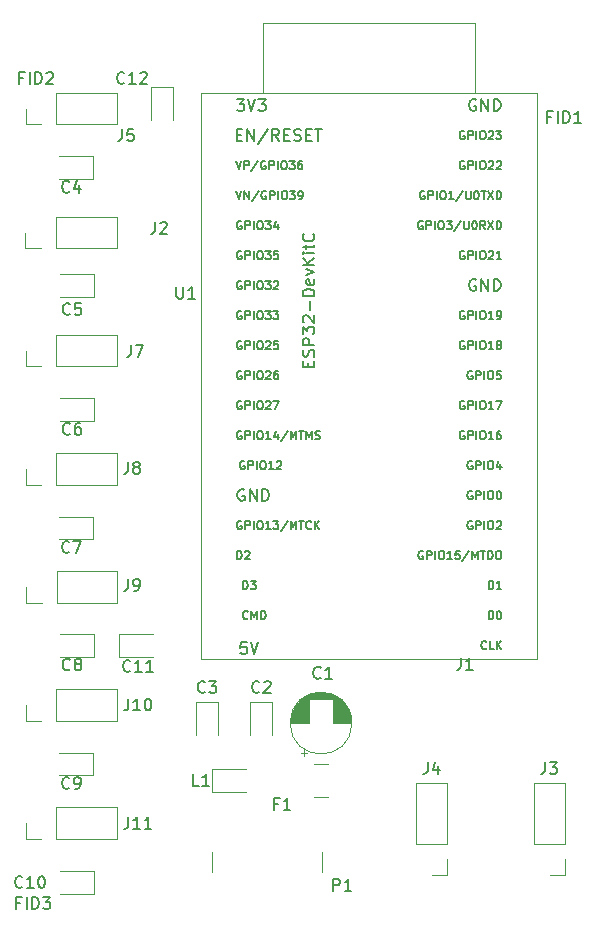
<source format=gbr>
%TF.GenerationSoftware,KiCad,Pcbnew,8.0.3*%
%TF.CreationDate,2024-07-18T19:56:29+02:00*%
%TF.ProjectId,7Analyzer,37416e61-6c79-47a6-9572-2e6b69636164,rev?*%
%TF.SameCoordinates,Original*%
%TF.FileFunction,Legend,Top*%
%TF.FilePolarity,Positive*%
%FSLAX46Y46*%
G04 Gerber Fmt 4.6, Leading zero omitted, Abs format (unit mm)*
G04 Created by KiCad (PCBNEW 8.0.3) date 2024-07-18 19:56:29*
%MOMM*%
%LPD*%
G01*
G04 APERTURE LIST*
%ADD10C,0.150000*%
%ADD11C,0.120000*%
G04 APERTURE END LIST*
D10*
X26590666Y-25108819D02*
X26590666Y-25823104D01*
X26590666Y-25823104D02*
X26543047Y-25965961D01*
X26543047Y-25965961D02*
X26447809Y-26061200D01*
X26447809Y-26061200D02*
X26304952Y-26108819D01*
X26304952Y-26108819D02*
X26209714Y-26108819D01*
X27019238Y-25204057D02*
X27066857Y-25156438D01*
X27066857Y-25156438D02*
X27162095Y-25108819D01*
X27162095Y-25108819D02*
X27400190Y-25108819D01*
X27400190Y-25108819D02*
X27495428Y-25156438D01*
X27495428Y-25156438D02*
X27543047Y-25204057D01*
X27543047Y-25204057D02*
X27590666Y-25299295D01*
X27590666Y-25299295D02*
X27590666Y-25394533D01*
X27590666Y-25394533D02*
X27543047Y-25537390D01*
X27543047Y-25537390D02*
X26971619Y-26108819D01*
X26971619Y-26108819D02*
X27590666Y-26108819D01*
X52498666Y-62010819D02*
X52498666Y-62725104D01*
X52498666Y-62725104D02*
X52451047Y-62867961D01*
X52451047Y-62867961D02*
X52355809Y-62963200D01*
X52355809Y-62963200D02*
X52212952Y-63010819D01*
X52212952Y-63010819D02*
X52117714Y-63010819D01*
X53498666Y-63010819D02*
X52927238Y-63010819D01*
X53212952Y-63010819D02*
X53212952Y-62010819D01*
X53212952Y-62010819D02*
X53117714Y-62153676D01*
X53117714Y-62153676D02*
X53022476Y-62248914D01*
X53022476Y-62248914D02*
X52927238Y-62296533D01*
X24336476Y-65454819D02*
X24336476Y-66169104D01*
X24336476Y-66169104D02*
X24288857Y-66311961D01*
X24288857Y-66311961D02*
X24193619Y-66407200D01*
X24193619Y-66407200D02*
X24050762Y-66454819D01*
X24050762Y-66454819D02*
X23955524Y-66454819D01*
X25336476Y-66454819D02*
X24765048Y-66454819D01*
X25050762Y-66454819D02*
X25050762Y-65454819D01*
X25050762Y-65454819D02*
X24955524Y-65597676D01*
X24955524Y-65597676D02*
X24860286Y-65692914D01*
X24860286Y-65692914D02*
X24765048Y-65740533D01*
X25955524Y-65454819D02*
X26050762Y-65454819D01*
X26050762Y-65454819D02*
X26146000Y-65502438D01*
X26146000Y-65502438D02*
X26193619Y-65550057D01*
X26193619Y-65550057D02*
X26241238Y-65645295D01*
X26241238Y-65645295D02*
X26288857Y-65835771D01*
X26288857Y-65835771D02*
X26288857Y-66073866D01*
X26288857Y-66073866D02*
X26241238Y-66264342D01*
X26241238Y-66264342D02*
X26193619Y-66359580D01*
X26193619Y-66359580D02*
X26146000Y-66407200D01*
X26146000Y-66407200D02*
X26050762Y-66454819D01*
X26050762Y-66454819D02*
X25955524Y-66454819D01*
X25955524Y-66454819D02*
X25860286Y-66407200D01*
X25860286Y-66407200D02*
X25812667Y-66359580D01*
X25812667Y-66359580D02*
X25765048Y-66264342D01*
X25765048Y-66264342D02*
X25717429Y-66073866D01*
X25717429Y-66073866D02*
X25717429Y-65835771D01*
X25717429Y-65835771D02*
X25765048Y-65645295D01*
X25765048Y-65645295D02*
X25812667Y-65550057D01*
X25812667Y-65550057D02*
X25860286Y-65502438D01*
X25860286Y-65502438D02*
X25955524Y-65454819D01*
X28398095Y-30586259D02*
X28398095Y-31395782D01*
X28398095Y-31395782D02*
X28445714Y-31491020D01*
X28445714Y-31491020D02*
X28493333Y-31538640D01*
X28493333Y-31538640D02*
X28588571Y-31586259D01*
X28588571Y-31586259D02*
X28779047Y-31586259D01*
X28779047Y-31586259D02*
X28874285Y-31538640D01*
X28874285Y-31538640D02*
X28921904Y-31491020D01*
X28921904Y-31491020D02*
X28969523Y-31395782D01*
X28969523Y-31395782D02*
X28969523Y-30586259D01*
X29969523Y-31586259D02*
X29398095Y-31586259D01*
X29683809Y-31586259D02*
X29683809Y-30586259D01*
X29683809Y-30586259D02*
X29588571Y-30729116D01*
X29588571Y-30729116D02*
X29493333Y-30824354D01*
X29493333Y-30824354D02*
X29398095Y-30871973D01*
X39555009Y-37345237D02*
X39555009Y-37011904D01*
X40078819Y-36869047D02*
X40078819Y-37345237D01*
X40078819Y-37345237D02*
X39078819Y-37345237D01*
X39078819Y-37345237D02*
X39078819Y-36869047D01*
X40031200Y-36488094D02*
X40078819Y-36345237D01*
X40078819Y-36345237D02*
X40078819Y-36107142D01*
X40078819Y-36107142D02*
X40031200Y-36011904D01*
X40031200Y-36011904D02*
X39983580Y-35964285D01*
X39983580Y-35964285D02*
X39888342Y-35916666D01*
X39888342Y-35916666D02*
X39793104Y-35916666D01*
X39793104Y-35916666D02*
X39697866Y-35964285D01*
X39697866Y-35964285D02*
X39650247Y-36011904D01*
X39650247Y-36011904D02*
X39602628Y-36107142D01*
X39602628Y-36107142D02*
X39555009Y-36297618D01*
X39555009Y-36297618D02*
X39507390Y-36392856D01*
X39507390Y-36392856D02*
X39459771Y-36440475D01*
X39459771Y-36440475D02*
X39364533Y-36488094D01*
X39364533Y-36488094D02*
X39269295Y-36488094D01*
X39269295Y-36488094D02*
X39174057Y-36440475D01*
X39174057Y-36440475D02*
X39126438Y-36392856D01*
X39126438Y-36392856D02*
X39078819Y-36297618D01*
X39078819Y-36297618D02*
X39078819Y-36059523D01*
X39078819Y-36059523D02*
X39126438Y-35916666D01*
X40078819Y-35488094D02*
X39078819Y-35488094D01*
X39078819Y-35488094D02*
X39078819Y-35107142D01*
X39078819Y-35107142D02*
X39126438Y-35011904D01*
X39126438Y-35011904D02*
X39174057Y-34964285D01*
X39174057Y-34964285D02*
X39269295Y-34916666D01*
X39269295Y-34916666D02*
X39412152Y-34916666D01*
X39412152Y-34916666D02*
X39507390Y-34964285D01*
X39507390Y-34964285D02*
X39555009Y-35011904D01*
X39555009Y-35011904D02*
X39602628Y-35107142D01*
X39602628Y-35107142D02*
X39602628Y-35488094D01*
X39078819Y-34583332D02*
X39078819Y-33964285D01*
X39078819Y-33964285D02*
X39459771Y-34297618D01*
X39459771Y-34297618D02*
X39459771Y-34154761D01*
X39459771Y-34154761D02*
X39507390Y-34059523D01*
X39507390Y-34059523D02*
X39555009Y-34011904D01*
X39555009Y-34011904D02*
X39650247Y-33964285D01*
X39650247Y-33964285D02*
X39888342Y-33964285D01*
X39888342Y-33964285D02*
X39983580Y-34011904D01*
X39983580Y-34011904D02*
X40031200Y-34059523D01*
X40031200Y-34059523D02*
X40078819Y-34154761D01*
X40078819Y-34154761D02*
X40078819Y-34440475D01*
X40078819Y-34440475D02*
X40031200Y-34535713D01*
X40031200Y-34535713D02*
X39983580Y-34583332D01*
X39174057Y-33583332D02*
X39126438Y-33535713D01*
X39126438Y-33535713D02*
X39078819Y-33440475D01*
X39078819Y-33440475D02*
X39078819Y-33202380D01*
X39078819Y-33202380D02*
X39126438Y-33107142D01*
X39126438Y-33107142D02*
X39174057Y-33059523D01*
X39174057Y-33059523D02*
X39269295Y-33011904D01*
X39269295Y-33011904D02*
X39364533Y-33011904D01*
X39364533Y-33011904D02*
X39507390Y-33059523D01*
X39507390Y-33059523D02*
X40078819Y-33630951D01*
X40078819Y-33630951D02*
X40078819Y-33011904D01*
X39697866Y-32583332D02*
X39697866Y-31821428D01*
X40078819Y-31345237D02*
X39078819Y-31345237D01*
X39078819Y-31345237D02*
X39078819Y-31107142D01*
X39078819Y-31107142D02*
X39126438Y-30964285D01*
X39126438Y-30964285D02*
X39221676Y-30869047D01*
X39221676Y-30869047D02*
X39316914Y-30821428D01*
X39316914Y-30821428D02*
X39507390Y-30773809D01*
X39507390Y-30773809D02*
X39650247Y-30773809D01*
X39650247Y-30773809D02*
X39840723Y-30821428D01*
X39840723Y-30821428D02*
X39935961Y-30869047D01*
X39935961Y-30869047D02*
X40031200Y-30964285D01*
X40031200Y-30964285D02*
X40078819Y-31107142D01*
X40078819Y-31107142D02*
X40078819Y-31345237D01*
X40031200Y-29964285D02*
X40078819Y-30059523D01*
X40078819Y-30059523D02*
X40078819Y-30249999D01*
X40078819Y-30249999D02*
X40031200Y-30345237D01*
X40031200Y-30345237D02*
X39935961Y-30392856D01*
X39935961Y-30392856D02*
X39555009Y-30392856D01*
X39555009Y-30392856D02*
X39459771Y-30345237D01*
X39459771Y-30345237D02*
X39412152Y-30249999D01*
X39412152Y-30249999D02*
X39412152Y-30059523D01*
X39412152Y-30059523D02*
X39459771Y-29964285D01*
X39459771Y-29964285D02*
X39555009Y-29916666D01*
X39555009Y-29916666D02*
X39650247Y-29916666D01*
X39650247Y-29916666D02*
X39745485Y-30392856D01*
X39412152Y-29583332D02*
X40078819Y-29345237D01*
X40078819Y-29345237D02*
X39412152Y-29107142D01*
X40078819Y-28726189D02*
X39078819Y-28726189D01*
X40078819Y-28154761D02*
X39507390Y-28583332D01*
X39078819Y-28154761D02*
X39650247Y-28726189D01*
X40078819Y-27726189D02*
X39412152Y-27726189D01*
X39078819Y-27726189D02*
X39126438Y-27773808D01*
X39126438Y-27773808D02*
X39174057Y-27726189D01*
X39174057Y-27726189D02*
X39126438Y-27678570D01*
X39126438Y-27678570D02*
X39078819Y-27726189D01*
X39078819Y-27726189D02*
X39174057Y-27726189D01*
X39412152Y-27392856D02*
X39412152Y-27011904D01*
X39078819Y-27249999D02*
X39935961Y-27249999D01*
X39935961Y-27249999D02*
X40031200Y-27202380D01*
X40031200Y-27202380D02*
X40078819Y-27107142D01*
X40078819Y-27107142D02*
X40078819Y-27011904D01*
X39983580Y-26107142D02*
X40031200Y-26154761D01*
X40031200Y-26154761D02*
X40078819Y-26297618D01*
X40078819Y-26297618D02*
X40078819Y-26392856D01*
X40078819Y-26392856D02*
X40031200Y-26535713D01*
X40031200Y-26535713D02*
X39935961Y-26630951D01*
X39935961Y-26630951D02*
X39840723Y-26678570D01*
X39840723Y-26678570D02*
X39650247Y-26726189D01*
X39650247Y-26726189D02*
X39507390Y-26726189D01*
X39507390Y-26726189D02*
X39316914Y-26678570D01*
X39316914Y-26678570D02*
X39221676Y-26630951D01*
X39221676Y-26630951D02*
X39126438Y-26535713D01*
X39126438Y-26535713D02*
X39078819Y-26392856D01*
X39078819Y-26392856D02*
X39078819Y-26297618D01*
X39078819Y-26297618D02*
X39126438Y-26154761D01*
X39126438Y-26154761D02*
X39174057Y-26107142D01*
X33906017Y-30129366D02*
X33839350Y-30096033D01*
X33839350Y-30096033D02*
X33739350Y-30096033D01*
X33739350Y-30096033D02*
X33639350Y-30129366D01*
X33639350Y-30129366D02*
X33572684Y-30196033D01*
X33572684Y-30196033D02*
X33539350Y-30262700D01*
X33539350Y-30262700D02*
X33506017Y-30396033D01*
X33506017Y-30396033D02*
X33506017Y-30496033D01*
X33506017Y-30496033D02*
X33539350Y-30629366D01*
X33539350Y-30629366D02*
X33572684Y-30696033D01*
X33572684Y-30696033D02*
X33639350Y-30762700D01*
X33639350Y-30762700D02*
X33739350Y-30796033D01*
X33739350Y-30796033D02*
X33806017Y-30796033D01*
X33806017Y-30796033D02*
X33906017Y-30762700D01*
X33906017Y-30762700D02*
X33939350Y-30729366D01*
X33939350Y-30729366D02*
X33939350Y-30496033D01*
X33939350Y-30496033D02*
X33806017Y-30496033D01*
X34239350Y-30796033D02*
X34239350Y-30096033D01*
X34239350Y-30096033D02*
X34506017Y-30096033D01*
X34506017Y-30096033D02*
X34572684Y-30129366D01*
X34572684Y-30129366D02*
X34606017Y-30162700D01*
X34606017Y-30162700D02*
X34639350Y-30229366D01*
X34639350Y-30229366D02*
X34639350Y-30329366D01*
X34639350Y-30329366D02*
X34606017Y-30396033D01*
X34606017Y-30396033D02*
X34572684Y-30429366D01*
X34572684Y-30429366D02*
X34506017Y-30462700D01*
X34506017Y-30462700D02*
X34239350Y-30462700D01*
X34939350Y-30796033D02*
X34939350Y-30096033D01*
X35406017Y-30096033D02*
X35539350Y-30096033D01*
X35539350Y-30096033D02*
X35606017Y-30129366D01*
X35606017Y-30129366D02*
X35672683Y-30196033D01*
X35672683Y-30196033D02*
X35706017Y-30329366D01*
X35706017Y-30329366D02*
X35706017Y-30562700D01*
X35706017Y-30562700D02*
X35672683Y-30696033D01*
X35672683Y-30696033D02*
X35606017Y-30762700D01*
X35606017Y-30762700D02*
X35539350Y-30796033D01*
X35539350Y-30796033D02*
X35406017Y-30796033D01*
X35406017Y-30796033D02*
X35339350Y-30762700D01*
X35339350Y-30762700D02*
X35272683Y-30696033D01*
X35272683Y-30696033D02*
X35239350Y-30562700D01*
X35239350Y-30562700D02*
X35239350Y-30329366D01*
X35239350Y-30329366D02*
X35272683Y-30196033D01*
X35272683Y-30196033D02*
X35339350Y-30129366D01*
X35339350Y-30129366D02*
X35406017Y-30096033D01*
X35939350Y-30096033D02*
X36372683Y-30096033D01*
X36372683Y-30096033D02*
X36139350Y-30362700D01*
X36139350Y-30362700D02*
X36239350Y-30362700D01*
X36239350Y-30362700D02*
X36306016Y-30396033D01*
X36306016Y-30396033D02*
X36339350Y-30429366D01*
X36339350Y-30429366D02*
X36372683Y-30496033D01*
X36372683Y-30496033D02*
X36372683Y-30662700D01*
X36372683Y-30662700D02*
X36339350Y-30729366D01*
X36339350Y-30729366D02*
X36306016Y-30762700D01*
X36306016Y-30762700D02*
X36239350Y-30796033D01*
X36239350Y-30796033D02*
X36039350Y-30796033D01*
X36039350Y-30796033D02*
X35972683Y-30762700D01*
X35972683Y-30762700D02*
X35939350Y-30729366D01*
X36639350Y-30162700D02*
X36672683Y-30129366D01*
X36672683Y-30129366D02*
X36739350Y-30096033D01*
X36739350Y-30096033D02*
X36906017Y-30096033D01*
X36906017Y-30096033D02*
X36972683Y-30129366D01*
X36972683Y-30129366D02*
X37006017Y-30162700D01*
X37006017Y-30162700D02*
X37039350Y-30229366D01*
X37039350Y-30229366D02*
X37039350Y-30296033D01*
X37039350Y-30296033D02*
X37006017Y-30396033D01*
X37006017Y-30396033D02*
X36606017Y-30796033D01*
X36606017Y-30796033D02*
X37039350Y-30796033D01*
X52768649Y-32669366D02*
X52701982Y-32636033D01*
X52701982Y-32636033D02*
X52601982Y-32636033D01*
X52601982Y-32636033D02*
X52501982Y-32669366D01*
X52501982Y-32669366D02*
X52435316Y-32736033D01*
X52435316Y-32736033D02*
X52401982Y-32802700D01*
X52401982Y-32802700D02*
X52368649Y-32936033D01*
X52368649Y-32936033D02*
X52368649Y-33036033D01*
X52368649Y-33036033D02*
X52401982Y-33169366D01*
X52401982Y-33169366D02*
X52435316Y-33236033D01*
X52435316Y-33236033D02*
X52501982Y-33302700D01*
X52501982Y-33302700D02*
X52601982Y-33336033D01*
X52601982Y-33336033D02*
X52668649Y-33336033D01*
X52668649Y-33336033D02*
X52768649Y-33302700D01*
X52768649Y-33302700D02*
X52801982Y-33269366D01*
X52801982Y-33269366D02*
X52801982Y-33036033D01*
X52801982Y-33036033D02*
X52668649Y-33036033D01*
X53101982Y-33336033D02*
X53101982Y-32636033D01*
X53101982Y-32636033D02*
X53368649Y-32636033D01*
X53368649Y-32636033D02*
X53435316Y-32669366D01*
X53435316Y-32669366D02*
X53468649Y-32702700D01*
X53468649Y-32702700D02*
X53501982Y-32769366D01*
X53501982Y-32769366D02*
X53501982Y-32869366D01*
X53501982Y-32869366D02*
X53468649Y-32936033D01*
X53468649Y-32936033D02*
X53435316Y-32969366D01*
X53435316Y-32969366D02*
X53368649Y-33002700D01*
X53368649Y-33002700D02*
X53101982Y-33002700D01*
X53801982Y-33336033D02*
X53801982Y-32636033D01*
X54268649Y-32636033D02*
X54401982Y-32636033D01*
X54401982Y-32636033D02*
X54468649Y-32669366D01*
X54468649Y-32669366D02*
X54535315Y-32736033D01*
X54535315Y-32736033D02*
X54568649Y-32869366D01*
X54568649Y-32869366D02*
X54568649Y-33102700D01*
X54568649Y-33102700D02*
X54535315Y-33236033D01*
X54535315Y-33236033D02*
X54468649Y-33302700D01*
X54468649Y-33302700D02*
X54401982Y-33336033D01*
X54401982Y-33336033D02*
X54268649Y-33336033D01*
X54268649Y-33336033D02*
X54201982Y-33302700D01*
X54201982Y-33302700D02*
X54135315Y-33236033D01*
X54135315Y-33236033D02*
X54101982Y-33102700D01*
X54101982Y-33102700D02*
X54101982Y-32869366D01*
X54101982Y-32869366D02*
X54135315Y-32736033D01*
X54135315Y-32736033D02*
X54201982Y-32669366D01*
X54201982Y-32669366D02*
X54268649Y-32636033D01*
X55235315Y-33336033D02*
X54835315Y-33336033D01*
X55035315Y-33336033D02*
X55035315Y-32636033D01*
X55035315Y-32636033D02*
X54968648Y-32736033D01*
X54968648Y-32736033D02*
X54901982Y-32802700D01*
X54901982Y-32802700D02*
X54835315Y-32836033D01*
X55568649Y-33336033D02*
X55701982Y-33336033D01*
X55701982Y-33336033D02*
X55768649Y-33302700D01*
X55768649Y-33302700D02*
X55801982Y-33269366D01*
X55801982Y-33269366D02*
X55868649Y-33169366D01*
X55868649Y-33169366D02*
X55901982Y-33036033D01*
X55901982Y-33036033D02*
X55901982Y-32769366D01*
X55901982Y-32769366D02*
X55868649Y-32702700D01*
X55868649Y-32702700D02*
X55835315Y-32669366D01*
X55835315Y-32669366D02*
X55768649Y-32636033D01*
X55768649Y-32636033D02*
X55635315Y-32636033D01*
X55635315Y-32636033D02*
X55568649Y-32669366D01*
X55568649Y-32669366D02*
X55535315Y-32702700D01*
X55535315Y-32702700D02*
X55501982Y-32769366D01*
X55501982Y-32769366D02*
X55501982Y-32936033D01*
X55501982Y-32936033D02*
X55535315Y-33002700D01*
X55535315Y-33002700D02*
X55568649Y-33036033D01*
X55568649Y-33036033D02*
X55635315Y-33069366D01*
X55635315Y-33069366D02*
X55768649Y-33069366D01*
X55768649Y-33069366D02*
X55835315Y-33036033D01*
X55835315Y-33036033D02*
X55868649Y-33002700D01*
X55868649Y-33002700D02*
X55901982Y-32936033D01*
X33439350Y-22476033D02*
X33672684Y-23176033D01*
X33672684Y-23176033D02*
X33906017Y-22476033D01*
X34139350Y-23176033D02*
X34139350Y-22476033D01*
X34139350Y-22476033D02*
X34539350Y-23176033D01*
X34539350Y-23176033D02*
X34539350Y-22476033D01*
X35372683Y-22442700D02*
X34772683Y-23342700D01*
X35972683Y-22509366D02*
X35906016Y-22476033D01*
X35906016Y-22476033D02*
X35806016Y-22476033D01*
X35806016Y-22476033D02*
X35706016Y-22509366D01*
X35706016Y-22509366D02*
X35639350Y-22576033D01*
X35639350Y-22576033D02*
X35606016Y-22642700D01*
X35606016Y-22642700D02*
X35572683Y-22776033D01*
X35572683Y-22776033D02*
X35572683Y-22876033D01*
X35572683Y-22876033D02*
X35606016Y-23009366D01*
X35606016Y-23009366D02*
X35639350Y-23076033D01*
X35639350Y-23076033D02*
X35706016Y-23142700D01*
X35706016Y-23142700D02*
X35806016Y-23176033D01*
X35806016Y-23176033D02*
X35872683Y-23176033D01*
X35872683Y-23176033D02*
X35972683Y-23142700D01*
X35972683Y-23142700D02*
X36006016Y-23109366D01*
X36006016Y-23109366D02*
X36006016Y-22876033D01*
X36006016Y-22876033D02*
X35872683Y-22876033D01*
X36306016Y-23176033D02*
X36306016Y-22476033D01*
X36306016Y-22476033D02*
X36572683Y-22476033D01*
X36572683Y-22476033D02*
X36639350Y-22509366D01*
X36639350Y-22509366D02*
X36672683Y-22542700D01*
X36672683Y-22542700D02*
X36706016Y-22609366D01*
X36706016Y-22609366D02*
X36706016Y-22709366D01*
X36706016Y-22709366D02*
X36672683Y-22776033D01*
X36672683Y-22776033D02*
X36639350Y-22809366D01*
X36639350Y-22809366D02*
X36572683Y-22842700D01*
X36572683Y-22842700D02*
X36306016Y-22842700D01*
X37006016Y-23176033D02*
X37006016Y-22476033D01*
X37472683Y-22476033D02*
X37606016Y-22476033D01*
X37606016Y-22476033D02*
X37672683Y-22509366D01*
X37672683Y-22509366D02*
X37739349Y-22576033D01*
X37739349Y-22576033D02*
X37772683Y-22709366D01*
X37772683Y-22709366D02*
X37772683Y-22942700D01*
X37772683Y-22942700D02*
X37739349Y-23076033D01*
X37739349Y-23076033D02*
X37672683Y-23142700D01*
X37672683Y-23142700D02*
X37606016Y-23176033D01*
X37606016Y-23176033D02*
X37472683Y-23176033D01*
X37472683Y-23176033D02*
X37406016Y-23142700D01*
X37406016Y-23142700D02*
X37339349Y-23076033D01*
X37339349Y-23076033D02*
X37306016Y-22942700D01*
X37306016Y-22942700D02*
X37306016Y-22709366D01*
X37306016Y-22709366D02*
X37339349Y-22576033D01*
X37339349Y-22576033D02*
X37406016Y-22509366D01*
X37406016Y-22509366D02*
X37472683Y-22476033D01*
X38006016Y-22476033D02*
X38439349Y-22476033D01*
X38439349Y-22476033D02*
X38206016Y-22742700D01*
X38206016Y-22742700D02*
X38306016Y-22742700D01*
X38306016Y-22742700D02*
X38372682Y-22776033D01*
X38372682Y-22776033D02*
X38406016Y-22809366D01*
X38406016Y-22809366D02*
X38439349Y-22876033D01*
X38439349Y-22876033D02*
X38439349Y-23042700D01*
X38439349Y-23042700D02*
X38406016Y-23109366D01*
X38406016Y-23109366D02*
X38372682Y-23142700D01*
X38372682Y-23142700D02*
X38306016Y-23176033D01*
X38306016Y-23176033D02*
X38106016Y-23176033D01*
X38106016Y-23176033D02*
X38039349Y-23142700D01*
X38039349Y-23142700D02*
X38006016Y-23109366D01*
X38772683Y-23176033D02*
X38906016Y-23176033D01*
X38906016Y-23176033D02*
X38972683Y-23142700D01*
X38972683Y-23142700D02*
X39006016Y-23109366D01*
X39006016Y-23109366D02*
X39072683Y-23009366D01*
X39072683Y-23009366D02*
X39106016Y-22876033D01*
X39106016Y-22876033D02*
X39106016Y-22609366D01*
X39106016Y-22609366D02*
X39072683Y-22542700D01*
X39072683Y-22542700D02*
X39039349Y-22509366D01*
X39039349Y-22509366D02*
X38972683Y-22476033D01*
X38972683Y-22476033D02*
X38839349Y-22476033D01*
X38839349Y-22476033D02*
X38772683Y-22509366D01*
X38772683Y-22509366D02*
X38739349Y-22542700D01*
X38739349Y-22542700D02*
X38706016Y-22609366D01*
X38706016Y-22609366D02*
X38706016Y-22776033D01*
X38706016Y-22776033D02*
X38739349Y-22842700D01*
X38739349Y-22842700D02*
X38772683Y-22876033D01*
X38772683Y-22876033D02*
X38839349Y-22909366D01*
X38839349Y-22909366D02*
X38972683Y-22909366D01*
X38972683Y-22909366D02*
X39039349Y-22876033D01*
X39039349Y-22876033D02*
X39072683Y-22842700D01*
X39072683Y-22842700D02*
X39106016Y-22776033D01*
X53435316Y-37749366D02*
X53368649Y-37716033D01*
X53368649Y-37716033D02*
X53268649Y-37716033D01*
X53268649Y-37716033D02*
X53168649Y-37749366D01*
X53168649Y-37749366D02*
X53101983Y-37816033D01*
X53101983Y-37816033D02*
X53068649Y-37882700D01*
X53068649Y-37882700D02*
X53035316Y-38016033D01*
X53035316Y-38016033D02*
X53035316Y-38116033D01*
X53035316Y-38116033D02*
X53068649Y-38249366D01*
X53068649Y-38249366D02*
X53101983Y-38316033D01*
X53101983Y-38316033D02*
X53168649Y-38382700D01*
X53168649Y-38382700D02*
X53268649Y-38416033D01*
X53268649Y-38416033D02*
X53335316Y-38416033D01*
X53335316Y-38416033D02*
X53435316Y-38382700D01*
X53435316Y-38382700D02*
X53468649Y-38349366D01*
X53468649Y-38349366D02*
X53468649Y-38116033D01*
X53468649Y-38116033D02*
X53335316Y-38116033D01*
X53768649Y-38416033D02*
X53768649Y-37716033D01*
X53768649Y-37716033D02*
X54035316Y-37716033D01*
X54035316Y-37716033D02*
X54101983Y-37749366D01*
X54101983Y-37749366D02*
X54135316Y-37782700D01*
X54135316Y-37782700D02*
X54168649Y-37849366D01*
X54168649Y-37849366D02*
X54168649Y-37949366D01*
X54168649Y-37949366D02*
X54135316Y-38016033D01*
X54135316Y-38016033D02*
X54101983Y-38049366D01*
X54101983Y-38049366D02*
X54035316Y-38082700D01*
X54035316Y-38082700D02*
X53768649Y-38082700D01*
X54468649Y-38416033D02*
X54468649Y-37716033D01*
X54935316Y-37716033D02*
X55068649Y-37716033D01*
X55068649Y-37716033D02*
X55135316Y-37749366D01*
X55135316Y-37749366D02*
X55201982Y-37816033D01*
X55201982Y-37816033D02*
X55235316Y-37949366D01*
X55235316Y-37949366D02*
X55235316Y-38182700D01*
X55235316Y-38182700D02*
X55201982Y-38316033D01*
X55201982Y-38316033D02*
X55135316Y-38382700D01*
X55135316Y-38382700D02*
X55068649Y-38416033D01*
X55068649Y-38416033D02*
X54935316Y-38416033D01*
X54935316Y-38416033D02*
X54868649Y-38382700D01*
X54868649Y-38382700D02*
X54801982Y-38316033D01*
X54801982Y-38316033D02*
X54768649Y-38182700D01*
X54768649Y-38182700D02*
X54768649Y-37949366D01*
X54768649Y-37949366D02*
X54801982Y-37816033D01*
X54801982Y-37816033D02*
X54868649Y-37749366D01*
X54868649Y-37749366D02*
X54935316Y-37716033D01*
X55868649Y-37716033D02*
X55535315Y-37716033D01*
X55535315Y-37716033D02*
X55501982Y-38049366D01*
X55501982Y-38049366D02*
X55535315Y-38016033D01*
X55535315Y-38016033D02*
X55601982Y-37982700D01*
X55601982Y-37982700D02*
X55768649Y-37982700D01*
X55768649Y-37982700D02*
X55835315Y-38016033D01*
X55835315Y-38016033D02*
X55868649Y-38049366D01*
X55868649Y-38049366D02*
X55901982Y-38116033D01*
X55901982Y-38116033D02*
X55901982Y-38282700D01*
X55901982Y-38282700D02*
X55868649Y-38349366D01*
X55868649Y-38349366D02*
X55835315Y-38382700D01*
X55835315Y-38382700D02*
X55768649Y-38416033D01*
X55768649Y-38416033D02*
X55601982Y-38416033D01*
X55601982Y-38416033D02*
X55535315Y-38382700D01*
X55535315Y-38382700D02*
X55501982Y-38349366D01*
X49268650Y-52989366D02*
X49201983Y-52956033D01*
X49201983Y-52956033D02*
X49101983Y-52956033D01*
X49101983Y-52956033D02*
X49001983Y-52989366D01*
X49001983Y-52989366D02*
X48935317Y-53056033D01*
X48935317Y-53056033D02*
X48901983Y-53122700D01*
X48901983Y-53122700D02*
X48868650Y-53256033D01*
X48868650Y-53256033D02*
X48868650Y-53356033D01*
X48868650Y-53356033D02*
X48901983Y-53489366D01*
X48901983Y-53489366D02*
X48935317Y-53556033D01*
X48935317Y-53556033D02*
X49001983Y-53622700D01*
X49001983Y-53622700D02*
X49101983Y-53656033D01*
X49101983Y-53656033D02*
X49168650Y-53656033D01*
X49168650Y-53656033D02*
X49268650Y-53622700D01*
X49268650Y-53622700D02*
X49301983Y-53589366D01*
X49301983Y-53589366D02*
X49301983Y-53356033D01*
X49301983Y-53356033D02*
X49168650Y-53356033D01*
X49601983Y-53656033D02*
X49601983Y-52956033D01*
X49601983Y-52956033D02*
X49868650Y-52956033D01*
X49868650Y-52956033D02*
X49935317Y-52989366D01*
X49935317Y-52989366D02*
X49968650Y-53022700D01*
X49968650Y-53022700D02*
X50001983Y-53089366D01*
X50001983Y-53089366D02*
X50001983Y-53189366D01*
X50001983Y-53189366D02*
X49968650Y-53256033D01*
X49968650Y-53256033D02*
X49935317Y-53289366D01*
X49935317Y-53289366D02*
X49868650Y-53322700D01*
X49868650Y-53322700D02*
X49601983Y-53322700D01*
X50301983Y-53656033D02*
X50301983Y-52956033D01*
X50768650Y-52956033D02*
X50901983Y-52956033D01*
X50901983Y-52956033D02*
X50968650Y-52989366D01*
X50968650Y-52989366D02*
X51035316Y-53056033D01*
X51035316Y-53056033D02*
X51068650Y-53189366D01*
X51068650Y-53189366D02*
X51068650Y-53422700D01*
X51068650Y-53422700D02*
X51035316Y-53556033D01*
X51035316Y-53556033D02*
X50968650Y-53622700D01*
X50968650Y-53622700D02*
X50901983Y-53656033D01*
X50901983Y-53656033D02*
X50768650Y-53656033D01*
X50768650Y-53656033D02*
X50701983Y-53622700D01*
X50701983Y-53622700D02*
X50635316Y-53556033D01*
X50635316Y-53556033D02*
X50601983Y-53422700D01*
X50601983Y-53422700D02*
X50601983Y-53189366D01*
X50601983Y-53189366D02*
X50635316Y-53056033D01*
X50635316Y-53056033D02*
X50701983Y-52989366D01*
X50701983Y-52989366D02*
X50768650Y-52956033D01*
X51735316Y-53656033D02*
X51335316Y-53656033D01*
X51535316Y-53656033D02*
X51535316Y-52956033D01*
X51535316Y-52956033D02*
X51468649Y-53056033D01*
X51468649Y-53056033D02*
X51401983Y-53122700D01*
X51401983Y-53122700D02*
X51335316Y-53156033D01*
X52368650Y-52956033D02*
X52035316Y-52956033D01*
X52035316Y-52956033D02*
X52001983Y-53289366D01*
X52001983Y-53289366D02*
X52035316Y-53256033D01*
X52035316Y-53256033D02*
X52101983Y-53222700D01*
X52101983Y-53222700D02*
X52268650Y-53222700D01*
X52268650Y-53222700D02*
X52335316Y-53256033D01*
X52335316Y-53256033D02*
X52368650Y-53289366D01*
X52368650Y-53289366D02*
X52401983Y-53356033D01*
X52401983Y-53356033D02*
X52401983Y-53522700D01*
X52401983Y-53522700D02*
X52368650Y-53589366D01*
X52368650Y-53589366D02*
X52335316Y-53622700D01*
X52335316Y-53622700D02*
X52268650Y-53656033D01*
X52268650Y-53656033D02*
X52101983Y-53656033D01*
X52101983Y-53656033D02*
X52035316Y-53622700D01*
X52035316Y-53622700D02*
X52001983Y-53589366D01*
X53201983Y-52922700D02*
X52601983Y-53822700D01*
X53435316Y-53656033D02*
X53435316Y-52956033D01*
X53435316Y-52956033D02*
X53668650Y-53456033D01*
X53668650Y-53456033D02*
X53901983Y-52956033D01*
X53901983Y-52956033D02*
X53901983Y-53656033D01*
X54135316Y-52956033D02*
X54535316Y-52956033D01*
X54335316Y-53656033D02*
X54335316Y-52956033D01*
X54768649Y-53656033D02*
X54768649Y-52956033D01*
X54768649Y-52956033D02*
X54935316Y-52956033D01*
X54935316Y-52956033D02*
X55035316Y-52989366D01*
X55035316Y-52989366D02*
X55101983Y-53056033D01*
X55101983Y-53056033D02*
X55135316Y-53122700D01*
X55135316Y-53122700D02*
X55168649Y-53256033D01*
X55168649Y-53256033D02*
X55168649Y-53356033D01*
X55168649Y-53356033D02*
X55135316Y-53489366D01*
X55135316Y-53489366D02*
X55101983Y-53556033D01*
X55101983Y-53556033D02*
X55035316Y-53622700D01*
X55035316Y-53622700D02*
X54935316Y-53656033D01*
X54935316Y-53656033D02*
X54768649Y-53656033D01*
X55601983Y-52956033D02*
X55735316Y-52956033D01*
X55735316Y-52956033D02*
X55801983Y-52989366D01*
X55801983Y-52989366D02*
X55868649Y-53056033D01*
X55868649Y-53056033D02*
X55901983Y-53189366D01*
X55901983Y-53189366D02*
X55901983Y-53422700D01*
X55901983Y-53422700D02*
X55868649Y-53556033D01*
X55868649Y-53556033D02*
X55801983Y-53622700D01*
X55801983Y-53622700D02*
X55735316Y-53656033D01*
X55735316Y-53656033D02*
X55601983Y-53656033D01*
X55601983Y-53656033D02*
X55535316Y-53622700D01*
X55535316Y-53622700D02*
X55468649Y-53556033D01*
X55468649Y-53556033D02*
X55435316Y-53422700D01*
X55435316Y-53422700D02*
X55435316Y-53189366D01*
X55435316Y-53189366D02*
X55468649Y-53056033D01*
X55468649Y-53056033D02*
X55535316Y-52989366D01*
X55535316Y-52989366D02*
X55601983Y-52956033D01*
X52768649Y-35209366D02*
X52701982Y-35176033D01*
X52701982Y-35176033D02*
X52601982Y-35176033D01*
X52601982Y-35176033D02*
X52501982Y-35209366D01*
X52501982Y-35209366D02*
X52435316Y-35276033D01*
X52435316Y-35276033D02*
X52401982Y-35342700D01*
X52401982Y-35342700D02*
X52368649Y-35476033D01*
X52368649Y-35476033D02*
X52368649Y-35576033D01*
X52368649Y-35576033D02*
X52401982Y-35709366D01*
X52401982Y-35709366D02*
X52435316Y-35776033D01*
X52435316Y-35776033D02*
X52501982Y-35842700D01*
X52501982Y-35842700D02*
X52601982Y-35876033D01*
X52601982Y-35876033D02*
X52668649Y-35876033D01*
X52668649Y-35876033D02*
X52768649Y-35842700D01*
X52768649Y-35842700D02*
X52801982Y-35809366D01*
X52801982Y-35809366D02*
X52801982Y-35576033D01*
X52801982Y-35576033D02*
X52668649Y-35576033D01*
X53101982Y-35876033D02*
X53101982Y-35176033D01*
X53101982Y-35176033D02*
X53368649Y-35176033D01*
X53368649Y-35176033D02*
X53435316Y-35209366D01*
X53435316Y-35209366D02*
X53468649Y-35242700D01*
X53468649Y-35242700D02*
X53501982Y-35309366D01*
X53501982Y-35309366D02*
X53501982Y-35409366D01*
X53501982Y-35409366D02*
X53468649Y-35476033D01*
X53468649Y-35476033D02*
X53435316Y-35509366D01*
X53435316Y-35509366D02*
X53368649Y-35542700D01*
X53368649Y-35542700D02*
X53101982Y-35542700D01*
X53801982Y-35876033D02*
X53801982Y-35176033D01*
X54268649Y-35176033D02*
X54401982Y-35176033D01*
X54401982Y-35176033D02*
X54468649Y-35209366D01*
X54468649Y-35209366D02*
X54535315Y-35276033D01*
X54535315Y-35276033D02*
X54568649Y-35409366D01*
X54568649Y-35409366D02*
X54568649Y-35642700D01*
X54568649Y-35642700D02*
X54535315Y-35776033D01*
X54535315Y-35776033D02*
X54468649Y-35842700D01*
X54468649Y-35842700D02*
X54401982Y-35876033D01*
X54401982Y-35876033D02*
X54268649Y-35876033D01*
X54268649Y-35876033D02*
X54201982Y-35842700D01*
X54201982Y-35842700D02*
X54135315Y-35776033D01*
X54135315Y-35776033D02*
X54101982Y-35642700D01*
X54101982Y-35642700D02*
X54101982Y-35409366D01*
X54101982Y-35409366D02*
X54135315Y-35276033D01*
X54135315Y-35276033D02*
X54201982Y-35209366D01*
X54201982Y-35209366D02*
X54268649Y-35176033D01*
X55235315Y-35876033D02*
X54835315Y-35876033D01*
X55035315Y-35876033D02*
X55035315Y-35176033D01*
X55035315Y-35176033D02*
X54968648Y-35276033D01*
X54968648Y-35276033D02*
X54901982Y-35342700D01*
X54901982Y-35342700D02*
X54835315Y-35376033D01*
X55635315Y-35476033D02*
X55568649Y-35442700D01*
X55568649Y-35442700D02*
X55535315Y-35409366D01*
X55535315Y-35409366D02*
X55501982Y-35342700D01*
X55501982Y-35342700D02*
X55501982Y-35309366D01*
X55501982Y-35309366D02*
X55535315Y-35242700D01*
X55535315Y-35242700D02*
X55568649Y-35209366D01*
X55568649Y-35209366D02*
X55635315Y-35176033D01*
X55635315Y-35176033D02*
X55768649Y-35176033D01*
X55768649Y-35176033D02*
X55835315Y-35209366D01*
X55835315Y-35209366D02*
X55868649Y-35242700D01*
X55868649Y-35242700D02*
X55901982Y-35309366D01*
X55901982Y-35309366D02*
X55901982Y-35342700D01*
X55901982Y-35342700D02*
X55868649Y-35409366D01*
X55868649Y-35409366D02*
X55835315Y-35442700D01*
X55835315Y-35442700D02*
X55768649Y-35476033D01*
X55768649Y-35476033D02*
X55635315Y-35476033D01*
X55635315Y-35476033D02*
X55568649Y-35509366D01*
X55568649Y-35509366D02*
X55535315Y-35542700D01*
X55535315Y-35542700D02*
X55501982Y-35609366D01*
X55501982Y-35609366D02*
X55501982Y-35742700D01*
X55501982Y-35742700D02*
X55535315Y-35809366D01*
X55535315Y-35809366D02*
X55568649Y-35842700D01*
X55568649Y-35842700D02*
X55635315Y-35876033D01*
X55635315Y-35876033D02*
X55768649Y-35876033D01*
X55768649Y-35876033D02*
X55835315Y-35842700D01*
X55835315Y-35842700D02*
X55868649Y-35809366D01*
X55868649Y-35809366D02*
X55901982Y-35742700D01*
X55901982Y-35742700D02*
X55901982Y-35609366D01*
X55901982Y-35609366D02*
X55868649Y-35542700D01*
X55868649Y-35542700D02*
X55835315Y-35509366D01*
X55835315Y-35509366D02*
X55768649Y-35476033D01*
X34160017Y-45369366D02*
X34093350Y-45336033D01*
X34093350Y-45336033D02*
X33993350Y-45336033D01*
X33993350Y-45336033D02*
X33893350Y-45369366D01*
X33893350Y-45369366D02*
X33826684Y-45436033D01*
X33826684Y-45436033D02*
X33793350Y-45502700D01*
X33793350Y-45502700D02*
X33760017Y-45636033D01*
X33760017Y-45636033D02*
X33760017Y-45736033D01*
X33760017Y-45736033D02*
X33793350Y-45869366D01*
X33793350Y-45869366D02*
X33826684Y-45936033D01*
X33826684Y-45936033D02*
X33893350Y-46002700D01*
X33893350Y-46002700D02*
X33993350Y-46036033D01*
X33993350Y-46036033D02*
X34060017Y-46036033D01*
X34060017Y-46036033D02*
X34160017Y-46002700D01*
X34160017Y-46002700D02*
X34193350Y-45969366D01*
X34193350Y-45969366D02*
X34193350Y-45736033D01*
X34193350Y-45736033D02*
X34060017Y-45736033D01*
X34493350Y-46036033D02*
X34493350Y-45336033D01*
X34493350Y-45336033D02*
X34760017Y-45336033D01*
X34760017Y-45336033D02*
X34826684Y-45369366D01*
X34826684Y-45369366D02*
X34860017Y-45402700D01*
X34860017Y-45402700D02*
X34893350Y-45469366D01*
X34893350Y-45469366D02*
X34893350Y-45569366D01*
X34893350Y-45569366D02*
X34860017Y-45636033D01*
X34860017Y-45636033D02*
X34826684Y-45669366D01*
X34826684Y-45669366D02*
X34760017Y-45702700D01*
X34760017Y-45702700D02*
X34493350Y-45702700D01*
X35193350Y-46036033D02*
X35193350Y-45336033D01*
X35660017Y-45336033D02*
X35793350Y-45336033D01*
X35793350Y-45336033D02*
X35860017Y-45369366D01*
X35860017Y-45369366D02*
X35926683Y-45436033D01*
X35926683Y-45436033D02*
X35960017Y-45569366D01*
X35960017Y-45569366D02*
X35960017Y-45802700D01*
X35960017Y-45802700D02*
X35926683Y-45936033D01*
X35926683Y-45936033D02*
X35860017Y-46002700D01*
X35860017Y-46002700D02*
X35793350Y-46036033D01*
X35793350Y-46036033D02*
X35660017Y-46036033D01*
X35660017Y-46036033D02*
X35593350Y-46002700D01*
X35593350Y-46002700D02*
X35526683Y-45936033D01*
X35526683Y-45936033D02*
X35493350Y-45802700D01*
X35493350Y-45802700D02*
X35493350Y-45569366D01*
X35493350Y-45569366D02*
X35526683Y-45436033D01*
X35526683Y-45436033D02*
X35593350Y-45369366D01*
X35593350Y-45369366D02*
X35660017Y-45336033D01*
X36626683Y-46036033D02*
X36226683Y-46036033D01*
X36426683Y-46036033D02*
X36426683Y-45336033D01*
X36426683Y-45336033D02*
X36360016Y-45436033D01*
X36360016Y-45436033D02*
X36293350Y-45502700D01*
X36293350Y-45502700D02*
X36226683Y-45536033D01*
X36893350Y-45402700D02*
X36926683Y-45369366D01*
X36926683Y-45369366D02*
X36993350Y-45336033D01*
X36993350Y-45336033D02*
X37160017Y-45336033D01*
X37160017Y-45336033D02*
X37226683Y-45369366D01*
X37226683Y-45369366D02*
X37260017Y-45402700D01*
X37260017Y-45402700D02*
X37293350Y-45469366D01*
X37293350Y-45469366D02*
X37293350Y-45536033D01*
X37293350Y-45536033D02*
X37260017Y-45636033D01*
X37260017Y-45636033D02*
X36860017Y-46036033D01*
X36860017Y-46036033D02*
X37293350Y-46036033D01*
X34447350Y-58669366D02*
X34414017Y-58702700D01*
X34414017Y-58702700D02*
X34314017Y-58736033D01*
X34314017Y-58736033D02*
X34247350Y-58736033D01*
X34247350Y-58736033D02*
X34147350Y-58702700D01*
X34147350Y-58702700D02*
X34080684Y-58636033D01*
X34080684Y-58636033D02*
X34047350Y-58569366D01*
X34047350Y-58569366D02*
X34014017Y-58436033D01*
X34014017Y-58436033D02*
X34014017Y-58336033D01*
X34014017Y-58336033D02*
X34047350Y-58202700D01*
X34047350Y-58202700D02*
X34080684Y-58136033D01*
X34080684Y-58136033D02*
X34147350Y-58069366D01*
X34147350Y-58069366D02*
X34247350Y-58036033D01*
X34247350Y-58036033D02*
X34314017Y-58036033D01*
X34314017Y-58036033D02*
X34414017Y-58069366D01*
X34414017Y-58069366D02*
X34447350Y-58102700D01*
X34747350Y-58736033D02*
X34747350Y-58036033D01*
X34747350Y-58036033D02*
X34980684Y-58536033D01*
X34980684Y-58536033D02*
X35214017Y-58036033D01*
X35214017Y-58036033D02*
X35214017Y-58736033D01*
X35547350Y-58736033D02*
X35547350Y-58036033D01*
X35547350Y-58036033D02*
X35714017Y-58036033D01*
X35714017Y-58036033D02*
X35814017Y-58069366D01*
X35814017Y-58069366D02*
X35880684Y-58136033D01*
X35880684Y-58136033D02*
X35914017Y-58202700D01*
X35914017Y-58202700D02*
X35947350Y-58336033D01*
X35947350Y-58336033D02*
X35947350Y-58436033D01*
X35947350Y-58436033D02*
X35914017Y-58569366D01*
X35914017Y-58569366D02*
X35880684Y-58636033D01*
X35880684Y-58636033D02*
X35814017Y-58702700D01*
X35814017Y-58702700D02*
X35714017Y-58736033D01*
X35714017Y-58736033D02*
X35547350Y-58736033D01*
X53435316Y-50449366D02*
X53368649Y-50416033D01*
X53368649Y-50416033D02*
X53268649Y-50416033D01*
X53268649Y-50416033D02*
X53168649Y-50449366D01*
X53168649Y-50449366D02*
X53101983Y-50516033D01*
X53101983Y-50516033D02*
X53068649Y-50582700D01*
X53068649Y-50582700D02*
X53035316Y-50716033D01*
X53035316Y-50716033D02*
X53035316Y-50816033D01*
X53035316Y-50816033D02*
X53068649Y-50949366D01*
X53068649Y-50949366D02*
X53101983Y-51016033D01*
X53101983Y-51016033D02*
X53168649Y-51082700D01*
X53168649Y-51082700D02*
X53268649Y-51116033D01*
X53268649Y-51116033D02*
X53335316Y-51116033D01*
X53335316Y-51116033D02*
X53435316Y-51082700D01*
X53435316Y-51082700D02*
X53468649Y-51049366D01*
X53468649Y-51049366D02*
X53468649Y-50816033D01*
X53468649Y-50816033D02*
X53335316Y-50816033D01*
X53768649Y-51116033D02*
X53768649Y-50416033D01*
X53768649Y-50416033D02*
X54035316Y-50416033D01*
X54035316Y-50416033D02*
X54101983Y-50449366D01*
X54101983Y-50449366D02*
X54135316Y-50482700D01*
X54135316Y-50482700D02*
X54168649Y-50549366D01*
X54168649Y-50549366D02*
X54168649Y-50649366D01*
X54168649Y-50649366D02*
X54135316Y-50716033D01*
X54135316Y-50716033D02*
X54101983Y-50749366D01*
X54101983Y-50749366D02*
X54035316Y-50782700D01*
X54035316Y-50782700D02*
X53768649Y-50782700D01*
X54468649Y-51116033D02*
X54468649Y-50416033D01*
X54935316Y-50416033D02*
X55068649Y-50416033D01*
X55068649Y-50416033D02*
X55135316Y-50449366D01*
X55135316Y-50449366D02*
X55201982Y-50516033D01*
X55201982Y-50516033D02*
X55235316Y-50649366D01*
X55235316Y-50649366D02*
X55235316Y-50882700D01*
X55235316Y-50882700D02*
X55201982Y-51016033D01*
X55201982Y-51016033D02*
X55135316Y-51082700D01*
X55135316Y-51082700D02*
X55068649Y-51116033D01*
X55068649Y-51116033D02*
X54935316Y-51116033D01*
X54935316Y-51116033D02*
X54868649Y-51082700D01*
X54868649Y-51082700D02*
X54801982Y-51016033D01*
X54801982Y-51016033D02*
X54768649Y-50882700D01*
X54768649Y-50882700D02*
X54768649Y-50649366D01*
X54768649Y-50649366D02*
X54801982Y-50516033D01*
X54801982Y-50516033D02*
X54868649Y-50449366D01*
X54868649Y-50449366D02*
X54935316Y-50416033D01*
X55501982Y-50482700D02*
X55535315Y-50449366D01*
X55535315Y-50449366D02*
X55601982Y-50416033D01*
X55601982Y-50416033D02*
X55768649Y-50416033D01*
X55768649Y-50416033D02*
X55835315Y-50449366D01*
X55835315Y-50449366D02*
X55868649Y-50482700D01*
X55868649Y-50482700D02*
X55901982Y-50549366D01*
X55901982Y-50549366D02*
X55901982Y-50616033D01*
X55901982Y-50616033D02*
X55868649Y-50716033D01*
X55868649Y-50716033D02*
X55468649Y-51116033D01*
X55468649Y-51116033D02*
X55901982Y-51116033D01*
X33906017Y-32669366D02*
X33839350Y-32636033D01*
X33839350Y-32636033D02*
X33739350Y-32636033D01*
X33739350Y-32636033D02*
X33639350Y-32669366D01*
X33639350Y-32669366D02*
X33572684Y-32736033D01*
X33572684Y-32736033D02*
X33539350Y-32802700D01*
X33539350Y-32802700D02*
X33506017Y-32936033D01*
X33506017Y-32936033D02*
X33506017Y-33036033D01*
X33506017Y-33036033D02*
X33539350Y-33169366D01*
X33539350Y-33169366D02*
X33572684Y-33236033D01*
X33572684Y-33236033D02*
X33639350Y-33302700D01*
X33639350Y-33302700D02*
X33739350Y-33336033D01*
X33739350Y-33336033D02*
X33806017Y-33336033D01*
X33806017Y-33336033D02*
X33906017Y-33302700D01*
X33906017Y-33302700D02*
X33939350Y-33269366D01*
X33939350Y-33269366D02*
X33939350Y-33036033D01*
X33939350Y-33036033D02*
X33806017Y-33036033D01*
X34239350Y-33336033D02*
X34239350Y-32636033D01*
X34239350Y-32636033D02*
X34506017Y-32636033D01*
X34506017Y-32636033D02*
X34572684Y-32669366D01*
X34572684Y-32669366D02*
X34606017Y-32702700D01*
X34606017Y-32702700D02*
X34639350Y-32769366D01*
X34639350Y-32769366D02*
X34639350Y-32869366D01*
X34639350Y-32869366D02*
X34606017Y-32936033D01*
X34606017Y-32936033D02*
X34572684Y-32969366D01*
X34572684Y-32969366D02*
X34506017Y-33002700D01*
X34506017Y-33002700D02*
X34239350Y-33002700D01*
X34939350Y-33336033D02*
X34939350Y-32636033D01*
X35406017Y-32636033D02*
X35539350Y-32636033D01*
X35539350Y-32636033D02*
X35606017Y-32669366D01*
X35606017Y-32669366D02*
X35672683Y-32736033D01*
X35672683Y-32736033D02*
X35706017Y-32869366D01*
X35706017Y-32869366D02*
X35706017Y-33102700D01*
X35706017Y-33102700D02*
X35672683Y-33236033D01*
X35672683Y-33236033D02*
X35606017Y-33302700D01*
X35606017Y-33302700D02*
X35539350Y-33336033D01*
X35539350Y-33336033D02*
X35406017Y-33336033D01*
X35406017Y-33336033D02*
X35339350Y-33302700D01*
X35339350Y-33302700D02*
X35272683Y-33236033D01*
X35272683Y-33236033D02*
X35239350Y-33102700D01*
X35239350Y-33102700D02*
X35239350Y-32869366D01*
X35239350Y-32869366D02*
X35272683Y-32736033D01*
X35272683Y-32736033D02*
X35339350Y-32669366D01*
X35339350Y-32669366D02*
X35406017Y-32636033D01*
X35939350Y-32636033D02*
X36372683Y-32636033D01*
X36372683Y-32636033D02*
X36139350Y-32902700D01*
X36139350Y-32902700D02*
X36239350Y-32902700D01*
X36239350Y-32902700D02*
X36306016Y-32936033D01*
X36306016Y-32936033D02*
X36339350Y-32969366D01*
X36339350Y-32969366D02*
X36372683Y-33036033D01*
X36372683Y-33036033D02*
X36372683Y-33202700D01*
X36372683Y-33202700D02*
X36339350Y-33269366D01*
X36339350Y-33269366D02*
X36306016Y-33302700D01*
X36306016Y-33302700D02*
X36239350Y-33336033D01*
X36239350Y-33336033D02*
X36039350Y-33336033D01*
X36039350Y-33336033D02*
X35972683Y-33302700D01*
X35972683Y-33302700D02*
X35939350Y-33269366D01*
X36606017Y-32636033D02*
X37039350Y-32636033D01*
X37039350Y-32636033D02*
X36806017Y-32902700D01*
X36806017Y-32902700D02*
X36906017Y-32902700D01*
X36906017Y-32902700D02*
X36972683Y-32936033D01*
X36972683Y-32936033D02*
X37006017Y-32969366D01*
X37006017Y-32969366D02*
X37039350Y-33036033D01*
X37039350Y-33036033D02*
X37039350Y-33202700D01*
X37039350Y-33202700D02*
X37006017Y-33269366D01*
X37006017Y-33269366D02*
X36972683Y-33302700D01*
X36972683Y-33302700D02*
X36906017Y-33336033D01*
X36906017Y-33336033D02*
X36706017Y-33336033D01*
X36706017Y-33336033D02*
X36639350Y-33302700D01*
X36639350Y-33302700D02*
X36606017Y-33269366D01*
X54635315Y-61209366D02*
X54601982Y-61242700D01*
X54601982Y-61242700D02*
X54501982Y-61276033D01*
X54501982Y-61276033D02*
X54435315Y-61276033D01*
X54435315Y-61276033D02*
X54335315Y-61242700D01*
X54335315Y-61242700D02*
X54268649Y-61176033D01*
X54268649Y-61176033D02*
X54235315Y-61109366D01*
X54235315Y-61109366D02*
X54201982Y-60976033D01*
X54201982Y-60976033D02*
X54201982Y-60876033D01*
X54201982Y-60876033D02*
X54235315Y-60742700D01*
X54235315Y-60742700D02*
X54268649Y-60676033D01*
X54268649Y-60676033D02*
X54335315Y-60609366D01*
X54335315Y-60609366D02*
X54435315Y-60576033D01*
X54435315Y-60576033D02*
X54501982Y-60576033D01*
X54501982Y-60576033D02*
X54601982Y-60609366D01*
X54601982Y-60609366D02*
X54635315Y-60642700D01*
X55268649Y-61276033D02*
X54935315Y-61276033D01*
X54935315Y-61276033D02*
X54935315Y-60576033D01*
X55501982Y-61276033D02*
X55501982Y-60576033D01*
X55901982Y-61276033D02*
X55601982Y-60876033D01*
X55901982Y-60576033D02*
X55501982Y-60976033D01*
X33906017Y-42829366D02*
X33839350Y-42796033D01*
X33839350Y-42796033D02*
X33739350Y-42796033D01*
X33739350Y-42796033D02*
X33639350Y-42829366D01*
X33639350Y-42829366D02*
X33572684Y-42896033D01*
X33572684Y-42896033D02*
X33539350Y-42962700D01*
X33539350Y-42962700D02*
X33506017Y-43096033D01*
X33506017Y-43096033D02*
X33506017Y-43196033D01*
X33506017Y-43196033D02*
X33539350Y-43329366D01*
X33539350Y-43329366D02*
X33572684Y-43396033D01*
X33572684Y-43396033D02*
X33639350Y-43462700D01*
X33639350Y-43462700D02*
X33739350Y-43496033D01*
X33739350Y-43496033D02*
X33806017Y-43496033D01*
X33806017Y-43496033D02*
X33906017Y-43462700D01*
X33906017Y-43462700D02*
X33939350Y-43429366D01*
X33939350Y-43429366D02*
X33939350Y-43196033D01*
X33939350Y-43196033D02*
X33806017Y-43196033D01*
X34239350Y-43496033D02*
X34239350Y-42796033D01*
X34239350Y-42796033D02*
X34506017Y-42796033D01*
X34506017Y-42796033D02*
X34572684Y-42829366D01*
X34572684Y-42829366D02*
X34606017Y-42862700D01*
X34606017Y-42862700D02*
X34639350Y-42929366D01*
X34639350Y-42929366D02*
X34639350Y-43029366D01*
X34639350Y-43029366D02*
X34606017Y-43096033D01*
X34606017Y-43096033D02*
X34572684Y-43129366D01*
X34572684Y-43129366D02*
X34506017Y-43162700D01*
X34506017Y-43162700D02*
X34239350Y-43162700D01*
X34939350Y-43496033D02*
X34939350Y-42796033D01*
X35406017Y-42796033D02*
X35539350Y-42796033D01*
X35539350Y-42796033D02*
X35606017Y-42829366D01*
X35606017Y-42829366D02*
X35672683Y-42896033D01*
X35672683Y-42896033D02*
X35706017Y-43029366D01*
X35706017Y-43029366D02*
X35706017Y-43262700D01*
X35706017Y-43262700D02*
X35672683Y-43396033D01*
X35672683Y-43396033D02*
X35606017Y-43462700D01*
X35606017Y-43462700D02*
X35539350Y-43496033D01*
X35539350Y-43496033D02*
X35406017Y-43496033D01*
X35406017Y-43496033D02*
X35339350Y-43462700D01*
X35339350Y-43462700D02*
X35272683Y-43396033D01*
X35272683Y-43396033D02*
X35239350Y-43262700D01*
X35239350Y-43262700D02*
X35239350Y-43029366D01*
X35239350Y-43029366D02*
X35272683Y-42896033D01*
X35272683Y-42896033D02*
X35339350Y-42829366D01*
X35339350Y-42829366D02*
X35406017Y-42796033D01*
X36372683Y-43496033D02*
X35972683Y-43496033D01*
X36172683Y-43496033D02*
X36172683Y-42796033D01*
X36172683Y-42796033D02*
X36106016Y-42896033D01*
X36106016Y-42896033D02*
X36039350Y-42962700D01*
X36039350Y-42962700D02*
X35972683Y-42996033D01*
X36972683Y-43029366D02*
X36972683Y-43496033D01*
X36806017Y-42762700D02*
X36639350Y-43262700D01*
X36639350Y-43262700D02*
X37072683Y-43262700D01*
X37839350Y-42762700D02*
X37239350Y-43662700D01*
X38072683Y-43496033D02*
X38072683Y-42796033D01*
X38072683Y-42796033D02*
X38306017Y-43296033D01*
X38306017Y-43296033D02*
X38539350Y-42796033D01*
X38539350Y-42796033D02*
X38539350Y-43496033D01*
X38772683Y-42796033D02*
X39172683Y-42796033D01*
X38972683Y-43496033D02*
X38972683Y-42796033D01*
X39406016Y-43496033D02*
X39406016Y-42796033D01*
X39406016Y-42796033D02*
X39639350Y-43296033D01*
X39639350Y-43296033D02*
X39872683Y-42796033D01*
X39872683Y-42796033D02*
X39872683Y-43496033D01*
X40172683Y-43462700D02*
X40272683Y-43496033D01*
X40272683Y-43496033D02*
X40439350Y-43496033D01*
X40439350Y-43496033D02*
X40506016Y-43462700D01*
X40506016Y-43462700D02*
X40539350Y-43429366D01*
X40539350Y-43429366D02*
X40572683Y-43362700D01*
X40572683Y-43362700D02*
X40572683Y-43296033D01*
X40572683Y-43296033D02*
X40539350Y-43229366D01*
X40539350Y-43229366D02*
X40506016Y-43196033D01*
X40506016Y-43196033D02*
X40439350Y-43162700D01*
X40439350Y-43162700D02*
X40306016Y-43129366D01*
X40306016Y-43129366D02*
X40239350Y-43096033D01*
X40239350Y-43096033D02*
X40206016Y-43062700D01*
X40206016Y-43062700D02*
X40172683Y-42996033D01*
X40172683Y-42996033D02*
X40172683Y-42929366D01*
X40172683Y-42929366D02*
X40206016Y-42862700D01*
X40206016Y-42862700D02*
X40239350Y-42829366D01*
X40239350Y-42829366D02*
X40306016Y-42796033D01*
X40306016Y-42796033D02*
X40472683Y-42796033D01*
X40472683Y-42796033D02*
X40572683Y-42829366D01*
X33906017Y-25049366D02*
X33839350Y-25016033D01*
X33839350Y-25016033D02*
X33739350Y-25016033D01*
X33739350Y-25016033D02*
X33639350Y-25049366D01*
X33639350Y-25049366D02*
X33572684Y-25116033D01*
X33572684Y-25116033D02*
X33539350Y-25182700D01*
X33539350Y-25182700D02*
X33506017Y-25316033D01*
X33506017Y-25316033D02*
X33506017Y-25416033D01*
X33506017Y-25416033D02*
X33539350Y-25549366D01*
X33539350Y-25549366D02*
X33572684Y-25616033D01*
X33572684Y-25616033D02*
X33639350Y-25682700D01*
X33639350Y-25682700D02*
X33739350Y-25716033D01*
X33739350Y-25716033D02*
X33806017Y-25716033D01*
X33806017Y-25716033D02*
X33906017Y-25682700D01*
X33906017Y-25682700D02*
X33939350Y-25649366D01*
X33939350Y-25649366D02*
X33939350Y-25416033D01*
X33939350Y-25416033D02*
X33806017Y-25416033D01*
X34239350Y-25716033D02*
X34239350Y-25016033D01*
X34239350Y-25016033D02*
X34506017Y-25016033D01*
X34506017Y-25016033D02*
X34572684Y-25049366D01*
X34572684Y-25049366D02*
X34606017Y-25082700D01*
X34606017Y-25082700D02*
X34639350Y-25149366D01*
X34639350Y-25149366D02*
X34639350Y-25249366D01*
X34639350Y-25249366D02*
X34606017Y-25316033D01*
X34606017Y-25316033D02*
X34572684Y-25349366D01*
X34572684Y-25349366D02*
X34506017Y-25382700D01*
X34506017Y-25382700D02*
X34239350Y-25382700D01*
X34939350Y-25716033D02*
X34939350Y-25016033D01*
X35406017Y-25016033D02*
X35539350Y-25016033D01*
X35539350Y-25016033D02*
X35606017Y-25049366D01*
X35606017Y-25049366D02*
X35672683Y-25116033D01*
X35672683Y-25116033D02*
X35706017Y-25249366D01*
X35706017Y-25249366D02*
X35706017Y-25482700D01*
X35706017Y-25482700D02*
X35672683Y-25616033D01*
X35672683Y-25616033D02*
X35606017Y-25682700D01*
X35606017Y-25682700D02*
X35539350Y-25716033D01*
X35539350Y-25716033D02*
X35406017Y-25716033D01*
X35406017Y-25716033D02*
X35339350Y-25682700D01*
X35339350Y-25682700D02*
X35272683Y-25616033D01*
X35272683Y-25616033D02*
X35239350Y-25482700D01*
X35239350Y-25482700D02*
X35239350Y-25249366D01*
X35239350Y-25249366D02*
X35272683Y-25116033D01*
X35272683Y-25116033D02*
X35339350Y-25049366D01*
X35339350Y-25049366D02*
X35406017Y-25016033D01*
X35939350Y-25016033D02*
X36372683Y-25016033D01*
X36372683Y-25016033D02*
X36139350Y-25282700D01*
X36139350Y-25282700D02*
X36239350Y-25282700D01*
X36239350Y-25282700D02*
X36306016Y-25316033D01*
X36306016Y-25316033D02*
X36339350Y-25349366D01*
X36339350Y-25349366D02*
X36372683Y-25416033D01*
X36372683Y-25416033D02*
X36372683Y-25582700D01*
X36372683Y-25582700D02*
X36339350Y-25649366D01*
X36339350Y-25649366D02*
X36306016Y-25682700D01*
X36306016Y-25682700D02*
X36239350Y-25716033D01*
X36239350Y-25716033D02*
X36039350Y-25716033D01*
X36039350Y-25716033D02*
X35972683Y-25682700D01*
X35972683Y-25682700D02*
X35939350Y-25649366D01*
X36972683Y-25249366D02*
X36972683Y-25716033D01*
X36806017Y-24982700D02*
X36639350Y-25482700D01*
X36639350Y-25482700D02*
X37072683Y-25482700D01*
X52768649Y-19969366D02*
X52701982Y-19936033D01*
X52701982Y-19936033D02*
X52601982Y-19936033D01*
X52601982Y-19936033D02*
X52501982Y-19969366D01*
X52501982Y-19969366D02*
X52435316Y-20036033D01*
X52435316Y-20036033D02*
X52401982Y-20102700D01*
X52401982Y-20102700D02*
X52368649Y-20236033D01*
X52368649Y-20236033D02*
X52368649Y-20336033D01*
X52368649Y-20336033D02*
X52401982Y-20469366D01*
X52401982Y-20469366D02*
X52435316Y-20536033D01*
X52435316Y-20536033D02*
X52501982Y-20602700D01*
X52501982Y-20602700D02*
X52601982Y-20636033D01*
X52601982Y-20636033D02*
X52668649Y-20636033D01*
X52668649Y-20636033D02*
X52768649Y-20602700D01*
X52768649Y-20602700D02*
X52801982Y-20569366D01*
X52801982Y-20569366D02*
X52801982Y-20336033D01*
X52801982Y-20336033D02*
X52668649Y-20336033D01*
X53101982Y-20636033D02*
X53101982Y-19936033D01*
X53101982Y-19936033D02*
X53368649Y-19936033D01*
X53368649Y-19936033D02*
X53435316Y-19969366D01*
X53435316Y-19969366D02*
X53468649Y-20002700D01*
X53468649Y-20002700D02*
X53501982Y-20069366D01*
X53501982Y-20069366D02*
X53501982Y-20169366D01*
X53501982Y-20169366D02*
X53468649Y-20236033D01*
X53468649Y-20236033D02*
X53435316Y-20269366D01*
X53435316Y-20269366D02*
X53368649Y-20302700D01*
X53368649Y-20302700D02*
X53101982Y-20302700D01*
X53801982Y-20636033D02*
X53801982Y-19936033D01*
X54268649Y-19936033D02*
X54401982Y-19936033D01*
X54401982Y-19936033D02*
X54468649Y-19969366D01*
X54468649Y-19969366D02*
X54535315Y-20036033D01*
X54535315Y-20036033D02*
X54568649Y-20169366D01*
X54568649Y-20169366D02*
X54568649Y-20402700D01*
X54568649Y-20402700D02*
X54535315Y-20536033D01*
X54535315Y-20536033D02*
X54468649Y-20602700D01*
X54468649Y-20602700D02*
X54401982Y-20636033D01*
X54401982Y-20636033D02*
X54268649Y-20636033D01*
X54268649Y-20636033D02*
X54201982Y-20602700D01*
X54201982Y-20602700D02*
X54135315Y-20536033D01*
X54135315Y-20536033D02*
X54101982Y-20402700D01*
X54101982Y-20402700D02*
X54101982Y-20169366D01*
X54101982Y-20169366D02*
X54135315Y-20036033D01*
X54135315Y-20036033D02*
X54201982Y-19969366D01*
X54201982Y-19969366D02*
X54268649Y-19936033D01*
X54835315Y-20002700D02*
X54868648Y-19969366D01*
X54868648Y-19969366D02*
X54935315Y-19936033D01*
X54935315Y-19936033D02*
X55101982Y-19936033D01*
X55101982Y-19936033D02*
X55168648Y-19969366D01*
X55168648Y-19969366D02*
X55201982Y-20002700D01*
X55201982Y-20002700D02*
X55235315Y-20069366D01*
X55235315Y-20069366D02*
X55235315Y-20136033D01*
X55235315Y-20136033D02*
X55201982Y-20236033D01*
X55201982Y-20236033D02*
X54801982Y-20636033D01*
X54801982Y-20636033D02*
X55235315Y-20636033D01*
X55501982Y-20002700D02*
X55535315Y-19969366D01*
X55535315Y-19969366D02*
X55601982Y-19936033D01*
X55601982Y-19936033D02*
X55768649Y-19936033D01*
X55768649Y-19936033D02*
X55835315Y-19969366D01*
X55835315Y-19969366D02*
X55868649Y-20002700D01*
X55868649Y-20002700D02*
X55901982Y-20069366D01*
X55901982Y-20069366D02*
X55901982Y-20136033D01*
X55901982Y-20136033D02*
X55868649Y-20236033D01*
X55868649Y-20236033D02*
X55468649Y-20636033D01*
X55468649Y-20636033D02*
X55901982Y-20636033D01*
X33906017Y-50449366D02*
X33839350Y-50416033D01*
X33839350Y-50416033D02*
X33739350Y-50416033D01*
X33739350Y-50416033D02*
X33639350Y-50449366D01*
X33639350Y-50449366D02*
X33572684Y-50516033D01*
X33572684Y-50516033D02*
X33539350Y-50582700D01*
X33539350Y-50582700D02*
X33506017Y-50716033D01*
X33506017Y-50716033D02*
X33506017Y-50816033D01*
X33506017Y-50816033D02*
X33539350Y-50949366D01*
X33539350Y-50949366D02*
X33572684Y-51016033D01*
X33572684Y-51016033D02*
X33639350Y-51082700D01*
X33639350Y-51082700D02*
X33739350Y-51116033D01*
X33739350Y-51116033D02*
X33806017Y-51116033D01*
X33806017Y-51116033D02*
X33906017Y-51082700D01*
X33906017Y-51082700D02*
X33939350Y-51049366D01*
X33939350Y-51049366D02*
X33939350Y-50816033D01*
X33939350Y-50816033D02*
X33806017Y-50816033D01*
X34239350Y-51116033D02*
X34239350Y-50416033D01*
X34239350Y-50416033D02*
X34506017Y-50416033D01*
X34506017Y-50416033D02*
X34572684Y-50449366D01*
X34572684Y-50449366D02*
X34606017Y-50482700D01*
X34606017Y-50482700D02*
X34639350Y-50549366D01*
X34639350Y-50549366D02*
X34639350Y-50649366D01*
X34639350Y-50649366D02*
X34606017Y-50716033D01*
X34606017Y-50716033D02*
X34572684Y-50749366D01*
X34572684Y-50749366D02*
X34506017Y-50782700D01*
X34506017Y-50782700D02*
X34239350Y-50782700D01*
X34939350Y-51116033D02*
X34939350Y-50416033D01*
X35406017Y-50416033D02*
X35539350Y-50416033D01*
X35539350Y-50416033D02*
X35606017Y-50449366D01*
X35606017Y-50449366D02*
X35672683Y-50516033D01*
X35672683Y-50516033D02*
X35706017Y-50649366D01*
X35706017Y-50649366D02*
X35706017Y-50882700D01*
X35706017Y-50882700D02*
X35672683Y-51016033D01*
X35672683Y-51016033D02*
X35606017Y-51082700D01*
X35606017Y-51082700D02*
X35539350Y-51116033D01*
X35539350Y-51116033D02*
X35406017Y-51116033D01*
X35406017Y-51116033D02*
X35339350Y-51082700D01*
X35339350Y-51082700D02*
X35272683Y-51016033D01*
X35272683Y-51016033D02*
X35239350Y-50882700D01*
X35239350Y-50882700D02*
X35239350Y-50649366D01*
X35239350Y-50649366D02*
X35272683Y-50516033D01*
X35272683Y-50516033D02*
X35339350Y-50449366D01*
X35339350Y-50449366D02*
X35406017Y-50416033D01*
X36372683Y-51116033D02*
X35972683Y-51116033D01*
X36172683Y-51116033D02*
X36172683Y-50416033D01*
X36172683Y-50416033D02*
X36106016Y-50516033D01*
X36106016Y-50516033D02*
X36039350Y-50582700D01*
X36039350Y-50582700D02*
X35972683Y-50616033D01*
X36606017Y-50416033D02*
X37039350Y-50416033D01*
X37039350Y-50416033D02*
X36806017Y-50682700D01*
X36806017Y-50682700D02*
X36906017Y-50682700D01*
X36906017Y-50682700D02*
X36972683Y-50716033D01*
X36972683Y-50716033D02*
X37006017Y-50749366D01*
X37006017Y-50749366D02*
X37039350Y-50816033D01*
X37039350Y-50816033D02*
X37039350Y-50982700D01*
X37039350Y-50982700D02*
X37006017Y-51049366D01*
X37006017Y-51049366D02*
X36972683Y-51082700D01*
X36972683Y-51082700D02*
X36906017Y-51116033D01*
X36906017Y-51116033D02*
X36706017Y-51116033D01*
X36706017Y-51116033D02*
X36639350Y-51082700D01*
X36639350Y-51082700D02*
X36606017Y-51049366D01*
X37839350Y-50382700D02*
X37239350Y-51282700D01*
X38072683Y-51116033D02*
X38072683Y-50416033D01*
X38072683Y-50416033D02*
X38306017Y-50916033D01*
X38306017Y-50916033D02*
X38539350Y-50416033D01*
X38539350Y-50416033D02*
X38539350Y-51116033D01*
X38772683Y-50416033D02*
X39172683Y-50416033D01*
X38972683Y-51116033D02*
X38972683Y-50416033D01*
X39806016Y-51049366D02*
X39772683Y-51082700D01*
X39772683Y-51082700D02*
X39672683Y-51116033D01*
X39672683Y-51116033D02*
X39606016Y-51116033D01*
X39606016Y-51116033D02*
X39506016Y-51082700D01*
X39506016Y-51082700D02*
X39439350Y-51016033D01*
X39439350Y-51016033D02*
X39406016Y-50949366D01*
X39406016Y-50949366D02*
X39372683Y-50816033D01*
X39372683Y-50816033D02*
X39372683Y-50716033D01*
X39372683Y-50716033D02*
X39406016Y-50582700D01*
X39406016Y-50582700D02*
X39439350Y-50516033D01*
X39439350Y-50516033D02*
X39506016Y-50449366D01*
X39506016Y-50449366D02*
X39606016Y-50416033D01*
X39606016Y-50416033D02*
X39672683Y-50416033D01*
X39672683Y-50416033D02*
X39772683Y-50449366D01*
X39772683Y-50449366D02*
X39806016Y-50482700D01*
X40106016Y-51116033D02*
X40106016Y-50416033D01*
X40506016Y-51116033D02*
X40206016Y-50716033D01*
X40506016Y-50416033D02*
X40106016Y-50816033D01*
X52768649Y-40289366D02*
X52701982Y-40256033D01*
X52701982Y-40256033D02*
X52601982Y-40256033D01*
X52601982Y-40256033D02*
X52501982Y-40289366D01*
X52501982Y-40289366D02*
X52435316Y-40356033D01*
X52435316Y-40356033D02*
X52401982Y-40422700D01*
X52401982Y-40422700D02*
X52368649Y-40556033D01*
X52368649Y-40556033D02*
X52368649Y-40656033D01*
X52368649Y-40656033D02*
X52401982Y-40789366D01*
X52401982Y-40789366D02*
X52435316Y-40856033D01*
X52435316Y-40856033D02*
X52501982Y-40922700D01*
X52501982Y-40922700D02*
X52601982Y-40956033D01*
X52601982Y-40956033D02*
X52668649Y-40956033D01*
X52668649Y-40956033D02*
X52768649Y-40922700D01*
X52768649Y-40922700D02*
X52801982Y-40889366D01*
X52801982Y-40889366D02*
X52801982Y-40656033D01*
X52801982Y-40656033D02*
X52668649Y-40656033D01*
X53101982Y-40956033D02*
X53101982Y-40256033D01*
X53101982Y-40256033D02*
X53368649Y-40256033D01*
X53368649Y-40256033D02*
X53435316Y-40289366D01*
X53435316Y-40289366D02*
X53468649Y-40322700D01*
X53468649Y-40322700D02*
X53501982Y-40389366D01*
X53501982Y-40389366D02*
X53501982Y-40489366D01*
X53501982Y-40489366D02*
X53468649Y-40556033D01*
X53468649Y-40556033D02*
X53435316Y-40589366D01*
X53435316Y-40589366D02*
X53368649Y-40622700D01*
X53368649Y-40622700D02*
X53101982Y-40622700D01*
X53801982Y-40956033D02*
X53801982Y-40256033D01*
X54268649Y-40256033D02*
X54401982Y-40256033D01*
X54401982Y-40256033D02*
X54468649Y-40289366D01*
X54468649Y-40289366D02*
X54535315Y-40356033D01*
X54535315Y-40356033D02*
X54568649Y-40489366D01*
X54568649Y-40489366D02*
X54568649Y-40722700D01*
X54568649Y-40722700D02*
X54535315Y-40856033D01*
X54535315Y-40856033D02*
X54468649Y-40922700D01*
X54468649Y-40922700D02*
X54401982Y-40956033D01*
X54401982Y-40956033D02*
X54268649Y-40956033D01*
X54268649Y-40956033D02*
X54201982Y-40922700D01*
X54201982Y-40922700D02*
X54135315Y-40856033D01*
X54135315Y-40856033D02*
X54101982Y-40722700D01*
X54101982Y-40722700D02*
X54101982Y-40489366D01*
X54101982Y-40489366D02*
X54135315Y-40356033D01*
X54135315Y-40356033D02*
X54201982Y-40289366D01*
X54201982Y-40289366D02*
X54268649Y-40256033D01*
X55235315Y-40956033D02*
X54835315Y-40956033D01*
X55035315Y-40956033D02*
X55035315Y-40256033D01*
X55035315Y-40256033D02*
X54968648Y-40356033D01*
X54968648Y-40356033D02*
X54901982Y-40422700D01*
X54901982Y-40422700D02*
X54835315Y-40456033D01*
X55468649Y-40256033D02*
X55935315Y-40256033D01*
X55935315Y-40256033D02*
X55635315Y-40956033D01*
X34047350Y-56196033D02*
X34047350Y-55496033D01*
X34047350Y-55496033D02*
X34214017Y-55496033D01*
X34214017Y-55496033D02*
X34314017Y-55529366D01*
X34314017Y-55529366D02*
X34380684Y-55596033D01*
X34380684Y-55596033D02*
X34414017Y-55662700D01*
X34414017Y-55662700D02*
X34447350Y-55796033D01*
X34447350Y-55796033D02*
X34447350Y-55896033D01*
X34447350Y-55896033D02*
X34414017Y-56029366D01*
X34414017Y-56029366D02*
X34380684Y-56096033D01*
X34380684Y-56096033D02*
X34314017Y-56162700D01*
X34314017Y-56162700D02*
X34214017Y-56196033D01*
X34214017Y-56196033D02*
X34047350Y-56196033D01*
X34680684Y-55496033D02*
X35114017Y-55496033D01*
X35114017Y-55496033D02*
X34880684Y-55762700D01*
X34880684Y-55762700D02*
X34980684Y-55762700D01*
X34980684Y-55762700D02*
X35047350Y-55796033D01*
X35047350Y-55796033D02*
X35080684Y-55829366D01*
X35080684Y-55829366D02*
X35114017Y-55896033D01*
X35114017Y-55896033D02*
X35114017Y-56062700D01*
X35114017Y-56062700D02*
X35080684Y-56129366D01*
X35080684Y-56129366D02*
X35047350Y-56162700D01*
X35047350Y-56162700D02*
X34980684Y-56196033D01*
X34980684Y-56196033D02*
X34780684Y-56196033D01*
X34780684Y-56196033D02*
X34714017Y-56162700D01*
X34714017Y-56162700D02*
X34680684Y-56129366D01*
X53749601Y-29982438D02*
X53654363Y-29934819D01*
X53654363Y-29934819D02*
X53511506Y-29934819D01*
X53511506Y-29934819D02*
X53368649Y-29982438D01*
X53368649Y-29982438D02*
X53273411Y-30077676D01*
X53273411Y-30077676D02*
X53225792Y-30172914D01*
X53225792Y-30172914D02*
X53178173Y-30363390D01*
X53178173Y-30363390D02*
X53178173Y-30506247D01*
X53178173Y-30506247D02*
X53225792Y-30696723D01*
X53225792Y-30696723D02*
X53273411Y-30791961D01*
X53273411Y-30791961D02*
X53368649Y-30887200D01*
X53368649Y-30887200D02*
X53511506Y-30934819D01*
X53511506Y-30934819D02*
X53606744Y-30934819D01*
X53606744Y-30934819D02*
X53749601Y-30887200D01*
X53749601Y-30887200D02*
X53797220Y-30839580D01*
X53797220Y-30839580D02*
X53797220Y-30506247D01*
X53797220Y-30506247D02*
X53606744Y-30506247D01*
X54225792Y-30934819D02*
X54225792Y-29934819D01*
X54225792Y-29934819D02*
X54797220Y-30934819D01*
X54797220Y-30934819D02*
X54797220Y-29934819D01*
X55273411Y-30934819D02*
X55273411Y-29934819D01*
X55273411Y-29934819D02*
X55511506Y-29934819D01*
X55511506Y-29934819D02*
X55654363Y-29982438D01*
X55654363Y-29982438D02*
X55749601Y-30077676D01*
X55749601Y-30077676D02*
X55797220Y-30172914D01*
X55797220Y-30172914D02*
X55844839Y-30363390D01*
X55844839Y-30363390D02*
X55844839Y-30506247D01*
X55844839Y-30506247D02*
X55797220Y-30696723D01*
X55797220Y-30696723D02*
X55749601Y-30791961D01*
X55749601Y-30791961D02*
X55654363Y-30887200D01*
X55654363Y-30887200D02*
X55511506Y-30934819D01*
X55511506Y-30934819D02*
X55273411Y-30934819D01*
X49401983Y-22509366D02*
X49335316Y-22476033D01*
X49335316Y-22476033D02*
X49235316Y-22476033D01*
X49235316Y-22476033D02*
X49135316Y-22509366D01*
X49135316Y-22509366D02*
X49068650Y-22576033D01*
X49068650Y-22576033D02*
X49035316Y-22642700D01*
X49035316Y-22642700D02*
X49001983Y-22776033D01*
X49001983Y-22776033D02*
X49001983Y-22876033D01*
X49001983Y-22876033D02*
X49035316Y-23009366D01*
X49035316Y-23009366D02*
X49068650Y-23076033D01*
X49068650Y-23076033D02*
X49135316Y-23142700D01*
X49135316Y-23142700D02*
X49235316Y-23176033D01*
X49235316Y-23176033D02*
X49301983Y-23176033D01*
X49301983Y-23176033D02*
X49401983Y-23142700D01*
X49401983Y-23142700D02*
X49435316Y-23109366D01*
X49435316Y-23109366D02*
X49435316Y-22876033D01*
X49435316Y-22876033D02*
X49301983Y-22876033D01*
X49735316Y-23176033D02*
X49735316Y-22476033D01*
X49735316Y-22476033D02*
X50001983Y-22476033D01*
X50001983Y-22476033D02*
X50068650Y-22509366D01*
X50068650Y-22509366D02*
X50101983Y-22542700D01*
X50101983Y-22542700D02*
X50135316Y-22609366D01*
X50135316Y-22609366D02*
X50135316Y-22709366D01*
X50135316Y-22709366D02*
X50101983Y-22776033D01*
X50101983Y-22776033D02*
X50068650Y-22809366D01*
X50068650Y-22809366D02*
X50001983Y-22842700D01*
X50001983Y-22842700D02*
X49735316Y-22842700D01*
X50435316Y-23176033D02*
X50435316Y-22476033D01*
X50901983Y-22476033D02*
X51035316Y-22476033D01*
X51035316Y-22476033D02*
X51101983Y-22509366D01*
X51101983Y-22509366D02*
X51168649Y-22576033D01*
X51168649Y-22576033D02*
X51201983Y-22709366D01*
X51201983Y-22709366D02*
X51201983Y-22942700D01*
X51201983Y-22942700D02*
X51168649Y-23076033D01*
X51168649Y-23076033D02*
X51101983Y-23142700D01*
X51101983Y-23142700D02*
X51035316Y-23176033D01*
X51035316Y-23176033D02*
X50901983Y-23176033D01*
X50901983Y-23176033D02*
X50835316Y-23142700D01*
X50835316Y-23142700D02*
X50768649Y-23076033D01*
X50768649Y-23076033D02*
X50735316Y-22942700D01*
X50735316Y-22942700D02*
X50735316Y-22709366D01*
X50735316Y-22709366D02*
X50768649Y-22576033D01*
X50768649Y-22576033D02*
X50835316Y-22509366D01*
X50835316Y-22509366D02*
X50901983Y-22476033D01*
X51868649Y-23176033D02*
X51468649Y-23176033D01*
X51668649Y-23176033D02*
X51668649Y-22476033D01*
X51668649Y-22476033D02*
X51601982Y-22576033D01*
X51601982Y-22576033D02*
X51535316Y-22642700D01*
X51535316Y-22642700D02*
X51468649Y-22676033D01*
X52668649Y-22442700D02*
X52068649Y-23342700D01*
X52901982Y-22476033D02*
X52901982Y-23042700D01*
X52901982Y-23042700D02*
X52935316Y-23109366D01*
X52935316Y-23109366D02*
X52968649Y-23142700D01*
X52968649Y-23142700D02*
X53035316Y-23176033D01*
X53035316Y-23176033D02*
X53168649Y-23176033D01*
X53168649Y-23176033D02*
X53235316Y-23142700D01*
X53235316Y-23142700D02*
X53268649Y-23109366D01*
X53268649Y-23109366D02*
X53301982Y-23042700D01*
X53301982Y-23042700D02*
X53301982Y-22476033D01*
X53768649Y-22476033D02*
X53835315Y-22476033D01*
X53835315Y-22476033D02*
X53901982Y-22509366D01*
X53901982Y-22509366D02*
X53935315Y-22542700D01*
X53935315Y-22542700D02*
X53968649Y-22609366D01*
X53968649Y-22609366D02*
X54001982Y-22742700D01*
X54001982Y-22742700D02*
X54001982Y-22909366D01*
X54001982Y-22909366D02*
X53968649Y-23042700D01*
X53968649Y-23042700D02*
X53935315Y-23109366D01*
X53935315Y-23109366D02*
X53901982Y-23142700D01*
X53901982Y-23142700D02*
X53835315Y-23176033D01*
X53835315Y-23176033D02*
X53768649Y-23176033D01*
X53768649Y-23176033D02*
X53701982Y-23142700D01*
X53701982Y-23142700D02*
X53668649Y-23109366D01*
X53668649Y-23109366D02*
X53635315Y-23042700D01*
X53635315Y-23042700D02*
X53601982Y-22909366D01*
X53601982Y-22909366D02*
X53601982Y-22742700D01*
X53601982Y-22742700D02*
X53635315Y-22609366D01*
X53635315Y-22609366D02*
X53668649Y-22542700D01*
X53668649Y-22542700D02*
X53701982Y-22509366D01*
X53701982Y-22509366D02*
X53768649Y-22476033D01*
X54201982Y-22476033D02*
X54601982Y-22476033D01*
X54401982Y-23176033D02*
X54401982Y-22476033D01*
X54768649Y-22476033D02*
X55235315Y-23176033D01*
X55235315Y-22476033D02*
X54768649Y-23176033D01*
X55501982Y-23176033D02*
X55501982Y-22476033D01*
X55501982Y-22476033D02*
X55668649Y-22476033D01*
X55668649Y-22476033D02*
X55768649Y-22509366D01*
X55768649Y-22509366D02*
X55835316Y-22576033D01*
X55835316Y-22576033D02*
X55868649Y-22642700D01*
X55868649Y-22642700D02*
X55901982Y-22776033D01*
X55901982Y-22776033D02*
X55901982Y-22876033D01*
X55901982Y-22876033D02*
X55868649Y-23009366D01*
X55868649Y-23009366D02*
X55835316Y-23076033D01*
X55835316Y-23076033D02*
X55768649Y-23142700D01*
X55768649Y-23142700D02*
X55668649Y-23176033D01*
X55668649Y-23176033D02*
X55501982Y-23176033D01*
X52768649Y-27589366D02*
X52701982Y-27556033D01*
X52701982Y-27556033D02*
X52601982Y-27556033D01*
X52601982Y-27556033D02*
X52501982Y-27589366D01*
X52501982Y-27589366D02*
X52435316Y-27656033D01*
X52435316Y-27656033D02*
X52401982Y-27722700D01*
X52401982Y-27722700D02*
X52368649Y-27856033D01*
X52368649Y-27856033D02*
X52368649Y-27956033D01*
X52368649Y-27956033D02*
X52401982Y-28089366D01*
X52401982Y-28089366D02*
X52435316Y-28156033D01*
X52435316Y-28156033D02*
X52501982Y-28222700D01*
X52501982Y-28222700D02*
X52601982Y-28256033D01*
X52601982Y-28256033D02*
X52668649Y-28256033D01*
X52668649Y-28256033D02*
X52768649Y-28222700D01*
X52768649Y-28222700D02*
X52801982Y-28189366D01*
X52801982Y-28189366D02*
X52801982Y-27956033D01*
X52801982Y-27956033D02*
X52668649Y-27956033D01*
X53101982Y-28256033D02*
X53101982Y-27556033D01*
X53101982Y-27556033D02*
X53368649Y-27556033D01*
X53368649Y-27556033D02*
X53435316Y-27589366D01*
X53435316Y-27589366D02*
X53468649Y-27622700D01*
X53468649Y-27622700D02*
X53501982Y-27689366D01*
X53501982Y-27689366D02*
X53501982Y-27789366D01*
X53501982Y-27789366D02*
X53468649Y-27856033D01*
X53468649Y-27856033D02*
X53435316Y-27889366D01*
X53435316Y-27889366D02*
X53368649Y-27922700D01*
X53368649Y-27922700D02*
X53101982Y-27922700D01*
X53801982Y-28256033D02*
X53801982Y-27556033D01*
X54268649Y-27556033D02*
X54401982Y-27556033D01*
X54401982Y-27556033D02*
X54468649Y-27589366D01*
X54468649Y-27589366D02*
X54535315Y-27656033D01*
X54535315Y-27656033D02*
X54568649Y-27789366D01*
X54568649Y-27789366D02*
X54568649Y-28022700D01*
X54568649Y-28022700D02*
X54535315Y-28156033D01*
X54535315Y-28156033D02*
X54468649Y-28222700D01*
X54468649Y-28222700D02*
X54401982Y-28256033D01*
X54401982Y-28256033D02*
X54268649Y-28256033D01*
X54268649Y-28256033D02*
X54201982Y-28222700D01*
X54201982Y-28222700D02*
X54135315Y-28156033D01*
X54135315Y-28156033D02*
X54101982Y-28022700D01*
X54101982Y-28022700D02*
X54101982Y-27789366D01*
X54101982Y-27789366D02*
X54135315Y-27656033D01*
X54135315Y-27656033D02*
X54201982Y-27589366D01*
X54201982Y-27589366D02*
X54268649Y-27556033D01*
X54835315Y-27622700D02*
X54868648Y-27589366D01*
X54868648Y-27589366D02*
X54935315Y-27556033D01*
X54935315Y-27556033D02*
X55101982Y-27556033D01*
X55101982Y-27556033D02*
X55168648Y-27589366D01*
X55168648Y-27589366D02*
X55201982Y-27622700D01*
X55201982Y-27622700D02*
X55235315Y-27689366D01*
X55235315Y-27689366D02*
X55235315Y-27756033D01*
X55235315Y-27756033D02*
X55201982Y-27856033D01*
X55201982Y-27856033D02*
X54801982Y-28256033D01*
X54801982Y-28256033D02*
X55235315Y-28256033D01*
X55901982Y-28256033D02*
X55501982Y-28256033D01*
X55701982Y-28256033D02*
X55701982Y-27556033D01*
X55701982Y-27556033D02*
X55635315Y-27656033D01*
X55635315Y-27656033D02*
X55568649Y-27722700D01*
X55568649Y-27722700D02*
X55501982Y-27756033D01*
X53749601Y-14742438D02*
X53654363Y-14694819D01*
X53654363Y-14694819D02*
X53511506Y-14694819D01*
X53511506Y-14694819D02*
X53368649Y-14742438D01*
X53368649Y-14742438D02*
X53273411Y-14837676D01*
X53273411Y-14837676D02*
X53225792Y-14932914D01*
X53225792Y-14932914D02*
X53178173Y-15123390D01*
X53178173Y-15123390D02*
X53178173Y-15266247D01*
X53178173Y-15266247D02*
X53225792Y-15456723D01*
X53225792Y-15456723D02*
X53273411Y-15551961D01*
X53273411Y-15551961D02*
X53368649Y-15647200D01*
X53368649Y-15647200D02*
X53511506Y-15694819D01*
X53511506Y-15694819D02*
X53606744Y-15694819D01*
X53606744Y-15694819D02*
X53749601Y-15647200D01*
X53749601Y-15647200D02*
X53797220Y-15599580D01*
X53797220Y-15599580D02*
X53797220Y-15266247D01*
X53797220Y-15266247D02*
X53606744Y-15266247D01*
X54225792Y-15694819D02*
X54225792Y-14694819D01*
X54225792Y-14694819D02*
X54797220Y-15694819D01*
X54797220Y-15694819D02*
X54797220Y-14694819D01*
X55273411Y-15694819D02*
X55273411Y-14694819D01*
X55273411Y-14694819D02*
X55511506Y-14694819D01*
X55511506Y-14694819D02*
X55654363Y-14742438D01*
X55654363Y-14742438D02*
X55749601Y-14837676D01*
X55749601Y-14837676D02*
X55797220Y-14932914D01*
X55797220Y-14932914D02*
X55844839Y-15123390D01*
X55844839Y-15123390D02*
X55844839Y-15266247D01*
X55844839Y-15266247D02*
X55797220Y-15456723D01*
X55797220Y-15456723D02*
X55749601Y-15551961D01*
X55749601Y-15551961D02*
X55654363Y-15647200D01*
X55654363Y-15647200D02*
X55511506Y-15694819D01*
X55511506Y-15694819D02*
X55273411Y-15694819D01*
X34134588Y-47762438D02*
X34039350Y-47714819D01*
X34039350Y-47714819D02*
X33896493Y-47714819D01*
X33896493Y-47714819D02*
X33753636Y-47762438D01*
X33753636Y-47762438D02*
X33658398Y-47857676D01*
X33658398Y-47857676D02*
X33610779Y-47952914D01*
X33610779Y-47952914D02*
X33563160Y-48143390D01*
X33563160Y-48143390D02*
X33563160Y-48286247D01*
X33563160Y-48286247D02*
X33610779Y-48476723D01*
X33610779Y-48476723D02*
X33658398Y-48571961D01*
X33658398Y-48571961D02*
X33753636Y-48667200D01*
X33753636Y-48667200D02*
X33896493Y-48714819D01*
X33896493Y-48714819D02*
X33991731Y-48714819D01*
X33991731Y-48714819D02*
X34134588Y-48667200D01*
X34134588Y-48667200D02*
X34182207Y-48619580D01*
X34182207Y-48619580D02*
X34182207Y-48286247D01*
X34182207Y-48286247D02*
X33991731Y-48286247D01*
X34610779Y-48714819D02*
X34610779Y-47714819D01*
X34610779Y-47714819D02*
X35182207Y-48714819D01*
X35182207Y-48714819D02*
X35182207Y-47714819D01*
X35658398Y-48714819D02*
X35658398Y-47714819D01*
X35658398Y-47714819D02*
X35896493Y-47714819D01*
X35896493Y-47714819D02*
X36039350Y-47762438D01*
X36039350Y-47762438D02*
X36134588Y-47857676D01*
X36134588Y-47857676D02*
X36182207Y-47952914D01*
X36182207Y-47952914D02*
X36229826Y-48143390D01*
X36229826Y-48143390D02*
X36229826Y-48286247D01*
X36229826Y-48286247D02*
X36182207Y-48476723D01*
X36182207Y-48476723D02*
X36134588Y-48571961D01*
X36134588Y-48571961D02*
X36039350Y-48667200D01*
X36039350Y-48667200D02*
X35896493Y-48714819D01*
X35896493Y-48714819D02*
X35658398Y-48714819D01*
X33439350Y-19936033D02*
X33672684Y-20636033D01*
X33672684Y-20636033D02*
X33906017Y-19936033D01*
X34139350Y-20636033D02*
X34139350Y-19936033D01*
X34139350Y-19936033D02*
X34406017Y-19936033D01*
X34406017Y-19936033D02*
X34472684Y-19969366D01*
X34472684Y-19969366D02*
X34506017Y-20002700D01*
X34506017Y-20002700D02*
X34539350Y-20069366D01*
X34539350Y-20069366D02*
X34539350Y-20169366D01*
X34539350Y-20169366D02*
X34506017Y-20236033D01*
X34506017Y-20236033D02*
X34472684Y-20269366D01*
X34472684Y-20269366D02*
X34406017Y-20302700D01*
X34406017Y-20302700D02*
X34139350Y-20302700D01*
X35339350Y-19902700D02*
X34739350Y-20802700D01*
X35939350Y-19969366D02*
X35872683Y-19936033D01*
X35872683Y-19936033D02*
X35772683Y-19936033D01*
X35772683Y-19936033D02*
X35672683Y-19969366D01*
X35672683Y-19969366D02*
X35606017Y-20036033D01*
X35606017Y-20036033D02*
X35572683Y-20102700D01*
X35572683Y-20102700D02*
X35539350Y-20236033D01*
X35539350Y-20236033D02*
X35539350Y-20336033D01*
X35539350Y-20336033D02*
X35572683Y-20469366D01*
X35572683Y-20469366D02*
X35606017Y-20536033D01*
X35606017Y-20536033D02*
X35672683Y-20602700D01*
X35672683Y-20602700D02*
X35772683Y-20636033D01*
X35772683Y-20636033D02*
X35839350Y-20636033D01*
X35839350Y-20636033D02*
X35939350Y-20602700D01*
X35939350Y-20602700D02*
X35972683Y-20569366D01*
X35972683Y-20569366D02*
X35972683Y-20336033D01*
X35972683Y-20336033D02*
X35839350Y-20336033D01*
X36272683Y-20636033D02*
X36272683Y-19936033D01*
X36272683Y-19936033D02*
X36539350Y-19936033D01*
X36539350Y-19936033D02*
X36606017Y-19969366D01*
X36606017Y-19969366D02*
X36639350Y-20002700D01*
X36639350Y-20002700D02*
X36672683Y-20069366D01*
X36672683Y-20069366D02*
X36672683Y-20169366D01*
X36672683Y-20169366D02*
X36639350Y-20236033D01*
X36639350Y-20236033D02*
X36606017Y-20269366D01*
X36606017Y-20269366D02*
X36539350Y-20302700D01*
X36539350Y-20302700D02*
X36272683Y-20302700D01*
X36972683Y-20636033D02*
X36972683Y-19936033D01*
X37439350Y-19936033D02*
X37572683Y-19936033D01*
X37572683Y-19936033D02*
X37639350Y-19969366D01*
X37639350Y-19969366D02*
X37706016Y-20036033D01*
X37706016Y-20036033D02*
X37739350Y-20169366D01*
X37739350Y-20169366D02*
X37739350Y-20402700D01*
X37739350Y-20402700D02*
X37706016Y-20536033D01*
X37706016Y-20536033D02*
X37639350Y-20602700D01*
X37639350Y-20602700D02*
X37572683Y-20636033D01*
X37572683Y-20636033D02*
X37439350Y-20636033D01*
X37439350Y-20636033D02*
X37372683Y-20602700D01*
X37372683Y-20602700D02*
X37306016Y-20536033D01*
X37306016Y-20536033D02*
X37272683Y-20402700D01*
X37272683Y-20402700D02*
X37272683Y-20169366D01*
X37272683Y-20169366D02*
X37306016Y-20036033D01*
X37306016Y-20036033D02*
X37372683Y-19969366D01*
X37372683Y-19969366D02*
X37439350Y-19936033D01*
X37972683Y-19936033D02*
X38406016Y-19936033D01*
X38406016Y-19936033D02*
X38172683Y-20202700D01*
X38172683Y-20202700D02*
X38272683Y-20202700D01*
X38272683Y-20202700D02*
X38339349Y-20236033D01*
X38339349Y-20236033D02*
X38372683Y-20269366D01*
X38372683Y-20269366D02*
X38406016Y-20336033D01*
X38406016Y-20336033D02*
X38406016Y-20502700D01*
X38406016Y-20502700D02*
X38372683Y-20569366D01*
X38372683Y-20569366D02*
X38339349Y-20602700D01*
X38339349Y-20602700D02*
X38272683Y-20636033D01*
X38272683Y-20636033D02*
X38072683Y-20636033D01*
X38072683Y-20636033D02*
X38006016Y-20602700D01*
X38006016Y-20602700D02*
X37972683Y-20569366D01*
X39006016Y-19936033D02*
X38872683Y-19936033D01*
X38872683Y-19936033D02*
X38806016Y-19969366D01*
X38806016Y-19969366D02*
X38772683Y-20002700D01*
X38772683Y-20002700D02*
X38706016Y-20102700D01*
X38706016Y-20102700D02*
X38672683Y-20236033D01*
X38672683Y-20236033D02*
X38672683Y-20502700D01*
X38672683Y-20502700D02*
X38706016Y-20569366D01*
X38706016Y-20569366D02*
X38739350Y-20602700D01*
X38739350Y-20602700D02*
X38806016Y-20636033D01*
X38806016Y-20636033D02*
X38939350Y-20636033D01*
X38939350Y-20636033D02*
X39006016Y-20602700D01*
X39006016Y-20602700D02*
X39039350Y-20569366D01*
X39039350Y-20569366D02*
X39072683Y-20502700D01*
X39072683Y-20502700D02*
X39072683Y-20336033D01*
X39072683Y-20336033D02*
X39039350Y-20269366D01*
X39039350Y-20269366D02*
X39006016Y-20236033D01*
X39006016Y-20236033D02*
X38939350Y-20202700D01*
X38939350Y-20202700D02*
X38806016Y-20202700D01*
X38806016Y-20202700D02*
X38739350Y-20236033D01*
X38739350Y-20236033D02*
X38706016Y-20269366D01*
X38706016Y-20269366D02*
X38672683Y-20336033D01*
X54835315Y-58736033D02*
X54835315Y-58036033D01*
X54835315Y-58036033D02*
X55001982Y-58036033D01*
X55001982Y-58036033D02*
X55101982Y-58069366D01*
X55101982Y-58069366D02*
X55168649Y-58136033D01*
X55168649Y-58136033D02*
X55201982Y-58202700D01*
X55201982Y-58202700D02*
X55235315Y-58336033D01*
X55235315Y-58336033D02*
X55235315Y-58436033D01*
X55235315Y-58436033D02*
X55201982Y-58569366D01*
X55201982Y-58569366D02*
X55168649Y-58636033D01*
X55168649Y-58636033D02*
X55101982Y-58702700D01*
X55101982Y-58702700D02*
X55001982Y-58736033D01*
X55001982Y-58736033D02*
X54835315Y-58736033D01*
X55668649Y-58036033D02*
X55735315Y-58036033D01*
X55735315Y-58036033D02*
X55801982Y-58069366D01*
X55801982Y-58069366D02*
X55835315Y-58102700D01*
X55835315Y-58102700D02*
X55868649Y-58169366D01*
X55868649Y-58169366D02*
X55901982Y-58302700D01*
X55901982Y-58302700D02*
X55901982Y-58469366D01*
X55901982Y-58469366D02*
X55868649Y-58602700D01*
X55868649Y-58602700D02*
X55835315Y-58669366D01*
X55835315Y-58669366D02*
X55801982Y-58702700D01*
X55801982Y-58702700D02*
X55735315Y-58736033D01*
X55735315Y-58736033D02*
X55668649Y-58736033D01*
X55668649Y-58736033D02*
X55601982Y-58702700D01*
X55601982Y-58702700D02*
X55568649Y-58669366D01*
X55568649Y-58669366D02*
X55535315Y-58602700D01*
X55535315Y-58602700D02*
X55501982Y-58469366D01*
X55501982Y-58469366D02*
X55501982Y-58302700D01*
X55501982Y-58302700D02*
X55535315Y-58169366D01*
X55535315Y-58169366D02*
X55568649Y-58102700D01*
X55568649Y-58102700D02*
X55601982Y-58069366D01*
X55601982Y-58069366D02*
X55668649Y-58036033D01*
X33515541Y-14694819D02*
X34134588Y-14694819D01*
X34134588Y-14694819D02*
X33801255Y-15075771D01*
X33801255Y-15075771D02*
X33944112Y-15075771D01*
X33944112Y-15075771D02*
X34039350Y-15123390D01*
X34039350Y-15123390D02*
X34086969Y-15171009D01*
X34086969Y-15171009D02*
X34134588Y-15266247D01*
X34134588Y-15266247D02*
X34134588Y-15504342D01*
X34134588Y-15504342D02*
X34086969Y-15599580D01*
X34086969Y-15599580D02*
X34039350Y-15647200D01*
X34039350Y-15647200D02*
X33944112Y-15694819D01*
X33944112Y-15694819D02*
X33658398Y-15694819D01*
X33658398Y-15694819D02*
X33563160Y-15647200D01*
X33563160Y-15647200D02*
X33515541Y-15599580D01*
X34420303Y-14694819D02*
X34753636Y-15694819D01*
X34753636Y-15694819D02*
X35086969Y-14694819D01*
X35325065Y-14694819D02*
X35944112Y-14694819D01*
X35944112Y-14694819D02*
X35610779Y-15075771D01*
X35610779Y-15075771D02*
X35753636Y-15075771D01*
X35753636Y-15075771D02*
X35848874Y-15123390D01*
X35848874Y-15123390D02*
X35896493Y-15171009D01*
X35896493Y-15171009D02*
X35944112Y-15266247D01*
X35944112Y-15266247D02*
X35944112Y-15504342D01*
X35944112Y-15504342D02*
X35896493Y-15599580D01*
X35896493Y-15599580D02*
X35848874Y-15647200D01*
X35848874Y-15647200D02*
X35753636Y-15694819D01*
X35753636Y-15694819D02*
X35467922Y-15694819D01*
X35467922Y-15694819D02*
X35372684Y-15647200D01*
X35372684Y-15647200D02*
X35325065Y-15599580D01*
X33906017Y-37749366D02*
X33839350Y-37716033D01*
X33839350Y-37716033D02*
X33739350Y-37716033D01*
X33739350Y-37716033D02*
X33639350Y-37749366D01*
X33639350Y-37749366D02*
X33572684Y-37816033D01*
X33572684Y-37816033D02*
X33539350Y-37882700D01*
X33539350Y-37882700D02*
X33506017Y-38016033D01*
X33506017Y-38016033D02*
X33506017Y-38116033D01*
X33506017Y-38116033D02*
X33539350Y-38249366D01*
X33539350Y-38249366D02*
X33572684Y-38316033D01*
X33572684Y-38316033D02*
X33639350Y-38382700D01*
X33639350Y-38382700D02*
X33739350Y-38416033D01*
X33739350Y-38416033D02*
X33806017Y-38416033D01*
X33806017Y-38416033D02*
X33906017Y-38382700D01*
X33906017Y-38382700D02*
X33939350Y-38349366D01*
X33939350Y-38349366D02*
X33939350Y-38116033D01*
X33939350Y-38116033D02*
X33806017Y-38116033D01*
X34239350Y-38416033D02*
X34239350Y-37716033D01*
X34239350Y-37716033D02*
X34506017Y-37716033D01*
X34506017Y-37716033D02*
X34572684Y-37749366D01*
X34572684Y-37749366D02*
X34606017Y-37782700D01*
X34606017Y-37782700D02*
X34639350Y-37849366D01*
X34639350Y-37849366D02*
X34639350Y-37949366D01*
X34639350Y-37949366D02*
X34606017Y-38016033D01*
X34606017Y-38016033D02*
X34572684Y-38049366D01*
X34572684Y-38049366D02*
X34506017Y-38082700D01*
X34506017Y-38082700D02*
X34239350Y-38082700D01*
X34939350Y-38416033D02*
X34939350Y-37716033D01*
X35406017Y-37716033D02*
X35539350Y-37716033D01*
X35539350Y-37716033D02*
X35606017Y-37749366D01*
X35606017Y-37749366D02*
X35672683Y-37816033D01*
X35672683Y-37816033D02*
X35706017Y-37949366D01*
X35706017Y-37949366D02*
X35706017Y-38182700D01*
X35706017Y-38182700D02*
X35672683Y-38316033D01*
X35672683Y-38316033D02*
X35606017Y-38382700D01*
X35606017Y-38382700D02*
X35539350Y-38416033D01*
X35539350Y-38416033D02*
X35406017Y-38416033D01*
X35406017Y-38416033D02*
X35339350Y-38382700D01*
X35339350Y-38382700D02*
X35272683Y-38316033D01*
X35272683Y-38316033D02*
X35239350Y-38182700D01*
X35239350Y-38182700D02*
X35239350Y-37949366D01*
X35239350Y-37949366D02*
X35272683Y-37816033D01*
X35272683Y-37816033D02*
X35339350Y-37749366D01*
X35339350Y-37749366D02*
X35406017Y-37716033D01*
X35972683Y-37782700D02*
X36006016Y-37749366D01*
X36006016Y-37749366D02*
X36072683Y-37716033D01*
X36072683Y-37716033D02*
X36239350Y-37716033D01*
X36239350Y-37716033D02*
X36306016Y-37749366D01*
X36306016Y-37749366D02*
X36339350Y-37782700D01*
X36339350Y-37782700D02*
X36372683Y-37849366D01*
X36372683Y-37849366D02*
X36372683Y-37916033D01*
X36372683Y-37916033D02*
X36339350Y-38016033D01*
X36339350Y-38016033D02*
X35939350Y-38416033D01*
X35939350Y-38416033D02*
X36372683Y-38416033D01*
X36972683Y-37716033D02*
X36839350Y-37716033D01*
X36839350Y-37716033D02*
X36772683Y-37749366D01*
X36772683Y-37749366D02*
X36739350Y-37782700D01*
X36739350Y-37782700D02*
X36672683Y-37882700D01*
X36672683Y-37882700D02*
X36639350Y-38016033D01*
X36639350Y-38016033D02*
X36639350Y-38282700D01*
X36639350Y-38282700D02*
X36672683Y-38349366D01*
X36672683Y-38349366D02*
X36706017Y-38382700D01*
X36706017Y-38382700D02*
X36772683Y-38416033D01*
X36772683Y-38416033D02*
X36906017Y-38416033D01*
X36906017Y-38416033D02*
X36972683Y-38382700D01*
X36972683Y-38382700D02*
X37006017Y-38349366D01*
X37006017Y-38349366D02*
X37039350Y-38282700D01*
X37039350Y-38282700D02*
X37039350Y-38116033D01*
X37039350Y-38116033D02*
X37006017Y-38049366D01*
X37006017Y-38049366D02*
X36972683Y-38016033D01*
X36972683Y-38016033D02*
X36906017Y-37982700D01*
X36906017Y-37982700D02*
X36772683Y-37982700D01*
X36772683Y-37982700D02*
X36706017Y-38016033D01*
X36706017Y-38016033D02*
X36672683Y-38049366D01*
X36672683Y-38049366D02*
X36639350Y-38116033D01*
X33906017Y-27589366D02*
X33839350Y-27556033D01*
X33839350Y-27556033D02*
X33739350Y-27556033D01*
X33739350Y-27556033D02*
X33639350Y-27589366D01*
X33639350Y-27589366D02*
X33572684Y-27656033D01*
X33572684Y-27656033D02*
X33539350Y-27722700D01*
X33539350Y-27722700D02*
X33506017Y-27856033D01*
X33506017Y-27856033D02*
X33506017Y-27956033D01*
X33506017Y-27956033D02*
X33539350Y-28089366D01*
X33539350Y-28089366D02*
X33572684Y-28156033D01*
X33572684Y-28156033D02*
X33639350Y-28222700D01*
X33639350Y-28222700D02*
X33739350Y-28256033D01*
X33739350Y-28256033D02*
X33806017Y-28256033D01*
X33806017Y-28256033D02*
X33906017Y-28222700D01*
X33906017Y-28222700D02*
X33939350Y-28189366D01*
X33939350Y-28189366D02*
X33939350Y-27956033D01*
X33939350Y-27956033D02*
X33806017Y-27956033D01*
X34239350Y-28256033D02*
X34239350Y-27556033D01*
X34239350Y-27556033D02*
X34506017Y-27556033D01*
X34506017Y-27556033D02*
X34572684Y-27589366D01*
X34572684Y-27589366D02*
X34606017Y-27622700D01*
X34606017Y-27622700D02*
X34639350Y-27689366D01*
X34639350Y-27689366D02*
X34639350Y-27789366D01*
X34639350Y-27789366D02*
X34606017Y-27856033D01*
X34606017Y-27856033D02*
X34572684Y-27889366D01*
X34572684Y-27889366D02*
X34506017Y-27922700D01*
X34506017Y-27922700D02*
X34239350Y-27922700D01*
X34939350Y-28256033D02*
X34939350Y-27556033D01*
X35406017Y-27556033D02*
X35539350Y-27556033D01*
X35539350Y-27556033D02*
X35606017Y-27589366D01*
X35606017Y-27589366D02*
X35672683Y-27656033D01*
X35672683Y-27656033D02*
X35706017Y-27789366D01*
X35706017Y-27789366D02*
X35706017Y-28022700D01*
X35706017Y-28022700D02*
X35672683Y-28156033D01*
X35672683Y-28156033D02*
X35606017Y-28222700D01*
X35606017Y-28222700D02*
X35539350Y-28256033D01*
X35539350Y-28256033D02*
X35406017Y-28256033D01*
X35406017Y-28256033D02*
X35339350Y-28222700D01*
X35339350Y-28222700D02*
X35272683Y-28156033D01*
X35272683Y-28156033D02*
X35239350Y-28022700D01*
X35239350Y-28022700D02*
X35239350Y-27789366D01*
X35239350Y-27789366D02*
X35272683Y-27656033D01*
X35272683Y-27656033D02*
X35339350Y-27589366D01*
X35339350Y-27589366D02*
X35406017Y-27556033D01*
X35939350Y-27556033D02*
X36372683Y-27556033D01*
X36372683Y-27556033D02*
X36139350Y-27822700D01*
X36139350Y-27822700D02*
X36239350Y-27822700D01*
X36239350Y-27822700D02*
X36306016Y-27856033D01*
X36306016Y-27856033D02*
X36339350Y-27889366D01*
X36339350Y-27889366D02*
X36372683Y-27956033D01*
X36372683Y-27956033D02*
X36372683Y-28122700D01*
X36372683Y-28122700D02*
X36339350Y-28189366D01*
X36339350Y-28189366D02*
X36306016Y-28222700D01*
X36306016Y-28222700D02*
X36239350Y-28256033D01*
X36239350Y-28256033D02*
X36039350Y-28256033D01*
X36039350Y-28256033D02*
X35972683Y-28222700D01*
X35972683Y-28222700D02*
X35939350Y-28189366D01*
X37006017Y-27556033D02*
X36672683Y-27556033D01*
X36672683Y-27556033D02*
X36639350Y-27889366D01*
X36639350Y-27889366D02*
X36672683Y-27856033D01*
X36672683Y-27856033D02*
X36739350Y-27822700D01*
X36739350Y-27822700D02*
X36906017Y-27822700D01*
X36906017Y-27822700D02*
X36972683Y-27856033D01*
X36972683Y-27856033D02*
X37006017Y-27889366D01*
X37006017Y-27889366D02*
X37039350Y-27956033D01*
X37039350Y-27956033D02*
X37039350Y-28122700D01*
X37039350Y-28122700D02*
X37006017Y-28189366D01*
X37006017Y-28189366D02*
X36972683Y-28222700D01*
X36972683Y-28222700D02*
X36906017Y-28256033D01*
X36906017Y-28256033D02*
X36739350Y-28256033D01*
X36739350Y-28256033D02*
X36672683Y-28222700D01*
X36672683Y-28222700D02*
X36639350Y-28189366D01*
X33505921Y-17708289D02*
X33839254Y-17708289D01*
X33982111Y-18232099D02*
X33505921Y-18232099D01*
X33505921Y-18232099D02*
X33505921Y-17232099D01*
X33505921Y-17232099D02*
X33982111Y-17232099D01*
X34410683Y-18232099D02*
X34410683Y-17232099D01*
X34410683Y-17232099D02*
X34982111Y-18232099D01*
X34982111Y-18232099D02*
X34982111Y-17232099D01*
X36172587Y-17184480D02*
X35315445Y-18470194D01*
X37077349Y-18232099D02*
X36744016Y-17755908D01*
X36505921Y-18232099D02*
X36505921Y-17232099D01*
X36505921Y-17232099D02*
X36886873Y-17232099D01*
X36886873Y-17232099D02*
X36982111Y-17279718D01*
X36982111Y-17279718D02*
X37029730Y-17327337D01*
X37029730Y-17327337D02*
X37077349Y-17422575D01*
X37077349Y-17422575D02*
X37077349Y-17565432D01*
X37077349Y-17565432D02*
X37029730Y-17660670D01*
X37029730Y-17660670D02*
X36982111Y-17708289D01*
X36982111Y-17708289D02*
X36886873Y-17755908D01*
X36886873Y-17755908D02*
X36505921Y-17755908D01*
X37505921Y-17708289D02*
X37839254Y-17708289D01*
X37982111Y-18232099D02*
X37505921Y-18232099D01*
X37505921Y-18232099D02*
X37505921Y-17232099D01*
X37505921Y-17232099D02*
X37982111Y-17232099D01*
X38363064Y-18184480D02*
X38505921Y-18232099D01*
X38505921Y-18232099D02*
X38744016Y-18232099D01*
X38744016Y-18232099D02*
X38839254Y-18184480D01*
X38839254Y-18184480D02*
X38886873Y-18136860D01*
X38886873Y-18136860D02*
X38934492Y-18041622D01*
X38934492Y-18041622D02*
X38934492Y-17946384D01*
X38934492Y-17946384D02*
X38886873Y-17851146D01*
X38886873Y-17851146D02*
X38839254Y-17803527D01*
X38839254Y-17803527D02*
X38744016Y-17755908D01*
X38744016Y-17755908D02*
X38553540Y-17708289D01*
X38553540Y-17708289D02*
X38458302Y-17660670D01*
X38458302Y-17660670D02*
X38410683Y-17613051D01*
X38410683Y-17613051D02*
X38363064Y-17517813D01*
X38363064Y-17517813D02*
X38363064Y-17422575D01*
X38363064Y-17422575D02*
X38410683Y-17327337D01*
X38410683Y-17327337D02*
X38458302Y-17279718D01*
X38458302Y-17279718D02*
X38553540Y-17232099D01*
X38553540Y-17232099D02*
X38791635Y-17232099D01*
X38791635Y-17232099D02*
X38934492Y-17279718D01*
X39363064Y-17708289D02*
X39696397Y-17708289D01*
X39839254Y-18232099D02*
X39363064Y-18232099D01*
X39363064Y-18232099D02*
X39363064Y-17232099D01*
X39363064Y-17232099D02*
X39839254Y-17232099D01*
X40124969Y-17232099D02*
X40696397Y-17232099D01*
X40410683Y-18232099D02*
X40410683Y-17232099D01*
X33906017Y-35209366D02*
X33839350Y-35176033D01*
X33839350Y-35176033D02*
X33739350Y-35176033D01*
X33739350Y-35176033D02*
X33639350Y-35209366D01*
X33639350Y-35209366D02*
X33572684Y-35276033D01*
X33572684Y-35276033D02*
X33539350Y-35342700D01*
X33539350Y-35342700D02*
X33506017Y-35476033D01*
X33506017Y-35476033D02*
X33506017Y-35576033D01*
X33506017Y-35576033D02*
X33539350Y-35709366D01*
X33539350Y-35709366D02*
X33572684Y-35776033D01*
X33572684Y-35776033D02*
X33639350Y-35842700D01*
X33639350Y-35842700D02*
X33739350Y-35876033D01*
X33739350Y-35876033D02*
X33806017Y-35876033D01*
X33806017Y-35876033D02*
X33906017Y-35842700D01*
X33906017Y-35842700D02*
X33939350Y-35809366D01*
X33939350Y-35809366D02*
X33939350Y-35576033D01*
X33939350Y-35576033D02*
X33806017Y-35576033D01*
X34239350Y-35876033D02*
X34239350Y-35176033D01*
X34239350Y-35176033D02*
X34506017Y-35176033D01*
X34506017Y-35176033D02*
X34572684Y-35209366D01*
X34572684Y-35209366D02*
X34606017Y-35242700D01*
X34606017Y-35242700D02*
X34639350Y-35309366D01*
X34639350Y-35309366D02*
X34639350Y-35409366D01*
X34639350Y-35409366D02*
X34606017Y-35476033D01*
X34606017Y-35476033D02*
X34572684Y-35509366D01*
X34572684Y-35509366D02*
X34506017Y-35542700D01*
X34506017Y-35542700D02*
X34239350Y-35542700D01*
X34939350Y-35876033D02*
X34939350Y-35176033D01*
X35406017Y-35176033D02*
X35539350Y-35176033D01*
X35539350Y-35176033D02*
X35606017Y-35209366D01*
X35606017Y-35209366D02*
X35672683Y-35276033D01*
X35672683Y-35276033D02*
X35706017Y-35409366D01*
X35706017Y-35409366D02*
X35706017Y-35642700D01*
X35706017Y-35642700D02*
X35672683Y-35776033D01*
X35672683Y-35776033D02*
X35606017Y-35842700D01*
X35606017Y-35842700D02*
X35539350Y-35876033D01*
X35539350Y-35876033D02*
X35406017Y-35876033D01*
X35406017Y-35876033D02*
X35339350Y-35842700D01*
X35339350Y-35842700D02*
X35272683Y-35776033D01*
X35272683Y-35776033D02*
X35239350Y-35642700D01*
X35239350Y-35642700D02*
X35239350Y-35409366D01*
X35239350Y-35409366D02*
X35272683Y-35276033D01*
X35272683Y-35276033D02*
X35339350Y-35209366D01*
X35339350Y-35209366D02*
X35406017Y-35176033D01*
X35972683Y-35242700D02*
X36006016Y-35209366D01*
X36006016Y-35209366D02*
X36072683Y-35176033D01*
X36072683Y-35176033D02*
X36239350Y-35176033D01*
X36239350Y-35176033D02*
X36306016Y-35209366D01*
X36306016Y-35209366D02*
X36339350Y-35242700D01*
X36339350Y-35242700D02*
X36372683Y-35309366D01*
X36372683Y-35309366D02*
X36372683Y-35376033D01*
X36372683Y-35376033D02*
X36339350Y-35476033D01*
X36339350Y-35476033D02*
X35939350Y-35876033D01*
X35939350Y-35876033D02*
X36372683Y-35876033D01*
X37006017Y-35176033D02*
X36672683Y-35176033D01*
X36672683Y-35176033D02*
X36639350Y-35509366D01*
X36639350Y-35509366D02*
X36672683Y-35476033D01*
X36672683Y-35476033D02*
X36739350Y-35442700D01*
X36739350Y-35442700D02*
X36906017Y-35442700D01*
X36906017Y-35442700D02*
X36972683Y-35476033D01*
X36972683Y-35476033D02*
X37006017Y-35509366D01*
X37006017Y-35509366D02*
X37039350Y-35576033D01*
X37039350Y-35576033D02*
X37039350Y-35742700D01*
X37039350Y-35742700D02*
X37006017Y-35809366D01*
X37006017Y-35809366D02*
X36972683Y-35842700D01*
X36972683Y-35842700D02*
X36906017Y-35876033D01*
X36906017Y-35876033D02*
X36739350Y-35876033D01*
X36739350Y-35876033D02*
X36672683Y-35842700D01*
X36672683Y-35842700D02*
X36639350Y-35809366D01*
X54835315Y-56196033D02*
X54835315Y-55496033D01*
X54835315Y-55496033D02*
X55001982Y-55496033D01*
X55001982Y-55496033D02*
X55101982Y-55529366D01*
X55101982Y-55529366D02*
X55168649Y-55596033D01*
X55168649Y-55596033D02*
X55201982Y-55662700D01*
X55201982Y-55662700D02*
X55235315Y-55796033D01*
X55235315Y-55796033D02*
X55235315Y-55896033D01*
X55235315Y-55896033D02*
X55201982Y-56029366D01*
X55201982Y-56029366D02*
X55168649Y-56096033D01*
X55168649Y-56096033D02*
X55101982Y-56162700D01*
X55101982Y-56162700D02*
X55001982Y-56196033D01*
X55001982Y-56196033D02*
X54835315Y-56196033D01*
X55901982Y-56196033D02*
X55501982Y-56196033D01*
X55701982Y-56196033D02*
X55701982Y-55496033D01*
X55701982Y-55496033D02*
X55635315Y-55596033D01*
X55635315Y-55596033D02*
X55568649Y-55662700D01*
X55568649Y-55662700D02*
X55501982Y-55696033D01*
X34340969Y-60666099D02*
X33864779Y-60666099D01*
X33864779Y-60666099D02*
X33817160Y-61142289D01*
X33817160Y-61142289D02*
X33864779Y-61094670D01*
X33864779Y-61094670D02*
X33960017Y-61047051D01*
X33960017Y-61047051D02*
X34198112Y-61047051D01*
X34198112Y-61047051D02*
X34293350Y-61094670D01*
X34293350Y-61094670D02*
X34340969Y-61142289D01*
X34340969Y-61142289D02*
X34388588Y-61237527D01*
X34388588Y-61237527D02*
X34388588Y-61475622D01*
X34388588Y-61475622D02*
X34340969Y-61570860D01*
X34340969Y-61570860D02*
X34293350Y-61618480D01*
X34293350Y-61618480D02*
X34198112Y-61666099D01*
X34198112Y-61666099D02*
X33960017Y-61666099D01*
X33960017Y-61666099D02*
X33864779Y-61618480D01*
X33864779Y-61618480D02*
X33817160Y-61570860D01*
X34674303Y-60666099D02*
X35007636Y-61666099D01*
X35007636Y-61666099D02*
X35340969Y-60666099D01*
X49235316Y-25049366D02*
X49168649Y-25016033D01*
X49168649Y-25016033D02*
X49068649Y-25016033D01*
X49068649Y-25016033D02*
X48968649Y-25049366D01*
X48968649Y-25049366D02*
X48901983Y-25116033D01*
X48901983Y-25116033D02*
X48868649Y-25182700D01*
X48868649Y-25182700D02*
X48835316Y-25316033D01*
X48835316Y-25316033D02*
X48835316Y-25416033D01*
X48835316Y-25416033D02*
X48868649Y-25549366D01*
X48868649Y-25549366D02*
X48901983Y-25616033D01*
X48901983Y-25616033D02*
X48968649Y-25682700D01*
X48968649Y-25682700D02*
X49068649Y-25716033D01*
X49068649Y-25716033D02*
X49135316Y-25716033D01*
X49135316Y-25716033D02*
X49235316Y-25682700D01*
X49235316Y-25682700D02*
X49268649Y-25649366D01*
X49268649Y-25649366D02*
X49268649Y-25416033D01*
X49268649Y-25416033D02*
X49135316Y-25416033D01*
X49568649Y-25716033D02*
X49568649Y-25016033D01*
X49568649Y-25016033D02*
X49835316Y-25016033D01*
X49835316Y-25016033D02*
X49901983Y-25049366D01*
X49901983Y-25049366D02*
X49935316Y-25082700D01*
X49935316Y-25082700D02*
X49968649Y-25149366D01*
X49968649Y-25149366D02*
X49968649Y-25249366D01*
X49968649Y-25249366D02*
X49935316Y-25316033D01*
X49935316Y-25316033D02*
X49901983Y-25349366D01*
X49901983Y-25349366D02*
X49835316Y-25382700D01*
X49835316Y-25382700D02*
X49568649Y-25382700D01*
X50268649Y-25716033D02*
X50268649Y-25016033D01*
X50735316Y-25016033D02*
X50868649Y-25016033D01*
X50868649Y-25016033D02*
X50935316Y-25049366D01*
X50935316Y-25049366D02*
X51001982Y-25116033D01*
X51001982Y-25116033D02*
X51035316Y-25249366D01*
X51035316Y-25249366D02*
X51035316Y-25482700D01*
X51035316Y-25482700D02*
X51001982Y-25616033D01*
X51001982Y-25616033D02*
X50935316Y-25682700D01*
X50935316Y-25682700D02*
X50868649Y-25716033D01*
X50868649Y-25716033D02*
X50735316Y-25716033D01*
X50735316Y-25716033D02*
X50668649Y-25682700D01*
X50668649Y-25682700D02*
X50601982Y-25616033D01*
X50601982Y-25616033D02*
X50568649Y-25482700D01*
X50568649Y-25482700D02*
X50568649Y-25249366D01*
X50568649Y-25249366D02*
X50601982Y-25116033D01*
X50601982Y-25116033D02*
X50668649Y-25049366D01*
X50668649Y-25049366D02*
X50735316Y-25016033D01*
X51268649Y-25016033D02*
X51701982Y-25016033D01*
X51701982Y-25016033D02*
X51468649Y-25282700D01*
X51468649Y-25282700D02*
X51568649Y-25282700D01*
X51568649Y-25282700D02*
X51635315Y-25316033D01*
X51635315Y-25316033D02*
X51668649Y-25349366D01*
X51668649Y-25349366D02*
X51701982Y-25416033D01*
X51701982Y-25416033D02*
X51701982Y-25582700D01*
X51701982Y-25582700D02*
X51668649Y-25649366D01*
X51668649Y-25649366D02*
X51635315Y-25682700D01*
X51635315Y-25682700D02*
X51568649Y-25716033D01*
X51568649Y-25716033D02*
X51368649Y-25716033D01*
X51368649Y-25716033D02*
X51301982Y-25682700D01*
X51301982Y-25682700D02*
X51268649Y-25649366D01*
X52501982Y-24982700D02*
X51901982Y-25882700D01*
X52735315Y-25016033D02*
X52735315Y-25582700D01*
X52735315Y-25582700D02*
X52768649Y-25649366D01*
X52768649Y-25649366D02*
X52801982Y-25682700D01*
X52801982Y-25682700D02*
X52868649Y-25716033D01*
X52868649Y-25716033D02*
X53001982Y-25716033D01*
X53001982Y-25716033D02*
X53068649Y-25682700D01*
X53068649Y-25682700D02*
X53101982Y-25649366D01*
X53101982Y-25649366D02*
X53135315Y-25582700D01*
X53135315Y-25582700D02*
X53135315Y-25016033D01*
X53601982Y-25016033D02*
X53668648Y-25016033D01*
X53668648Y-25016033D02*
X53735315Y-25049366D01*
X53735315Y-25049366D02*
X53768648Y-25082700D01*
X53768648Y-25082700D02*
X53801982Y-25149366D01*
X53801982Y-25149366D02*
X53835315Y-25282700D01*
X53835315Y-25282700D02*
X53835315Y-25449366D01*
X53835315Y-25449366D02*
X53801982Y-25582700D01*
X53801982Y-25582700D02*
X53768648Y-25649366D01*
X53768648Y-25649366D02*
X53735315Y-25682700D01*
X53735315Y-25682700D02*
X53668648Y-25716033D01*
X53668648Y-25716033D02*
X53601982Y-25716033D01*
X53601982Y-25716033D02*
X53535315Y-25682700D01*
X53535315Y-25682700D02*
X53501982Y-25649366D01*
X53501982Y-25649366D02*
X53468648Y-25582700D01*
X53468648Y-25582700D02*
X53435315Y-25449366D01*
X53435315Y-25449366D02*
X53435315Y-25282700D01*
X53435315Y-25282700D02*
X53468648Y-25149366D01*
X53468648Y-25149366D02*
X53501982Y-25082700D01*
X53501982Y-25082700D02*
X53535315Y-25049366D01*
X53535315Y-25049366D02*
X53601982Y-25016033D01*
X54535315Y-25716033D02*
X54301982Y-25382700D01*
X54135315Y-25716033D02*
X54135315Y-25016033D01*
X54135315Y-25016033D02*
X54401982Y-25016033D01*
X54401982Y-25016033D02*
X54468649Y-25049366D01*
X54468649Y-25049366D02*
X54501982Y-25082700D01*
X54501982Y-25082700D02*
X54535315Y-25149366D01*
X54535315Y-25149366D02*
X54535315Y-25249366D01*
X54535315Y-25249366D02*
X54501982Y-25316033D01*
X54501982Y-25316033D02*
X54468649Y-25349366D01*
X54468649Y-25349366D02*
X54401982Y-25382700D01*
X54401982Y-25382700D02*
X54135315Y-25382700D01*
X54768649Y-25016033D02*
X55235315Y-25716033D01*
X55235315Y-25016033D02*
X54768649Y-25716033D01*
X55501982Y-25716033D02*
X55501982Y-25016033D01*
X55501982Y-25016033D02*
X55668649Y-25016033D01*
X55668649Y-25016033D02*
X55768649Y-25049366D01*
X55768649Y-25049366D02*
X55835316Y-25116033D01*
X55835316Y-25116033D02*
X55868649Y-25182700D01*
X55868649Y-25182700D02*
X55901982Y-25316033D01*
X55901982Y-25316033D02*
X55901982Y-25416033D01*
X55901982Y-25416033D02*
X55868649Y-25549366D01*
X55868649Y-25549366D02*
X55835316Y-25616033D01*
X55835316Y-25616033D02*
X55768649Y-25682700D01*
X55768649Y-25682700D02*
X55668649Y-25716033D01*
X55668649Y-25716033D02*
X55501982Y-25716033D01*
X52768649Y-42829366D02*
X52701982Y-42796033D01*
X52701982Y-42796033D02*
X52601982Y-42796033D01*
X52601982Y-42796033D02*
X52501982Y-42829366D01*
X52501982Y-42829366D02*
X52435316Y-42896033D01*
X52435316Y-42896033D02*
X52401982Y-42962700D01*
X52401982Y-42962700D02*
X52368649Y-43096033D01*
X52368649Y-43096033D02*
X52368649Y-43196033D01*
X52368649Y-43196033D02*
X52401982Y-43329366D01*
X52401982Y-43329366D02*
X52435316Y-43396033D01*
X52435316Y-43396033D02*
X52501982Y-43462700D01*
X52501982Y-43462700D02*
X52601982Y-43496033D01*
X52601982Y-43496033D02*
X52668649Y-43496033D01*
X52668649Y-43496033D02*
X52768649Y-43462700D01*
X52768649Y-43462700D02*
X52801982Y-43429366D01*
X52801982Y-43429366D02*
X52801982Y-43196033D01*
X52801982Y-43196033D02*
X52668649Y-43196033D01*
X53101982Y-43496033D02*
X53101982Y-42796033D01*
X53101982Y-42796033D02*
X53368649Y-42796033D01*
X53368649Y-42796033D02*
X53435316Y-42829366D01*
X53435316Y-42829366D02*
X53468649Y-42862700D01*
X53468649Y-42862700D02*
X53501982Y-42929366D01*
X53501982Y-42929366D02*
X53501982Y-43029366D01*
X53501982Y-43029366D02*
X53468649Y-43096033D01*
X53468649Y-43096033D02*
X53435316Y-43129366D01*
X53435316Y-43129366D02*
X53368649Y-43162700D01*
X53368649Y-43162700D02*
X53101982Y-43162700D01*
X53801982Y-43496033D02*
X53801982Y-42796033D01*
X54268649Y-42796033D02*
X54401982Y-42796033D01*
X54401982Y-42796033D02*
X54468649Y-42829366D01*
X54468649Y-42829366D02*
X54535315Y-42896033D01*
X54535315Y-42896033D02*
X54568649Y-43029366D01*
X54568649Y-43029366D02*
X54568649Y-43262700D01*
X54568649Y-43262700D02*
X54535315Y-43396033D01*
X54535315Y-43396033D02*
X54468649Y-43462700D01*
X54468649Y-43462700D02*
X54401982Y-43496033D01*
X54401982Y-43496033D02*
X54268649Y-43496033D01*
X54268649Y-43496033D02*
X54201982Y-43462700D01*
X54201982Y-43462700D02*
X54135315Y-43396033D01*
X54135315Y-43396033D02*
X54101982Y-43262700D01*
X54101982Y-43262700D02*
X54101982Y-43029366D01*
X54101982Y-43029366D02*
X54135315Y-42896033D01*
X54135315Y-42896033D02*
X54201982Y-42829366D01*
X54201982Y-42829366D02*
X54268649Y-42796033D01*
X55235315Y-43496033D02*
X54835315Y-43496033D01*
X55035315Y-43496033D02*
X55035315Y-42796033D01*
X55035315Y-42796033D02*
X54968648Y-42896033D01*
X54968648Y-42896033D02*
X54901982Y-42962700D01*
X54901982Y-42962700D02*
X54835315Y-42996033D01*
X55835315Y-42796033D02*
X55701982Y-42796033D01*
X55701982Y-42796033D02*
X55635315Y-42829366D01*
X55635315Y-42829366D02*
X55601982Y-42862700D01*
X55601982Y-42862700D02*
X55535315Y-42962700D01*
X55535315Y-42962700D02*
X55501982Y-43096033D01*
X55501982Y-43096033D02*
X55501982Y-43362700D01*
X55501982Y-43362700D02*
X55535315Y-43429366D01*
X55535315Y-43429366D02*
X55568649Y-43462700D01*
X55568649Y-43462700D02*
X55635315Y-43496033D01*
X55635315Y-43496033D02*
X55768649Y-43496033D01*
X55768649Y-43496033D02*
X55835315Y-43462700D01*
X55835315Y-43462700D02*
X55868649Y-43429366D01*
X55868649Y-43429366D02*
X55901982Y-43362700D01*
X55901982Y-43362700D02*
X55901982Y-43196033D01*
X55901982Y-43196033D02*
X55868649Y-43129366D01*
X55868649Y-43129366D02*
X55835315Y-43096033D01*
X55835315Y-43096033D02*
X55768649Y-43062700D01*
X55768649Y-43062700D02*
X55635315Y-43062700D01*
X55635315Y-43062700D02*
X55568649Y-43096033D01*
X55568649Y-43096033D02*
X55535315Y-43129366D01*
X55535315Y-43129366D02*
X55501982Y-43196033D01*
X53435316Y-47909366D02*
X53368649Y-47876033D01*
X53368649Y-47876033D02*
X53268649Y-47876033D01*
X53268649Y-47876033D02*
X53168649Y-47909366D01*
X53168649Y-47909366D02*
X53101983Y-47976033D01*
X53101983Y-47976033D02*
X53068649Y-48042700D01*
X53068649Y-48042700D02*
X53035316Y-48176033D01*
X53035316Y-48176033D02*
X53035316Y-48276033D01*
X53035316Y-48276033D02*
X53068649Y-48409366D01*
X53068649Y-48409366D02*
X53101983Y-48476033D01*
X53101983Y-48476033D02*
X53168649Y-48542700D01*
X53168649Y-48542700D02*
X53268649Y-48576033D01*
X53268649Y-48576033D02*
X53335316Y-48576033D01*
X53335316Y-48576033D02*
X53435316Y-48542700D01*
X53435316Y-48542700D02*
X53468649Y-48509366D01*
X53468649Y-48509366D02*
X53468649Y-48276033D01*
X53468649Y-48276033D02*
X53335316Y-48276033D01*
X53768649Y-48576033D02*
X53768649Y-47876033D01*
X53768649Y-47876033D02*
X54035316Y-47876033D01*
X54035316Y-47876033D02*
X54101983Y-47909366D01*
X54101983Y-47909366D02*
X54135316Y-47942700D01*
X54135316Y-47942700D02*
X54168649Y-48009366D01*
X54168649Y-48009366D02*
X54168649Y-48109366D01*
X54168649Y-48109366D02*
X54135316Y-48176033D01*
X54135316Y-48176033D02*
X54101983Y-48209366D01*
X54101983Y-48209366D02*
X54035316Y-48242700D01*
X54035316Y-48242700D02*
X53768649Y-48242700D01*
X54468649Y-48576033D02*
X54468649Y-47876033D01*
X54935316Y-47876033D02*
X55068649Y-47876033D01*
X55068649Y-47876033D02*
X55135316Y-47909366D01*
X55135316Y-47909366D02*
X55201982Y-47976033D01*
X55201982Y-47976033D02*
X55235316Y-48109366D01*
X55235316Y-48109366D02*
X55235316Y-48342700D01*
X55235316Y-48342700D02*
X55201982Y-48476033D01*
X55201982Y-48476033D02*
X55135316Y-48542700D01*
X55135316Y-48542700D02*
X55068649Y-48576033D01*
X55068649Y-48576033D02*
X54935316Y-48576033D01*
X54935316Y-48576033D02*
X54868649Y-48542700D01*
X54868649Y-48542700D02*
X54801982Y-48476033D01*
X54801982Y-48476033D02*
X54768649Y-48342700D01*
X54768649Y-48342700D02*
X54768649Y-48109366D01*
X54768649Y-48109366D02*
X54801982Y-47976033D01*
X54801982Y-47976033D02*
X54868649Y-47909366D01*
X54868649Y-47909366D02*
X54935316Y-47876033D01*
X55668649Y-47876033D02*
X55735315Y-47876033D01*
X55735315Y-47876033D02*
X55801982Y-47909366D01*
X55801982Y-47909366D02*
X55835315Y-47942700D01*
X55835315Y-47942700D02*
X55868649Y-48009366D01*
X55868649Y-48009366D02*
X55901982Y-48142700D01*
X55901982Y-48142700D02*
X55901982Y-48309366D01*
X55901982Y-48309366D02*
X55868649Y-48442700D01*
X55868649Y-48442700D02*
X55835315Y-48509366D01*
X55835315Y-48509366D02*
X55801982Y-48542700D01*
X55801982Y-48542700D02*
X55735315Y-48576033D01*
X55735315Y-48576033D02*
X55668649Y-48576033D01*
X55668649Y-48576033D02*
X55601982Y-48542700D01*
X55601982Y-48542700D02*
X55568649Y-48509366D01*
X55568649Y-48509366D02*
X55535315Y-48442700D01*
X55535315Y-48442700D02*
X55501982Y-48309366D01*
X55501982Y-48309366D02*
X55501982Y-48142700D01*
X55501982Y-48142700D02*
X55535315Y-48009366D01*
X55535315Y-48009366D02*
X55568649Y-47942700D01*
X55568649Y-47942700D02*
X55601982Y-47909366D01*
X55601982Y-47909366D02*
X55668649Y-47876033D01*
X33539350Y-53656033D02*
X33539350Y-52956033D01*
X33539350Y-52956033D02*
X33706017Y-52956033D01*
X33706017Y-52956033D02*
X33806017Y-52989366D01*
X33806017Y-52989366D02*
X33872684Y-53056033D01*
X33872684Y-53056033D02*
X33906017Y-53122700D01*
X33906017Y-53122700D02*
X33939350Y-53256033D01*
X33939350Y-53256033D02*
X33939350Y-53356033D01*
X33939350Y-53356033D02*
X33906017Y-53489366D01*
X33906017Y-53489366D02*
X33872684Y-53556033D01*
X33872684Y-53556033D02*
X33806017Y-53622700D01*
X33806017Y-53622700D02*
X33706017Y-53656033D01*
X33706017Y-53656033D02*
X33539350Y-53656033D01*
X34206017Y-53022700D02*
X34239350Y-52989366D01*
X34239350Y-52989366D02*
X34306017Y-52956033D01*
X34306017Y-52956033D02*
X34472684Y-52956033D01*
X34472684Y-52956033D02*
X34539350Y-52989366D01*
X34539350Y-52989366D02*
X34572684Y-53022700D01*
X34572684Y-53022700D02*
X34606017Y-53089366D01*
X34606017Y-53089366D02*
X34606017Y-53156033D01*
X34606017Y-53156033D02*
X34572684Y-53256033D01*
X34572684Y-53256033D02*
X34172684Y-53656033D01*
X34172684Y-53656033D02*
X34606017Y-53656033D01*
X53435316Y-45369366D02*
X53368649Y-45336033D01*
X53368649Y-45336033D02*
X53268649Y-45336033D01*
X53268649Y-45336033D02*
X53168649Y-45369366D01*
X53168649Y-45369366D02*
X53101983Y-45436033D01*
X53101983Y-45436033D02*
X53068649Y-45502700D01*
X53068649Y-45502700D02*
X53035316Y-45636033D01*
X53035316Y-45636033D02*
X53035316Y-45736033D01*
X53035316Y-45736033D02*
X53068649Y-45869366D01*
X53068649Y-45869366D02*
X53101983Y-45936033D01*
X53101983Y-45936033D02*
X53168649Y-46002700D01*
X53168649Y-46002700D02*
X53268649Y-46036033D01*
X53268649Y-46036033D02*
X53335316Y-46036033D01*
X53335316Y-46036033D02*
X53435316Y-46002700D01*
X53435316Y-46002700D02*
X53468649Y-45969366D01*
X53468649Y-45969366D02*
X53468649Y-45736033D01*
X53468649Y-45736033D02*
X53335316Y-45736033D01*
X53768649Y-46036033D02*
X53768649Y-45336033D01*
X53768649Y-45336033D02*
X54035316Y-45336033D01*
X54035316Y-45336033D02*
X54101983Y-45369366D01*
X54101983Y-45369366D02*
X54135316Y-45402700D01*
X54135316Y-45402700D02*
X54168649Y-45469366D01*
X54168649Y-45469366D02*
X54168649Y-45569366D01*
X54168649Y-45569366D02*
X54135316Y-45636033D01*
X54135316Y-45636033D02*
X54101983Y-45669366D01*
X54101983Y-45669366D02*
X54035316Y-45702700D01*
X54035316Y-45702700D02*
X53768649Y-45702700D01*
X54468649Y-46036033D02*
X54468649Y-45336033D01*
X54935316Y-45336033D02*
X55068649Y-45336033D01*
X55068649Y-45336033D02*
X55135316Y-45369366D01*
X55135316Y-45369366D02*
X55201982Y-45436033D01*
X55201982Y-45436033D02*
X55235316Y-45569366D01*
X55235316Y-45569366D02*
X55235316Y-45802700D01*
X55235316Y-45802700D02*
X55201982Y-45936033D01*
X55201982Y-45936033D02*
X55135316Y-46002700D01*
X55135316Y-46002700D02*
X55068649Y-46036033D01*
X55068649Y-46036033D02*
X54935316Y-46036033D01*
X54935316Y-46036033D02*
X54868649Y-46002700D01*
X54868649Y-46002700D02*
X54801982Y-45936033D01*
X54801982Y-45936033D02*
X54768649Y-45802700D01*
X54768649Y-45802700D02*
X54768649Y-45569366D01*
X54768649Y-45569366D02*
X54801982Y-45436033D01*
X54801982Y-45436033D02*
X54868649Y-45369366D01*
X54868649Y-45369366D02*
X54935316Y-45336033D01*
X55835315Y-45569366D02*
X55835315Y-46036033D01*
X55668649Y-45302700D02*
X55501982Y-45802700D01*
X55501982Y-45802700D02*
X55935315Y-45802700D01*
X33906017Y-40289366D02*
X33839350Y-40256033D01*
X33839350Y-40256033D02*
X33739350Y-40256033D01*
X33739350Y-40256033D02*
X33639350Y-40289366D01*
X33639350Y-40289366D02*
X33572684Y-40356033D01*
X33572684Y-40356033D02*
X33539350Y-40422700D01*
X33539350Y-40422700D02*
X33506017Y-40556033D01*
X33506017Y-40556033D02*
X33506017Y-40656033D01*
X33506017Y-40656033D02*
X33539350Y-40789366D01*
X33539350Y-40789366D02*
X33572684Y-40856033D01*
X33572684Y-40856033D02*
X33639350Y-40922700D01*
X33639350Y-40922700D02*
X33739350Y-40956033D01*
X33739350Y-40956033D02*
X33806017Y-40956033D01*
X33806017Y-40956033D02*
X33906017Y-40922700D01*
X33906017Y-40922700D02*
X33939350Y-40889366D01*
X33939350Y-40889366D02*
X33939350Y-40656033D01*
X33939350Y-40656033D02*
X33806017Y-40656033D01*
X34239350Y-40956033D02*
X34239350Y-40256033D01*
X34239350Y-40256033D02*
X34506017Y-40256033D01*
X34506017Y-40256033D02*
X34572684Y-40289366D01*
X34572684Y-40289366D02*
X34606017Y-40322700D01*
X34606017Y-40322700D02*
X34639350Y-40389366D01*
X34639350Y-40389366D02*
X34639350Y-40489366D01*
X34639350Y-40489366D02*
X34606017Y-40556033D01*
X34606017Y-40556033D02*
X34572684Y-40589366D01*
X34572684Y-40589366D02*
X34506017Y-40622700D01*
X34506017Y-40622700D02*
X34239350Y-40622700D01*
X34939350Y-40956033D02*
X34939350Y-40256033D01*
X35406017Y-40256033D02*
X35539350Y-40256033D01*
X35539350Y-40256033D02*
X35606017Y-40289366D01*
X35606017Y-40289366D02*
X35672683Y-40356033D01*
X35672683Y-40356033D02*
X35706017Y-40489366D01*
X35706017Y-40489366D02*
X35706017Y-40722700D01*
X35706017Y-40722700D02*
X35672683Y-40856033D01*
X35672683Y-40856033D02*
X35606017Y-40922700D01*
X35606017Y-40922700D02*
X35539350Y-40956033D01*
X35539350Y-40956033D02*
X35406017Y-40956033D01*
X35406017Y-40956033D02*
X35339350Y-40922700D01*
X35339350Y-40922700D02*
X35272683Y-40856033D01*
X35272683Y-40856033D02*
X35239350Y-40722700D01*
X35239350Y-40722700D02*
X35239350Y-40489366D01*
X35239350Y-40489366D02*
X35272683Y-40356033D01*
X35272683Y-40356033D02*
X35339350Y-40289366D01*
X35339350Y-40289366D02*
X35406017Y-40256033D01*
X35972683Y-40322700D02*
X36006016Y-40289366D01*
X36006016Y-40289366D02*
X36072683Y-40256033D01*
X36072683Y-40256033D02*
X36239350Y-40256033D01*
X36239350Y-40256033D02*
X36306016Y-40289366D01*
X36306016Y-40289366D02*
X36339350Y-40322700D01*
X36339350Y-40322700D02*
X36372683Y-40389366D01*
X36372683Y-40389366D02*
X36372683Y-40456033D01*
X36372683Y-40456033D02*
X36339350Y-40556033D01*
X36339350Y-40556033D02*
X35939350Y-40956033D01*
X35939350Y-40956033D02*
X36372683Y-40956033D01*
X36606017Y-40256033D02*
X37072683Y-40256033D01*
X37072683Y-40256033D02*
X36772683Y-40956033D01*
X52768649Y-17429366D02*
X52701982Y-17396033D01*
X52701982Y-17396033D02*
X52601982Y-17396033D01*
X52601982Y-17396033D02*
X52501982Y-17429366D01*
X52501982Y-17429366D02*
X52435316Y-17496033D01*
X52435316Y-17496033D02*
X52401982Y-17562700D01*
X52401982Y-17562700D02*
X52368649Y-17696033D01*
X52368649Y-17696033D02*
X52368649Y-17796033D01*
X52368649Y-17796033D02*
X52401982Y-17929366D01*
X52401982Y-17929366D02*
X52435316Y-17996033D01*
X52435316Y-17996033D02*
X52501982Y-18062700D01*
X52501982Y-18062700D02*
X52601982Y-18096033D01*
X52601982Y-18096033D02*
X52668649Y-18096033D01*
X52668649Y-18096033D02*
X52768649Y-18062700D01*
X52768649Y-18062700D02*
X52801982Y-18029366D01*
X52801982Y-18029366D02*
X52801982Y-17796033D01*
X52801982Y-17796033D02*
X52668649Y-17796033D01*
X53101982Y-18096033D02*
X53101982Y-17396033D01*
X53101982Y-17396033D02*
X53368649Y-17396033D01*
X53368649Y-17396033D02*
X53435316Y-17429366D01*
X53435316Y-17429366D02*
X53468649Y-17462700D01*
X53468649Y-17462700D02*
X53501982Y-17529366D01*
X53501982Y-17529366D02*
X53501982Y-17629366D01*
X53501982Y-17629366D02*
X53468649Y-17696033D01*
X53468649Y-17696033D02*
X53435316Y-17729366D01*
X53435316Y-17729366D02*
X53368649Y-17762700D01*
X53368649Y-17762700D02*
X53101982Y-17762700D01*
X53801982Y-18096033D02*
X53801982Y-17396033D01*
X54268649Y-17396033D02*
X54401982Y-17396033D01*
X54401982Y-17396033D02*
X54468649Y-17429366D01*
X54468649Y-17429366D02*
X54535315Y-17496033D01*
X54535315Y-17496033D02*
X54568649Y-17629366D01*
X54568649Y-17629366D02*
X54568649Y-17862700D01*
X54568649Y-17862700D02*
X54535315Y-17996033D01*
X54535315Y-17996033D02*
X54468649Y-18062700D01*
X54468649Y-18062700D02*
X54401982Y-18096033D01*
X54401982Y-18096033D02*
X54268649Y-18096033D01*
X54268649Y-18096033D02*
X54201982Y-18062700D01*
X54201982Y-18062700D02*
X54135315Y-17996033D01*
X54135315Y-17996033D02*
X54101982Y-17862700D01*
X54101982Y-17862700D02*
X54101982Y-17629366D01*
X54101982Y-17629366D02*
X54135315Y-17496033D01*
X54135315Y-17496033D02*
X54201982Y-17429366D01*
X54201982Y-17429366D02*
X54268649Y-17396033D01*
X54835315Y-17462700D02*
X54868648Y-17429366D01*
X54868648Y-17429366D02*
X54935315Y-17396033D01*
X54935315Y-17396033D02*
X55101982Y-17396033D01*
X55101982Y-17396033D02*
X55168648Y-17429366D01*
X55168648Y-17429366D02*
X55201982Y-17462700D01*
X55201982Y-17462700D02*
X55235315Y-17529366D01*
X55235315Y-17529366D02*
X55235315Y-17596033D01*
X55235315Y-17596033D02*
X55201982Y-17696033D01*
X55201982Y-17696033D02*
X54801982Y-18096033D01*
X54801982Y-18096033D02*
X55235315Y-18096033D01*
X55468649Y-17396033D02*
X55901982Y-17396033D01*
X55901982Y-17396033D02*
X55668649Y-17662700D01*
X55668649Y-17662700D02*
X55768649Y-17662700D01*
X55768649Y-17662700D02*
X55835315Y-17696033D01*
X55835315Y-17696033D02*
X55868649Y-17729366D01*
X55868649Y-17729366D02*
X55901982Y-17796033D01*
X55901982Y-17796033D02*
X55901982Y-17962700D01*
X55901982Y-17962700D02*
X55868649Y-18029366D01*
X55868649Y-18029366D02*
X55835315Y-18062700D01*
X55835315Y-18062700D02*
X55768649Y-18096033D01*
X55768649Y-18096033D02*
X55568649Y-18096033D01*
X55568649Y-18096033D02*
X55501982Y-18062700D01*
X55501982Y-18062700D02*
X55468649Y-18029366D01*
X24304666Y-55334819D02*
X24304666Y-56049104D01*
X24304666Y-56049104D02*
X24257047Y-56191961D01*
X24257047Y-56191961D02*
X24161809Y-56287200D01*
X24161809Y-56287200D02*
X24018952Y-56334819D01*
X24018952Y-56334819D02*
X23923714Y-56334819D01*
X24828476Y-56334819D02*
X25018952Y-56334819D01*
X25018952Y-56334819D02*
X25114190Y-56287200D01*
X25114190Y-56287200D02*
X25161809Y-56239580D01*
X25161809Y-56239580D02*
X25257047Y-56096723D01*
X25257047Y-56096723D02*
X25304666Y-55906247D01*
X25304666Y-55906247D02*
X25304666Y-55525295D01*
X25304666Y-55525295D02*
X25257047Y-55430057D01*
X25257047Y-55430057D02*
X25209428Y-55382438D01*
X25209428Y-55382438D02*
X25114190Y-55334819D01*
X25114190Y-55334819D02*
X24923714Y-55334819D01*
X24923714Y-55334819D02*
X24828476Y-55382438D01*
X24828476Y-55382438D02*
X24780857Y-55430057D01*
X24780857Y-55430057D02*
X24733238Y-55525295D01*
X24733238Y-55525295D02*
X24733238Y-55763390D01*
X24733238Y-55763390D02*
X24780857Y-55858628D01*
X24780857Y-55858628D02*
X24828476Y-55906247D01*
X24828476Y-55906247D02*
X24923714Y-55953866D01*
X24923714Y-55953866D02*
X25114190Y-55953866D01*
X25114190Y-55953866D02*
X25209428Y-55906247D01*
X25209428Y-55906247D02*
X25257047Y-55858628D01*
X25257047Y-55858628D02*
X25304666Y-55763390D01*
X24503142Y-63097580D02*
X24455523Y-63145200D01*
X24455523Y-63145200D02*
X24312666Y-63192819D01*
X24312666Y-63192819D02*
X24217428Y-63192819D01*
X24217428Y-63192819D02*
X24074571Y-63145200D01*
X24074571Y-63145200D02*
X23979333Y-63049961D01*
X23979333Y-63049961D02*
X23931714Y-62954723D01*
X23931714Y-62954723D02*
X23884095Y-62764247D01*
X23884095Y-62764247D02*
X23884095Y-62621390D01*
X23884095Y-62621390D02*
X23931714Y-62430914D01*
X23931714Y-62430914D02*
X23979333Y-62335676D01*
X23979333Y-62335676D02*
X24074571Y-62240438D01*
X24074571Y-62240438D02*
X24217428Y-62192819D01*
X24217428Y-62192819D02*
X24312666Y-62192819D01*
X24312666Y-62192819D02*
X24455523Y-62240438D01*
X24455523Y-62240438D02*
X24503142Y-62288057D01*
X25455523Y-63192819D02*
X24884095Y-63192819D01*
X25169809Y-63192819D02*
X25169809Y-62192819D01*
X25169809Y-62192819D02*
X25074571Y-62335676D01*
X25074571Y-62335676D02*
X24979333Y-62430914D01*
X24979333Y-62430914D02*
X24884095Y-62478533D01*
X26407904Y-63192819D02*
X25836476Y-63192819D01*
X26122190Y-63192819D02*
X26122190Y-62192819D01*
X26122190Y-62192819D02*
X26026952Y-62335676D01*
X26026952Y-62335676D02*
X25931714Y-62430914D01*
X25931714Y-62430914D02*
X25836476Y-62478533D01*
X35429333Y-64875580D02*
X35381714Y-64923200D01*
X35381714Y-64923200D02*
X35238857Y-64970819D01*
X35238857Y-64970819D02*
X35143619Y-64970819D01*
X35143619Y-64970819D02*
X35000762Y-64923200D01*
X35000762Y-64923200D02*
X34905524Y-64827961D01*
X34905524Y-64827961D02*
X34857905Y-64732723D01*
X34857905Y-64732723D02*
X34810286Y-64542247D01*
X34810286Y-64542247D02*
X34810286Y-64399390D01*
X34810286Y-64399390D02*
X34857905Y-64208914D01*
X34857905Y-64208914D02*
X34905524Y-64113676D01*
X34905524Y-64113676D02*
X35000762Y-64018438D01*
X35000762Y-64018438D02*
X35143619Y-63970819D01*
X35143619Y-63970819D02*
X35238857Y-63970819D01*
X35238857Y-63970819D02*
X35381714Y-64018438D01*
X35381714Y-64018438D02*
X35429333Y-64066057D01*
X35810286Y-64066057D02*
X35857905Y-64018438D01*
X35857905Y-64018438D02*
X35953143Y-63970819D01*
X35953143Y-63970819D02*
X36191238Y-63970819D01*
X36191238Y-63970819D02*
X36286476Y-64018438D01*
X36286476Y-64018438D02*
X36334095Y-64066057D01*
X36334095Y-64066057D02*
X36381714Y-64161295D01*
X36381714Y-64161295D02*
X36381714Y-64256533D01*
X36381714Y-64256533D02*
X36334095Y-64399390D01*
X36334095Y-64399390D02*
X35762667Y-64970819D01*
X35762667Y-64970819D02*
X36381714Y-64970819D01*
X40613333Y-63669580D02*
X40565714Y-63717200D01*
X40565714Y-63717200D02*
X40422857Y-63764819D01*
X40422857Y-63764819D02*
X40327619Y-63764819D01*
X40327619Y-63764819D02*
X40184762Y-63717200D01*
X40184762Y-63717200D02*
X40089524Y-63621961D01*
X40089524Y-63621961D02*
X40041905Y-63526723D01*
X40041905Y-63526723D02*
X39994286Y-63336247D01*
X39994286Y-63336247D02*
X39994286Y-63193390D01*
X39994286Y-63193390D02*
X40041905Y-63002914D01*
X40041905Y-63002914D02*
X40089524Y-62907676D01*
X40089524Y-62907676D02*
X40184762Y-62812438D01*
X40184762Y-62812438D02*
X40327619Y-62764819D01*
X40327619Y-62764819D02*
X40422857Y-62764819D01*
X40422857Y-62764819D02*
X40565714Y-62812438D01*
X40565714Y-62812438D02*
X40613333Y-62860057D01*
X41565714Y-63764819D02*
X40994286Y-63764819D01*
X41280000Y-63764819D02*
X41280000Y-62764819D01*
X41280000Y-62764819D02*
X41184762Y-62907676D01*
X41184762Y-62907676D02*
X41089524Y-63002914D01*
X41089524Y-63002914D02*
X40994286Y-63050533D01*
X37004666Y-74353009D02*
X36671333Y-74353009D01*
X36671333Y-74876819D02*
X36671333Y-73876819D01*
X36671333Y-73876819D02*
X37147523Y-73876819D01*
X38052285Y-74876819D02*
X37480857Y-74876819D01*
X37766571Y-74876819D02*
X37766571Y-73876819D01*
X37766571Y-73876819D02*
X37671333Y-74019676D01*
X37671333Y-74019676D02*
X37576095Y-74114914D01*
X37576095Y-74114914D02*
X37480857Y-74162533D01*
X24304666Y-45428819D02*
X24304666Y-46143104D01*
X24304666Y-46143104D02*
X24257047Y-46285961D01*
X24257047Y-46285961D02*
X24161809Y-46381200D01*
X24161809Y-46381200D02*
X24018952Y-46428819D01*
X24018952Y-46428819D02*
X23923714Y-46428819D01*
X24923714Y-45857390D02*
X24828476Y-45809771D01*
X24828476Y-45809771D02*
X24780857Y-45762152D01*
X24780857Y-45762152D02*
X24733238Y-45666914D01*
X24733238Y-45666914D02*
X24733238Y-45619295D01*
X24733238Y-45619295D02*
X24780857Y-45524057D01*
X24780857Y-45524057D02*
X24828476Y-45476438D01*
X24828476Y-45476438D02*
X24923714Y-45428819D01*
X24923714Y-45428819D02*
X25114190Y-45428819D01*
X25114190Y-45428819D02*
X25209428Y-45476438D01*
X25209428Y-45476438D02*
X25257047Y-45524057D01*
X25257047Y-45524057D02*
X25304666Y-45619295D01*
X25304666Y-45619295D02*
X25304666Y-45666914D01*
X25304666Y-45666914D02*
X25257047Y-45762152D01*
X25257047Y-45762152D02*
X25209428Y-45809771D01*
X25209428Y-45809771D02*
X25114190Y-45857390D01*
X25114190Y-45857390D02*
X24923714Y-45857390D01*
X24923714Y-45857390D02*
X24828476Y-45905009D01*
X24828476Y-45905009D02*
X24780857Y-45952628D01*
X24780857Y-45952628D02*
X24733238Y-46047866D01*
X24733238Y-46047866D02*
X24733238Y-46238342D01*
X24733238Y-46238342D02*
X24780857Y-46333580D01*
X24780857Y-46333580D02*
X24828476Y-46381200D01*
X24828476Y-46381200D02*
X24923714Y-46428819D01*
X24923714Y-46428819D02*
X25114190Y-46428819D01*
X25114190Y-46428819D02*
X25209428Y-46381200D01*
X25209428Y-46381200D02*
X25257047Y-46333580D01*
X25257047Y-46333580D02*
X25304666Y-46238342D01*
X25304666Y-46238342D02*
X25304666Y-46047866D01*
X25304666Y-46047866D02*
X25257047Y-45952628D01*
X25257047Y-45952628D02*
X25209428Y-45905009D01*
X25209428Y-45905009D02*
X25114190Y-45857390D01*
X19333333Y-53009580D02*
X19285714Y-53057200D01*
X19285714Y-53057200D02*
X19142857Y-53104819D01*
X19142857Y-53104819D02*
X19047619Y-53104819D01*
X19047619Y-53104819D02*
X18904762Y-53057200D01*
X18904762Y-53057200D02*
X18809524Y-52961961D01*
X18809524Y-52961961D02*
X18761905Y-52866723D01*
X18761905Y-52866723D02*
X18714286Y-52676247D01*
X18714286Y-52676247D02*
X18714286Y-52533390D01*
X18714286Y-52533390D02*
X18761905Y-52342914D01*
X18761905Y-52342914D02*
X18809524Y-52247676D01*
X18809524Y-52247676D02*
X18904762Y-52152438D01*
X18904762Y-52152438D02*
X19047619Y-52104819D01*
X19047619Y-52104819D02*
X19142857Y-52104819D01*
X19142857Y-52104819D02*
X19285714Y-52152438D01*
X19285714Y-52152438D02*
X19333333Y-52200057D01*
X19666667Y-52104819D02*
X20333333Y-52104819D01*
X20333333Y-52104819D02*
X19904762Y-53104819D01*
X23995142Y-13313580D02*
X23947523Y-13361200D01*
X23947523Y-13361200D02*
X23804666Y-13408819D01*
X23804666Y-13408819D02*
X23709428Y-13408819D01*
X23709428Y-13408819D02*
X23566571Y-13361200D01*
X23566571Y-13361200D02*
X23471333Y-13265961D01*
X23471333Y-13265961D02*
X23423714Y-13170723D01*
X23423714Y-13170723D02*
X23376095Y-12980247D01*
X23376095Y-12980247D02*
X23376095Y-12837390D01*
X23376095Y-12837390D02*
X23423714Y-12646914D01*
X23423714Y-12646914D02*
X23471333Y-12551676D01*
X23471333Y-12551676D02*
X23566571Y-12456438D01*
X23566571Y-12456438D02*
X23709428Y-12408819D01*
X23709428Y-12408819D02*
X23804666Y-12408819D01*
X23804666Y-12408819D02*
X23947523Y-12456438D01*
X23947523Y-12456438D02*
X23995142Y-12504057D01*
X24947523Y-13408819D02*
X24376095Y-13408819D01*
X24661809Y-13408819D02*
X24661809Y-12408819D01*
X24661809Y-12408819D02*
X24566571Y-12551676D01*
X24566571Y-12551676D02*
X24471333Y-12646914D01*
X24471333Y-12646914D02*
X24376095Y-12694533D01*
X25328476Y-12504057D02*
X25376095Y-12456438D01*
X25376095Y-12456438D02*
X25471333Y-12408819D01*
X25471333Y-12408819D02*
X25709428Y-12408819D01*
X25709428Y-12408819D02*
X25804666Y-12456438D01*
X25804666Y-12456438D02*
X25852285Y-12504057D01*
X25852285Y-12504057D02*
X25899904Y-12599295D01*
X25899904Y-12599295D02*
X25899904Y-12694533D01*
X25899904Y-12694533D02*
X25852285Y-12837390D01*
X25852285Y-12837390D02*
X25280857Y-13408819D01*
X25280857Y-13408819D02*
X25899904Y-13408819D01*
X60142571Y-16187009D02*
X59809238Y-16187009D01*
X59809238Y-16710819D02*
X59809238Y-15710819D01*
X59809238Y-15710819D02*
X60285428Y-15710819D01*
X60666381Y-16710819D02*
X60666381Y-15710819D01*
X61142571Y-16710819D02*
X61142571Y-15710819D01*
X61142571Y-15710819D02*
X61380666Y-15710819D01*
X61380666Y-15710819D02*
X61523523Y-15758438D01*
X61523523Y-15758438D02*
X61618761Y-15853676D01*
X61618761Y-15853676D02*
X61666380Y-15948914D01*
X61666380Y-15948914D02*
X61713999Y-16139390D01*
X61713999Y-16139390D02*
X61713999Y-16282247D01*
X61713999Y-16282247D02*
X61666380Y-16472723D01*
X61666380Y-16472723D02*
X61618761Y-16567961D01*
X61618761Y-16567961D02*
X61523523Y-16663200D01*
X61523523Y-16663200D02*
X61380666Y-16710819D01*
X61380666Y-16710819D02*
X61142571Y-16710819D01*
X62666380Y-16710819D02*
X62094952Y-16710819D01*
X62380666Y-16710819D02*
X62380666Y-15710819D01*
X62380666Y-15710819D02*
X62285428Y-15853676D01*
X62285428Y-15853676D02*
X62190190Y-15948914D01*
X62190190Y-15948914D02*
X62094952Y-15996533D01*
X23796666Y-17234819D02*
X23796666Y-17949104D01*
X23796666Y-17949104D02*
X23749047Y-18091961D01*
X23749047Y-18091961D02*
X23653809Y-18187200D01*
X23653809Y-18187200D02*
X23510952Y-18234819D01*
X23510952Y-18234819D02*
X23415714Y-18234819D01*
X24749047Y-17234819D02*
X24272857Y-17234819D01*
X24272857Y-17234819D02*
X24225238Y-17711009D01*
X24225238Y-17711009D02*
X24272857Y-17663390D01*
X24272857Y-17663390D02*
X24368095Y-17615771D01*
X24368095Y-17615771D02*
X24606190Y-17615771D01*
X24606190Y-17615771D02*
X24701428Y-17663390D01*
X24701428Y-17663390D02*
X24749047Y-17711009D01*
X24749047Y-17711009D02*
X24796666Y-17806247D01*
X24796666Y-17806247D02*
X24796666Y-18044342D01*
X24796666Y-18044342D02*
X24749047Y-18139580D01*
X24749047Y-18139580D02*
X24701428Y-18187200D01*
X24701428Y-18187200D02*
X24606190Y-18234819D01*
X24606190Y-18234819D02*
X24368095Y-18234819D01*
X24368095Y-18234819D02*
X24272857Y-18187200D01*
X24272857Y-18187200D02*
X24225238Y-18139580D01*
X30313333Y-72844819D02*
X29837143Y-72844819D01*
X29837143Y-72844819D02*
X29837143Y-71844819D01*
X31170476Y-72844819D02*
X30599048Y-72844819D01*
X30884762Y-72844819D02*
X30884762Y-71844819D01*
X30884762Y-71844819D02*
X30789524Y-71987676D01*
X30789524Y-71987676D02*
X30694286Y-72082914D01*
X30694286Y-72082914D02*
X30599048Y-72130533D01*
X19391333Y-62969580D02*
X19343714Y-63017200D01*
X19343714Y-63017200D02*
X19200857Y-63064819D01*
X19200857Y-63064819D02*
X19105619Y-63064819D01*
X19105619Y-63064819D02*
X18962762Y-63017200D01*
X18962762Y-63017200D02*
X18867524Y-62921961D01*
X18867524Y-62921961D02*
X18819905Y-62826723D01*
X18819905Y-62826723D02*
X18772286Y-62636247D01*
X18772286Y-62636247D02*
X18772286Y-62493390D01*
X18772286Y-62493390D02*
X18819905Y-62302914D01*
X18819905Y-62302914D02*
X18867524Y-62207676D01*
X18867524Y-62207676D02*
X18962762Y-62112438D01*
X18962762Y-62112438D02*
X19105619Y-62064819D01*
X19105619Y-62064819D02*
X19200857Y-62064819D01*
X19200857Y-62064819D02*
X19343714Y-62112438D01*
X19343714Y-62112438D02*
X19391333Y-62160057D01*
X19962762Y-62493390D02*
X19867524Y-62445771D01*
X19867524Y-62445771D02*
X19819905Y-62398152D01*
X19819905Y-62398152D02*
X19772286Y-62302914D01*
X19772286Y-62302914D02*
X19772286Y-62255295D01*
X19772286Y-62255295D02*
X19819905Y-62160057D01*
X19819905Y-62160057D02*
X19867524Y-62112438D01*
X19867524Y-62112438D02*
X19962762Y-62064819D01*
X19962762Y-62064819D02*
X20153238Y-62064819D01*
X20153238Y-62064819D02*
X20248476Y-62112438D01*
X20248476Y-62112438D02*
X20296095Y-62160057D01*
X20296095Y-62160057D02*
X20343714Y-62255295D01*
X20343714Y-62255295D02*
X20343714Y-62302914D01*
X20343714Y-62302914D02*
X20296095Y-62398152D01*
X20296095Y-62398152D02*
X20248476Y-62445771D01*
X20248476Y-62445771D02*
X20153238Y-62493390D01*
X20153238Y-62493390D02*
X19962762Y-62493390D01*
X19962762Y-62493390D02*
X19867524Y-62541009D01*
X19867524Y-62541009D02*
X19819905Y-62588628D01*
X19819905Y-62588628D02*
X19772286Y-62683866D01*
X19772286Y-62683866D02*
X19772286Y-62874342D01*
X19772286Y-62874342D02*
X19819905Y-62969580D01*
X19819905Y-62969580D02*
X19867524Y-63017200D01*
X19867524Y-63017200D02*
X19962762Y-63064819D01*
X19962762Y-63064819D02*
X20153238Y-63064819D01*
X20153238Y-63064819D02*
X20248476Y-63017200D01*
X20248476Y-63017200D02*
X20296095Y-62969580D01*
X20296095Y-62969580D02*
X20343714Y-62874342D01*
X20343714Y-62874342D02*
X20343714Y-62683866D01*
X20343714Y-62683866D02*
X20296095Y-62588628D01*
X20296095Y-62588628D02*
X20248476Y-62541009D01*
X20248476Y-62541009D02*
X20153238Y-62493390D01*
X19333333Y-73009580D02*
X19285714Y-73057200D01*
X19285714Y-73057200D02*
X19142857Y-73104819D01*
X19142857Y-73104819D02*
X19047619Y-73104819D01*
X19047619Y-73104819D02*
X18904762Y-73057200D01*
X18904762Y-73057200D02*
X18809524Y-72961961D01*
X18809524Y-72961961D02*
X18761905Y-72866723D01*
X18761905Y-72866723D02*
X18714286Y-72676247D01*
X18714286Y-72676247D02*
X18714286Y-72533390D01*
X18714286Y-72533390D02*
X18761905Y-72342914D01*
X18761905Y-72342914D02*
X18809524Y-72247676D01*
X18809524Y-72247676D02*
X18904762Y-72152438D01*
X18904762Y-72152438D02*
X19047619Y-72104819D01*
X19047619Y-72104819D02*
X19142857Y-72104819D01*
X19142857Y-72104819D02*
X19285714Y-72152438D01*
X19285714Y-72152438D02*
X19333333Y-72200057D01*
X19809524Y-73104819D02*
X20000000Y-73104819D01*
X20000000Y-73104819D02*
X20095238Y-73057200D01*
X20095238Y-73057200D02*
X20142857Y-73009580D01*
X20142857Y-73009580D02*
X20238095Y-72866723D01*
X20238095Y-72866723D02*
X20285714Y-72676247D01*
X20285714Y-72676247D02*
X20285714Y-72295295D01*
X20285714Y-72295295D02*
X20238095Y-72200057D01*
X20238095Y-72200057D02*
X20190476Y-72152438D01*
X20190476Y-72152438D02*
X20095238Y-72104819D01*
X20095238Y-72104819D02*
X19904762Y-72104819D01*
X19904762Y-72104819D02*
X19809524Y-72152438D01*
X19809524Y-72152438D02*
X19761905Y-72200057D01*
X19761905Y-72200057D02*
X19714286Y-72295295D01*
X19714286Y-72295295D02*
X19714286Y-72533390D01*
X19714286Y-72533390D02*
X19761905Y-72628628D01*
X19761905Y-72628628D02*
X19809524Y-72676247D01*
X19809524Y-72676247D02*
X19904762Y-72723866D01*
X19904762Y-72723866D02*
X20095238Y-72723866D01*
X20095238Y-72723866D02*
X20190476Y-72676247D01*
X20190476Y-72676247D02*
X20238095Y-72628628D01*
X20238095Y-72628628D02*
X20285714Y-72533390D01*
X59610666Y-70828819D02*
X59610666Y-71543104D01*
X59610666Y-71543104D02*
X59563047Y-71685961D01*
X59563047Y-71685961D02*
X59467809Y-71781200D01*
X59467809Y-71781200D02*
X59324952Y-71828819D01*
X59324952Y-71828819D02*
X59229714Y-71828819D01*
X59991619Y-70828819D02*
X60610666Y-70828819D01*
X60610666Y-70828819D02*
X60277333Y-71209771D01*
X60277333Y-71209771D02*
X60420190Y-71209771D01*
X60420190Y-71209771D02*
X60515428Y-71257390D01*
X60515428Y-71257390D02*
X60563047Y-71305009D01*
X60563047Y-71305009D02*
X60610666Y-71400247D01*
X60610666Y-71400247D02*
X60610666Y-71638342D01*
X60610666Y-71638342D02*
X60563047Y-71733580D01*
X60563047Y-71733580D02*
X60515428Y-71781200D01*
X60515428Y-71781200D02*
X60420190Y-71828819D01*
X60420190Y-71828819D02*
X60134476Y-71828819D01*
X60134476Y-71828819D02*
X60039238Y-71781200D01*
X60039238Y-71781200D02*
X59991619Y-71733580D01*
X19391333Y-43009580D02*
X19343714Y-43057200D01*
X19343714Y-43057200D02*
X19200857Y-43104819D01*
X19200857Y-43104819D02*
X19105619Y-43104819D01*
X19105619Y-43104819D02*
X18962762Y-43057200D01*
X18962762Y-43057200D02*
X18867524Y-42961961D01*
X18867524Y-42961961D02*
X18819905Y-42866723D01*
X18819905Y-42866723D02*
X18772286Y-42676247D01*
X18772286Y-42676247D02*
X18772286Y-42533390D01*
X18772286Y-42533390D02*
X18819905Y-42342914D01*
X18819905Y-42342914D02*
X18867524Y-42247676D01*
X18867524Y-42247676D02*
X18962762Y-42152438D01*
X18962762Y-42152438D02*
X19105619Y-42104819D01*
X19105619Y-42104819D02*
X19200857Y-42104819D01*
X19200857Y-42104819D02*
X19343714Y-42152438D01*
X19343714Y-42152438D02*
X19391333Y-42200057D01*
X20248476Y-42104819D02*
X20058000Y-42104819D01*
X20058000Y-42104819D02*
X19962762Y-42152438D01*
X19962762Y-42152438D02*
X19915143Y-42200057D01*
X19915143Y-42200057D02*
X19819905Y-42342914D01*
X19819905Y-42342914D02*
X19772286Y-42533390D01*
X19772286Y-42533390D02*
X19772286Y-42914342D01*
X19772286Y-42914342D02*
X19819905Y-43009580D01*
X19819905Y-43009580D02*
X19867524Y-43057200D01*
X19867524Y-43057200D02*
X19962762Y-43104819D01*
X19962762Y-43104819D02*
X20153238Y-43104819D01*
X20153238Y-43104819D02*
X20248476Y-43057200D01*
X20248476Y-43057200D02*
X20296095Y-43009580D01*
X20296095Y-43009580D02*
X20343714Y-42914342D01*
X20343714Y-42914342D02*
X20343714Y-42676247D01*
X20343714Y-42676247D02*
X20296095Y-42581009D01*
X20296095Y-42581009D02*
X20248476Y-42533390D01*
X20248476Y-42533390D02*
X20153238Y-42485771D01*
X20153238Y-42485771D02*
X19962762Y-42485771D01*
X19962762Y-42485771D02*
X19867524Y-42533390D01*
X19867524Y-42533390D02*
X19819905Y-42581009D01*
X19819905Y-42581009D02*
X19772286Y-42676247D01*
X15438571Y-12885009D02*
X15105238Y-12885009D01*
X15105238Y-13408819D02*
X15105238Y-12408819D01*
X15105238Y-12408819D02*
X15581428Y-12408819D01*
X15962381Y-13408819D02*
X15962381Y-12408819D01*
X16438571Y-13408819D02*
X16438571Y-12408819D01*
X16438571Y-12408819D02*
X16676666Y-12408819D01*
X16676666Y-12408819D02*
X16819523Y-12456438D01*
X16819523Y-12456438D02*
X16914761Y-12551676D01*
X16914761Y-12551676D02*
X16962380Y-12646914D01*
X16962380Y-12646914D02*
X17009999Y-12837390D01*
X17009999Y-12837390D02*
X17009999Y-12980247D01*
X17009999Y-12980247D02*
X16962380Y-13170723D01*
X16962380Y-13170723D02*
X16914761Y-13265961D01*
X16914761Y-13265961D02*
X16819523Y-13361200D01*
X16819523Y-13361200D02*
X16676666Y-13408819D01*
X16676666Y-13408819D02*
X16438571Y-13408819D01*
X17390952Y-12504057D02*
X17438571Y-12456438D01*
X17438571Y-12456438D02*
X17533809Y-12408819D01*
X17533809Y-12408819D02*
X17771904Y-12408819D01*
X17771904Y-12408819D02*
X17867142Y-12456438D01*
X17867142Y-12456438D02*
X17914761Y-12504057D01*
X17914761Y-12504057D02*
X17962380Y-12599295D01*
X17962380Y-12599295D02*
X17962380Y-12694533D01*
X17962380Y-12694533D02*
X17914761Y-12837390D01*
X17914761Y-12837390D02*
X17343333Y-13408819D01*
X17343333Y-13408819D02*
X17962380Y-13408819D01*
X24336476Y-75454819D02*
X24336476Y-76169104D01*
X24336476Y-76169104D02*
X24288857Y-76311961D01*
X24288857Y-76311961D02*
X24193619Y-76407200D01*
X24193619Y-76407200D02*
X24050762Y-76454819D01*
X24050762Y-76454819D02*
X23955524Y-76454819D01*
X25336476Y-76454819D02*
X24765048Y-76454819D01*
X25050762Y-76454819D02*
X25050762Y-75454819D01*
X25050762Y-75454819D02*
X24955524Y-75597676D01*
X24955524Y-75597676D02*
X24860286Y-75692914D01*
X24860286Y-75692914D02*
X24765048Y-75740533D01*
X26288857Y-76454819D02*
X25717429Y-76454819D01*
X26003143Y-76454819D02*
X26003143Y-75454819D01*
X26003143Y-75454819D02*
X25907905Y-75597676D01*
X25907905Y-75597676D02*
X25812667Y-75692914D01*
X25812667Y-75692914D02*
X25717429Y-75740533D01*
X30821333Y-64875580D02*
X30773714Y-64923200D01*
X30773714Y-64923200D02*
X30630857Y-64970819D01*
X30630857Y-64970819D02*
X30535619Y-64970819D01*
X30535619Y-64970819D02*
X30392762Y-64923200D01*
X30392762Y-64923200D02*
X30297524Y-64827961D01*
X30297524Y-64827961D02*
X30249905Y-64732723D01*
X30249905Y-64732723D02*
X30202286Y-64542247D01*
X30202286Y-64542247D02*
X30202286Y-64399390D01*
X30202286Y-64399390D02*
X30249905Y-64208914D01*
X30249905Y-64208914D02*
X30297524Y-64113676D01*
X30297524Y-64113676D02*
X30392762Y-64018438D01*
X30392762Y-64018438D02*
X30535619Y-63970819D01*
X30535619Y-63970819D02*
X30630857Y-63970819D01*
X30630857Y-63970819D02*
X30773714Y-64018438D01*
X30773714Y-64018438D02*
X30821333Y-64066057D01*
X31154667Y-63970819D02*
X31773714Y-63970819D01*
X31773714Y-63970819D02*
X31440381Y-64351771D01*
X31440381Y-64351771D02*
X31583238Y-64351771D01*
X31583238Y-64351771D02*
X31678476Y-64399390D01*
X31678476Y-64399390D02*
X31726095Y-64447009D01*
X31726095Y-64447009D02*
X31773714Y-64542247D01*
X31773714Y-64542247D02*
X31773714Y-64780342D01*
X31773714Y-64780342D02*
X31726095Y-64875580D01*
X31726095Y-64875580D02*
X31678476Y-64923200D01*
X31678476Y-64923200D02*
X31583238Y-64970819D01*
X31583238Y-64970819D02*
X31297524Y-64970819D01*
X31297524Y-64970819D02*
X31202286Y-64923200D01*
X31202286Y-64923200D02*
X31154667Y-64875580D01*
X19391333Y-32871580D02*
X19343714Y-32919200D01*
X19343714Y-32919200D02*
X19200857Y-32966819D01*
X19200857Y-32966819D02*
X19105619Y-32966819D01*
X19105619Y-32966819D02*
X18962762Y-32919200D01*
X18962762Y-32919200D02*
X18867524Y-32823961D01*
X18867524Y-32823961D02*
X18819905Y-32728723D01*
X18819905Y-32728723D02*
X18772286Y-32538247D01*
X18772286Y-32538247D02*
X18772286Y-32395390D01*
X18772286Y-32395390D02*
X18819905Y-32204914D01*
X18819905Y-32204914D02*
X18867524Y-32109676D01*
X18867524Y-32109676D02*
X18962762Y-32014438D01*
X18962762Y-32014438D02*
X19105619Y-31966819D01*
X19105619Y-31966819D02*
X19200857Y-31966819D01*
X19200857Y-31966819D02*
X19343714Y-32014438D01*
X19343714Y-32014438D02*
X19391333Y-32062057D01*
X20296095Y-31966819D02*
X19819905Y-31966819D01*
X19819905Y-31966819D02*
X19772286Y-32443009D01*
X19772286Y-32443009D02*
X19819905Y-32395390D01*
X19819905Y-32395390D02*
X19915143Y-32347771D01*
X19915143Y-32347771D02*
X20153238Y-32347771D01*
X20153238Y-32347771D02*
X20248476Y-32395390D01*
X20248476Y-32395390D02*
X20296095Y-32443009D01*
X20296095Y-32443009D02*
X20343714Y-32538247D01*
X20343714Y-32538247D02*
X20343714Y-32776342D01*
X20343714Y-32776342D02*
X20296095Y-32871580D01*
X20296095Y-32871580D02*
X20248476Y-32919200D01*
X20248476Y-32919200D02*
X20153238Y-32966819D01*
X20153238Y-32966819D02*
X19915143Y-32966819D01*
X19915143Y-32966819D02*
X19819905Y-32919200D01*
X19819905Y-32919200D02*
X19772286Y-32871580D01*
X24558666Y-35522819D02*
X24558666Y-36237104D01*
X24558666Y-36237104D02*
X24511047Y-36379961D01*
X24511047Y-36379961D02*
X24415809Y-36475200D01*
X24415809Y-36475200D02*
X24272952Y-36522819D01*
X24272952Y-36522819D02*
X24177714Y-36522819D01*
X24939619Y-35522819D02*
X25606285Y-35522819D01*
X25606285Y-35522819D02*
X25177714Y-36522819D01*
X49666666Y-70828819D02*
X49666666Y-71543104D01*
X49666666Y-71543104D02*
X49619047Y-71685961D01*
X49619047Y-71685961D02*
X49523809Y-71781200D01*
X49523809Y-71781200D02*
X49380952Y-71828819D01*
X49380952Y-71828819D02*
X49285714Y-71828819D01*
X50571428Y-71162152D02*
X50571428Y-71828819D01*
X50333333Y-70781200D02*
X50095238Y-71495485D01*
X50095238Y-71495485D02*
X50714285Y-71495485D01*
X15359142Y-81385580D02*
X15311523Y-81433200D01*
X15311523Y-81433200D02*
X15168666Y-81480819D01*
X15168666Y-81480819D02*
X15073428Y-81480819D01*
X15073428Y-81480819D02*
X14930571Y-81433200D01*
X14930571Y-81433200D02*
X14835333Y-81337961D01*
X14835333Y-81337961D02*
X14787714Y-81242723D01*
X14787714Y-81242723D02*
X14740095Y-81052247D01*
X14740095Y-81052247D02*
X14740095Y-80909390D01*
X14740095Y-80909390D02*
X14787714Y-80718914D01*
X14787714Y-80718914D02*
X14835333Y-80623676D01*
X14835333Y-80623676D02*
X14930571Y-80528438D01*
X14930571Y-80528438D02*
X15073428Y-80480819D01*
X15073428Y-80480819D02*
X15168666Y-80480819D01*
X15168666Y-80480819D02*
X15311523Y-80528438D01*
X15311523Y-80528438D02*
X15359142Y-80576057D01*
X16311523Y-81480819D02*
X15740095Y-81480819D01*
X16025809Y-81480819D02*
X16025809Y-80480819D01*
X16025809Y-80480819D02*
X15930571Y-80623676D01*
X15930571Y-80623676D02*
X15835333Y-80718914D01*
X15835333Y-80718914D02*
X15740095Y-80766533D01*
X16930571Y-80480819D02*
X17025809Y-80480819D01*
X17025809Y-80480819D02*
X17121047Y-80528438D01*
X17121047Y-80528438D02*
X17168666Y-80576057D01*
X17168666Y-80576057D02*
X17216285Y-80671295D01*
X17216285Y-80671295D02*
X17263904Y-80861771D01*
X17263904Y-80861771D02*
X17263904Y-81099866D01*
X17263904Y-81099866D02*
X17216285Y-81290342D01*
X17216285Y-81290342D02*
X17168666Y-81385580D01*
X17168666Y-81385580D02*
X17121047Y-81433200D01*
X17121047Y-81433200D02*
X17025809Y-81480819D01*
X17025809Y-81480819D02*
X16930571Y-81480819D01*
X16930571Y-81480819D02*
X16835333Y-81433200D01*
X16835333Y-81433200D02*
X16787714Y-81385580D01*
X16787714Y-81385580D02*
X16740095Y-81290342D01*
X16740095Y-81290342D02*
X16692476Y-81099866D01*
X16692476Y-81099866D02*
X16692476Y-80861771D01*
X16692476Y-80861771D02*
X16740095Y-80671295D01*
X16740095Y-80671295D02*
X16787714Y-80576057D01*
X16787714Y-80576057D02*
X16835333Y-80528438D01*
X16835333Y-80528438D02*
X16930571Y-80480819D01*
X15184571Y-82735009D02*
X14851238Y-82735009D01*
X14851238Y-83258819D02*
X14851238Y-82258819D01*
X14851238Y-82258819D02*
X15327428Y-82258819D01*
X15708381Y-83258819D02*
X15708381Y-82258819D01*
X16184571Y-83258819D02*
X16184571Y-82258819D01*
X16184571Y-82258819D02*
X16422666Y-82258819D01*
X16422666Y-82258819D02*
X16565523Y-82306438D01*
X16565523Y-82306438D02*
X16660761Y-82401676D01*
X16660761Y-82401676D02*
X16708380Y-82496914D01*
X16708380Y-82496914D02*
X16755999Y-82687390D01*
X16755999Y-82687390D02*
X16755999Y-82830247D01*
X16755999Y-82830247D02*
X16708380Y-83020723D01*
X16708380Y-83020723D02*
X16660761Y-83115961D01*
X16660761Y-83115961D02*
X16565523Y-83211200D01*
X16565523Y-83211200D02*
X16422666Y-83258819D01*
X16422666Y-83258819D02*
X16184571Y-83258819D01*
X17089333Y-82258819D02*
X17708380Y-82258819D01*
X17708380Y-82258819D02*
X17375047Y-82639771D01*
X17375047Y-82639771D02*
X17517904Y-82639771D01*
X17517904Y-82639771D02*
X17613142Y-82687390D01*
X17613142Y-82687390D02*
X17660761Y-82735009D01*
X17660761Y-82735009D02*
X17708380Y-82830247D01*
X17708380Y-82830247D02*
X17708380Y-83068342D01*
X17708380Y-83068342D02*
X17660761Y-83163580D01*
X17660761Y-83163580D02*
X17613142Y-83211200D01*
X17613142Y-83211200D02*
X17517904Y-83258819D01*
X17517904Y-83258819D02*
X17232190Y-83258819D01*
X17232190Y-83258819D02*
X17136952Y-83211200D01*
X17136952Y-83211200D02*
X17089333Y-83163580D01*
X41679905Y-81734819D02*
X41679905Y-80734819D01*
X41679905Y-80734819D02*
X42060857Y-80734819D01*
X42060857Y-80734819D02*
X42156095Y-80782438D01*
X42156095Y-80782438D02*
X42203714Y-80830057D01*
X42203714Y-80830057D02*
X42251333Y-80925295D01*
X42251333Y-80925295D02*
X42251333Y-81068152D01*
X42251333Y-81068152D02*
X42203714Y-81163390D01*
X42203714Y-81163390D02*
X42156095Y-81211009D01*
X42156095Y-81211009D02*
X42060857Y-81258628D01*
X42060857Y-81258628D02*
X41679905Y-81258628D01*
X43203714Y-81734819D02*
X42632286Y-81734819D01*
X42918000Y-81734819D02*
X42918000Y-80734819D01*
X42918000Y-80734819D02*
X42822762Y-80877676D01*
X42822762Y-80877676D02*
X42727524Y-80972914D01*
X42727524Y-80972914D02*
X42632286Y-81020533D01*
X19333333Y-22509580D02*
X19285714Y-22557200D01*
X19285714Y-22557200D02*
X19142857Y-22604819D01*
X19142857Y-22604819D02*
X19047619Y-22604819D01*
X19047619Y-22604819D02*
X18904762Y-22557200D01*
X18904762Y-22557200D02*
X18809524Y-22461961D01*
X18809524Y-22461961D02*
X18761905Y-22366723D01*
X18761905Y-22366723D02*
X18714286Y-22176247D01*
X18714286Y-22176247D02*
X18714286Y-22033390D01*
X18714286Y-22033390D02*
X18761905Y-21842914D01*
X18761905Y-21842914D02*
X18809524Y-21747676D01*
X18809524Y-21747676D02*
X18904762Y-21652438D01*
X18904762Y-21652438D02*
X19047619Y-21604819D01*
X19047619Y-21604819D02*
X19142857Y-21604819D01*
X19142857Y-21604819D02*
X19285714Y-21652438D01*
X19285714Y-21652438D02*
X19333333Y-21700057D01*
X20190476Y-21938152D02*
X20190476Y-22604819D01*
X19952381Y-21557200D02*
X19714286Y-22271485D01*
X19714286Y-22271485D02*
X20333333Y-22271485D01*
D11*
%TO.C,J10*%
X15645000Y-67330000D02*
X15645000Y-66000000D01*
X16975000Y-67330000D02*
X15645000Y-67330000D01*
X18245000Y-64670000D02*
X23385000Y-64670000D01*
X18245000Y-67330000D02*
X18245000Y-64670000D01*
X18245000Y-67330000D02*
X23385000Y-67330000D01*
X23385000Y-67330000D02*
X23385000Y-64670000D01*
%TO.C,U1*%
X30504000Y-62060000D02*
X58903999Y-62060000D01*
X30504001Y-14140000D02*
X30504000Y-62060000D01*
X35734120Y-8226880D02*
X53717320Y-8226880D01*
X35734120Y-14119680D02*
X35734120Y-8226880D01*
X53717320Y-8226880D02*
X53717320Y-14119680D01*
X58903999Y-62060000D02*
X58904000Y-14140000D01*
X58904000Y-14140000D02*
X30504001Y-14140000D01*
%TO.C,J9*%
X15670000Y-57330000D02*
X15670000Y-56000000D01*
X17000000Y-57330000D02*
X15670000Y-57330000D01*
X18270000Y-54670000D02*
X23410000Y-54670000D01*
X18270000Y-57330000D02*
X18270000Y-54670000D01*
X18270000Y-57330000D02*
X23410000Y-57330000D01*
X23410000Y-57330000D02*
X23410000Y-54670000D01*
%TO.C,C11*%
X23540000Y-60000000D02*
X23540000Y-61920000D01*
X23540000Y-61920000D02*
X26400000Y-61920000D01*
X26400000Y-60000000D02*
X23540000Y-60000000D01*
%TO.C,C2*%
X34600000Y-65704000D02*
X34600000Y-68564000D01*
X36520000Y-65704000D02*
X34600000Y-65704000D01*
X36520000Y-68564000D02*
X36520000Y-65704000D01*
%TO.C,C1*%
X38060000Y-67479113D02*
X39600000Y-67479113D01*
X38060000Y-67519113D02*
X39600000Y-67519113D01*
X38061000Y-67439113D02*
X39600000Y-67439113D01*
X38062000Y-67399113D02*
X39600000Y-67399113D01*
X38064000Y-67359113D02*
X39600000Y-67359113D01*
X38067000Y-67319113D02*
X39600000Y-67319113D01*
X38071000Y-67279113D02*
X39600000Y-67279113D01*
X38075000Y-67239113D02*
X39600000Y-67239113D01*
X38079000Y-67199113D02*
X39600000Y-67199113D01*
X38084000Y-67159113D02*
X39600000Y-67159113D01*
X38090000Y-67119113D02*
X39600000Y-67119113D01*
X38097000Y-67079113D02*
X39600000Y-67079113D01*
X38104000Y-67039113D02*
X39600000Y-67039113D01*
X38112000Y-66999113D02*
X39600000Y-66999113D01*
X38120000Y-66959113D02*
X39600000Y-66959113D01*
X38129000Y-66919113D02*
X39600000Y-66919113D01*
X38139000Y-66879113D02*
X39600000Y-66879113D01*
X38149000Y-66839113D02*
X39600000Y-66839113D01*
X38160000Y-66798113D02*
X39600000Y-66798113D01*
X38172000Y-66758113D02*
X39600000Y-66758113D01*
X38185000Y-66718113D02*
X39600000Y-66718113D01*
X38198000Y-66678113D02*
X39600000Y-66678113D01*
X38212000Y-66638113D02*
X39600000Y-66638113D01*
X38226000Y-66598113D02*
X39600000Y-66598113D01*
X38242000Y-66558113D02*
X39600000Y-66558113D01*
X38258000Y-66518113D02*
X39600000Y-66518113D01*
X38275000Y-66478113D02*
X39600000Y-66478113D01*
X38292000Y-66438113D02*
X39600000Y-66438113D01*
X38311000Y-66398113D02*
X39600000Y-66398113D01*
X38330000Y-66358113D02*
X39600000Y-66358113D01*
X38350000Y-66318113D02*
X39600000Y-66318113D01*
X38372000Y-66278113D02*
X39600000Y-66278113D01*
X38393000Y-66238113D02*
X39600000Y-66238113D01*
X38416000Y-66198113D02*
X39600000Y-66198113D01*
X38440000Y-66158113D02*
X39600000Y-66158113D01*
X38465000Y-66118113D02*
X39600000Y-66118113D01*
X38491000Y-66078113D02*
X39600000Y-66078113D01*
X38518000Y-66038113D02*
X39600000Y-66038113D01*
X38545000Y-65998113D02*
X39600000Y-65998113D01*
X38575000Y-65958113D02*
X39600000Y-65958113D01*
X38605000Y-65918113D02*
X39600000Y-65918113D01*
X38636000Y-65878113D02*
X39600000Y-65878113D01*
X38669000Y-65838113D02*
X39600000Y-65838113D01*
X38703000Y-65798113D02*
X39600000Y-65798113D01*
X38739000Y-65758113D02*
X39600000Y-65758113D01*
X38776000Y-65718113D02*
X39600000Y-65718113D01*
X38814000Y-65678113D02*
X39600000Y-65678113D01*
X38855000Y-65638113D02*
X39600000Y-65638113D01*
X38897000Y-65598113D02*
X39600000Y-65598113D01*
X38915000Y-70073888D02*
X39415000Y-70073888D01*
X38941000Y-65558113D02*
X39600000Y-65558113D01*
X38987000Y-65518113D02*
X39600000Y-65518113D01*
X39035000Y-65478113D02*
X42245000Y-65478113D01*
X39086000Y-65438113D02*
X42194000Y-65438113D01*
X39140000Y-65398113D02*
X42140000Y-65398113D01*
X39165000Y-70323888D02*
X39165000Y-69823888D01*
X39197000Y-65358113D02*
X42083000Y-65358113D01*
X39257000Y-65318113D02*
X42023000Y-65318113D01*
X39321000Y-65278113D02*
X41959000Y-65278113D01*
X39389000Y-65238113D02*
X41891000Y-65238113D01*
X39462000Y-65198113D02*
X41818000Y-65198113D01*
X39542000Y-65158113D02*
X41738000Y-65158113D01*
X39629000Y-65118113D02*
X41651000Y-65118113D01*
X39725000Y-65078113D02*
X41555000Y-65078113D01*
X39835000Y-65038113D02*
X41445000Y-65038113D01*
X39963000Y-64998113D02*
X41317000Y-64998113D01*
X40122000Y-64958113D02*
X41158000Y-64958113D01*
X40356000Y-64918113D02*
X40924000Y-64918113D01*
X41680000Y-65518113D02*
X42293000Y-65518113D01*
X41680000Y-65558113D02*
X42339000Y-65558113D01*
X41680000Y-65598113D02*
X42383000Y-65598113D01*
X41680000Y-65638113D02*
X42425000Y-65638113D01*
X41680000Y-65678113D02*
X42466000Y-65678113D01*
X41680000Y-65718113D02*
X42504000Y-65718113D01*
X41680000Y-65758113D02*
X42541000Y-65758113D01*
X41680000Y-65798113D02*
X42577000Y-65798113D01*
X41680000Y-65838113D02*
X42611000Y-65838113D01*
X41680000Y-65878113D02*
X42644000Y-65878113D01*
X41680000Y-65918113D02*
X42675000Y-65918113D01*
X41680000Y-65958113D02*
X42705000Y-65958113D01*
X41680000Y-65998113D02*
X42735000Y-65998113D01*
X41680000Y-66038113D02*
X42762000Y-66038113D01*
X41680000Y-66078113D02*
X42789000Y-66078113D01*
X41680000Y-66118113D02*
X42815000Y-66118113D01*
X41680000Y-66158113D02*
X42840000Y-66158113D01*
X41680000Y-66198113D02*
X42864000Y-66198113D01*
X41680000Y-66238113D02*
X42887000Y-66238113D01*
X41680000Y-66278113D02*
X42908000Y-66278113D01*
X41680000Y-66318113D02*
X42930000Y-66318113D01*
X41680000Y-66358113D02*
X42950000Y-66358113D01*
X41680000Y-66398113D02*
X42969000Y-66398113D01*
X41680000Y-66438113D02*
X42988000Y-66438113D01*
X41680000Y-66478113D02*
X43005000Y-66478113D01*
X41680000Y-66518113D02*
X43022000Y-66518113D01*
X41680000Y-66558113D02*
X43038000Y-66558113D01*
X41680000Y-66598113D02*
X43054000Y-66598113D01*
X41680000Y-66638113D02*
X43068000Y-66638113D01*
X41680000Y-66678113D02*
X43082000Y-66678113D01*
X41680000Y-66718113D02*
X43095000Y-66718113D01*
X41680000Y-66758113D02*
X43108000Y-66758113D01*
X41680000Y-66798113D02*
X43120000Y-66798113D01*
X41680000Y-66839113D02*
X43131000Y-66839113D01*
X41680000Y-66879113D02*
X43141000Y-66879113D01*
X41680000Y-66919113D02*
X43151000Y-66919113D01*
X41680000Y-66959113D02*
X43160000Y-66959113D01*
X41680000Y-66999113D02*
X43168000Y-66999113D01*
X41680000Y-67039113D02*
X43176000Y-67039113D01*
X41680000Y-67079113D02*
X43183000Y-67079113D01*
X41680000Y-67119113D02*
X43190000Y-67119113D01*
X41680000Y-67159113D02*
X43196000Y-67159113D01*
X41680000Y-67199113D02*
X43201000Y-67199113D01*
X41680000Y-67239113D02*
X43205000Y-67239113D01*
X41680000Y-67279113D02*
X43209000Y-67279113D01*
X41680000Y-67319113D02*
X43213000Y-67319113D01*
X41680000Y-67359113D02*
X43216000Y-67359113D01*
X41680000Y-67399113D02*
X43218000Y-67399113D01*
X41680000Y-67439113D02*
X43219000Y-67439113D01*
X41680000Y-67479113D02*
X43220000Y-67479113D01*
X41680000Y-67519113D02*
X43220000Y-67519113D01*
X43260000Y-67519113D02*
G75*
G02*
X38020000Y-67519113I-2620000J0D01*
G01*
X38020000Y-67519113D02*
G75*
G02*
X43260000Y-67519113I2620000J0D01*
G01*
%TO.C,F1*%
X40037936Y-71030000D02*
X41242064Y-71030000D01*
X40037936Y-73750000D02*
X41242064Y-73750000D01*
%TO.C,J8*%
X15630000Y-47330000D02*
X15630000Y-46000000D01*
X16960000Y-47330000D02*
X15630000Y-47330000D01*
X18230000Y-44670000D02*
X23370000Y-44670000D01*
X18230000Y-47330000D02*
X18230000Y-44670000D01*
X18230000Y-47330000D02*
X23370000Y-47330000D01*
X23370000Y-47330000D02*
X23370000Y-44670000D01*
%TO.C,C7*%
X18500000Y-51960000D02*
X21360000Y-51960000D01*
X21360000Y-50040000D02*
X18500000Y-50040000D01*
X21360000Y-51960000D02*
X21360000Y-50040000D01*
%TO.C,C12*%
X26218000Y-13634000D02*
X26218000Y-16494000D01*
X28138000Y-13634000D02*
X26218000Y-13634000D01*
X28138000Y-16494000D02*
X28138000Y-13634000D01*
%TO.C,J5*%
X15645000Y-16830000D02*
X15645000Y-15500000D01*
X16975000Y-16830000D02*
X15645000Y-16830000D01*
X18245000Y-14170000D02*
X23385000Y-14170000D01*
X18245000Y-16830000D02*
X18245000Y-14170000D01*
X18245000Y-16830000D02*
X23385000Y-16830000D01*
X23385000Y-16830000D02*
X23385000Y-14170000D01*
%TO.C,L1*%
X31414000Y-71430000D02*
X31414000Y-73350000D01*
X31414000Y-73350000D02*
X34274000Y-73350000D01*
X34274000Y-71430000D02*
X31414000Y-71430000D01*
%TO.C,C8*%
X18558000Y-61920000D02*
X21418000Y-61920000D01*
X21418000Y-60000000D02*
X18558000Y-60000000D01*
X21418000Y-61920000D02*
X21418000Y-60000000D01*
%TO.C,C9*%
X18500000Y-71960000D02*
X21360000Y-71960000D01*
X21360000Y-70040000D02*
X18500000Y-70040000D01*
X21360000Y-71960000D02*
X21360000Y-70040000D01*
%TO.C,J3*%
X58670000Y-77755000D02*
X58670000Y-72615000D01*
X61330000Y-72615000D02*
X58670000Y-72615000D01*
X61330000Y-77755000D02*
X58670000Y-77755000D01*
X61330000Y-77755000D02*
X61330000Y-72615000D01*
X61330000Y-79025000D02*
X61330000Y-80355000D01*
X61330000Y-80355000D02*
X60000000Y-80355000D01*
%TO.C,C6*%
X18558000Y-41960000D02*
X21418000Y-41960000D01*
X21418000Y-40040000D02*
X18558000Y-40040000D01*
X21418000Y-41960000D02*
X21418000Y-40040000D01*
%TO.C,J11*%
X15645000Y-77330000D02*
X15645000Y-76000000D01*
X16975000Y-77330000D02*
X15645000Y-77330000D01*
X18245000Y-74670000D02*
X23385000Y-74670000D01*
X18245000Y-77330000D02*
X18245000Y-74670000D01*
X18245000Y-77330000D02*
X23385000Y-77330000D01*
X23385000Y-77330000D02*
X23385000Y-74670000D01*
%TO.C,C3*%
X30028000Y-65704000D02*
X30028000Y-68564000D01*
X31948000Y-65704000D02*
X30028000Y-65704000D01*
X31948000Y-68564000D02*
X31948000Y-65704000D01*
%TO.C,J6*%
X15590000Y-27330000D02*
X15590000Y-26000000D01*
X16920000Y-27330000D02*
X15590000Y-27330000D01*
X18190000Y-24670000D02*
X23330000Y-24670000D01*
X18190000Y-27330000D02*
X18190000Y-24670000D01*
X18190000Y-27330000D02*
X23330000Y-27330000D01*
X23330000Y-27330000D02*
X23330000Y-24670000D01*
%TO.C,C5*%
X18525000Y-31460000D02*
X21385000Y-31460000D01*
X21385000Y-29540000D02*
X18525000Y-29540000D01*
X21385000Y-31460000D02*
X21385000Y-29540000D01*
%TO.C,J7*%
X15630000Y-37330000D02*
X15630000Y-36000000D01*
X16960000Y-37330000D02*
X15630000Y-37330000D01*
X18230000Y-34670000D02*
X23370000Y-34670000D01*
X18230000Y-37330000D02*
X18230000Y-34670000D01*
X18230000Y-37330000D02*
X23370000Y-37330000D01*
X23370000Y-37330000D02*
X23370000Y-34670000D01*
%TO.C,J4*%
X48670000Y-77770000D02*
X48670000Y-72630000D01*
X51330000Y-72630000D02*
X48670000Y-72630000D01*
X51330000Y-77770000D02*
X48670000Y-77770000D01*
X51330000Y-77770000D02*
X51330000Y-72630000D01*
X51330000Y-79040000D02*
X51330000Y-80370000D01*
X51330000Y-80370000D02*
X50000000Y-80370000D01*
%TO.C,C10*%
X18558000Y-81986000D02*
X21418000Y-81986000D01*
X21418000Y-80066000D02*
X18558000Y-80066000D01*
X21418000Y-81986000D02*
X21418000Y-80066000D01*
%TO.C,P1*%
X40738000Y-80164000D02*
X40738000Y-78464000D01*
X31398000Y-80164000D02*
X31398000Y-78464000D01*
%TO.C,C4*%
X21360000Y-21460000D02*
X21360000Y-19540000D01*
X21360000Y-19540000D02*
X18500000Y-19540000D01*
X18500000Y-21460000D02*
X21360000Y-21460000D01*
%TD*%
M02*

</source>
